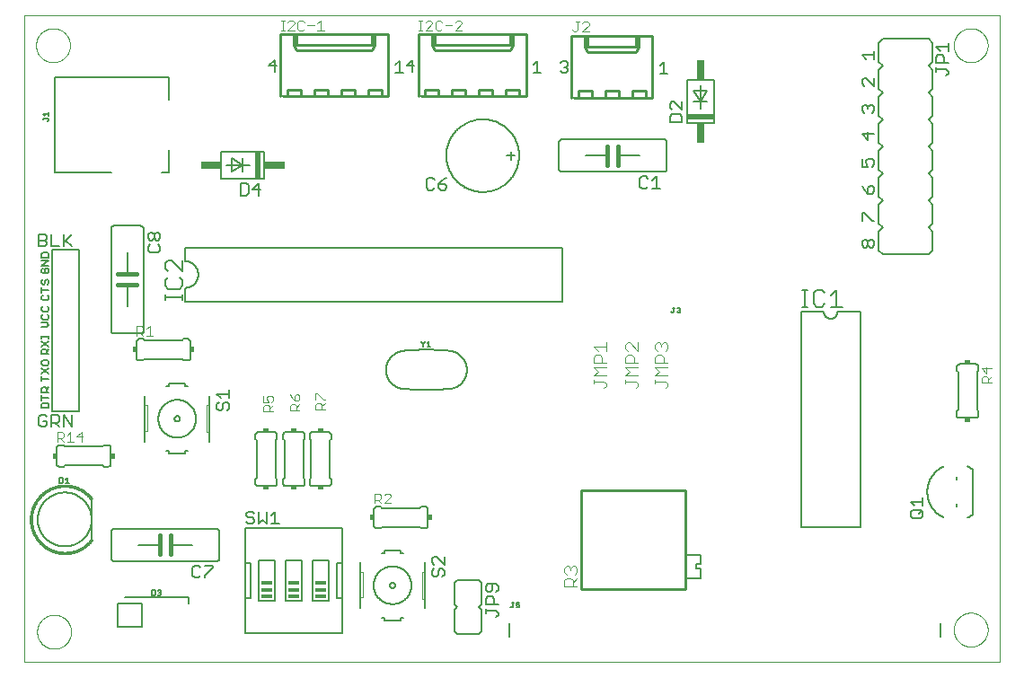
<source format=gto>
G75*
%MOIN*%
%OFA0B0*%
%FSLAX25Y25*%
%IPPOS*%
%LPD*%
%AMOC8*
5,1,8,0,0,1.08239X$1,22.5*
%
%ADD10C,0.00000*%
%ADD11C,0.00600*%
%ADD12C,0.01600*%
%ADD13C,0.00500*%
%ADD14C,0.00700*%
%ADD15C,0.00800*%
%ADD16C,0.00200*%
%ADD17C,0.00400*%
%ADD18R,0.01500X0.02000*%
%ADD19R,0.04000X0.01500*%
%ADD20R,0.02000X0.01500*%
%ADD21C,0.00100*%
%ADD22R,0.10000X0.02000*%
%ADD23R,0.03000X0.07500*%
%ADD24C,0.01000*%
%ADD25R,0.02000X0.10000*%
%ADD26R,0.07500X0.03000*%
D10*
X0005394Y0001000D02*
X0005394Y0240882D01*
X0367402Y0240882D01*
X0367402Y0001000D01*
X0005394Y0001000D01*
X0010118Y0012142D02*
X0010120Y0012300D01*
X0010126Y0012458D01*
X0010136Y0012616D01*
X0010150Y0012774D01*
X0010168Y0012931D01*
X0010189Y0013088D01*
X0010215Y0013244D01*
X0010245Y0013400D01*
X0010278Y0013555D01*
X0010316Y0013708D01*
X0010357Y0013861D01*
X0010402Y0014013D01*
X0010451Y0014164D01*
X0010504Y0014313D01*
X0010560Y0014461D01*
X0010620Y0014607D01*
X0010684Y0014752D01*
X0010752Y0014895D01*
X0010823Y0015037D01*
X0010897Y0015177D01*
X0010975Y0015314D01*
X0011057Y0015450D01*
X0011141Y0015584D01*
X0011230Y0015715D01*
X0011321Y0015844D01*
X0011416Y0015971D01*
X0011513Y0016096D01*
X0011614Y0016218D01*
X0011718Y0016337D01*
X0011825Y0016454D01*
X0011935Y0016568D01*
X0012048Y0016679D01*
X0012163Y0016788D01*
X0012281Y0016893D01*
X0012402Y0016995D01*
X0012525Y0017095D01*
X0012651Y0017191D01*
X0012779Y0017284D01*
X0012909Y0017374D01*
X0013042Y0017460D01*
X0013177Y0017544D01*
X0013313Y0017623D01*
X0013452Y0017700D01*
X0013593Y0017772D01*
X0013735Y0017842D01*
X0013879Y0017907D01*
X0014025Y0017969D01*
X0014172Y0018027D01*
X0014321Y0018082D01*
X0014471Y0018133D01*
X0014622Y0018180D01*
X0014774Y0018223D01*
X0014927Y0018262D01*
X0015082Y0018298D01*
X0015237Y0018329D01*
X0015393Y0018357D01*
X0015549Y0018381D01*
X0015706Y0018401D01*
X0015864Y0018417D01*
X0016021Y0018429D01*
X0016180Y0018437D01*
X0016338Y0018441D01*
X0016496Y0018441D01*
X0016654Y0018437D01*
X0016813Y0018429D01*
X0016970Y0018417D01*
X0017128Y0018401D01*
X0017285Y0018381D01*
X0017441Y0018357D01*
X0017597Y0018329D01*
X0017752Y0018298D01*
X0017907Y0018262D01*
X0018060Y0018223D01*
X0018212Y0018180D01*
X0018363Y0018133D01*
X0018513Y0018082D01*
X0018662Y0018027D01*
X0018809Y0017969D01*
X0018955Y0017907D01*
X0019099Y0017842D01*
X0019241Y0017772D01*
X0019382Y0017700D01*
X0019521Y0017623D01*
X0019657Y0017544D01*
X0019792Y0017460D01*
X0019925Y0017374D01*
X0020055Y0017284D01*
X0020183Y0017191D01*
X0020309Y0017095D01*
X0020432Y0016995D01*
X0020553Y0016893D01*
X0020671Y0016788D01*
X0020786Y0016679D01*
X0020899Y0016568D01*
X0021009Y0016454D01*
X0021116Y0016337D01*
X0021220Y0016218D01*
X0021321Y0016096D01*
X0021418Y0015971D01*
X0021513Y0015844D01*
X0021604Y0015715D01*
X0021693Y0015584D01*
X0021777Y0015450D01*
X0021859Y0015314D01*
X0021937Y0015177D01*
X0022011Y0015037D01*
X0022082Y0014895D01*
X0022150Y0014752D01*
X0022214Y0014607D01*
X0022274Y0014461D01*
X0022330Y0014313D01*
X0022383Y0014164D01*
X0022432Y0014013D01*
X0022477Y0013861D01*
X0022518Y0013708D01*
X0022556Y0013555D01*
X0022589Y0013400D01*
X0022619Y0013244D01*
X0022645Y0013088D01*
X0022666Y0012931D01*
X0022684Y0012774D01*
X0022698Y0012616D01*
X0022708Y0012458D01*
X0022714Y0012300D01*
X0022716Y0012142D01*
X0022714Y0011984D01*
X0022708Y0011826D01*
X0022698Y0011668D01*
X0022684Y0011510D01*
X0022666Y0011353D01*
X0022645Y0011196D01*
X0022619Y0011040D01*
X0022589Y0010884D01*
X0022556Y0010729D01*
X0022518Y0010576D01*
X0022477Y0010423D01*
X0022432Y0010271D01*
X0022383Y0010120D01*
X0022330Y0009971D01*
X0022274Y0009823D01*
X0022214Y0009677D01*
X0022150Y0009532D01*
X0022082Y0009389D01*
X0022011Y0009247D01*
X0021937Y0009107D01*
X0021859Y0008970D01*
X0021777Y0008834D01*
X0021693Y0008700D01*
X0021604Y0008569D01*
X0021513Y0008440D01*
X0021418Y0008313D01*
X0021321Y0008188D01*
X0021220Y0008066D01*
X0021116Y0007947D01*
X0021009Y0007830D01*
X0020899Y0007716D01*
X0020786Y0007605D01*
X0020671Y0007496D01*
X0020553Y0007391D01*
X0020432Y0007289D01*
X0020309Y0007189D01*
X0020183Y0007093D01*
X0020055Y0007000D01*
X0019925Y0006910D01*
X0019792Y0006824D01*
X0019657Y0006740D01*
X0019521Y0006661D01*
X0019382Y0006584D01*
X0019241Y0006512D01*
X0019099Y0006442D01*
X0018955Y0006377D01*
X0018809Y0006315D01*
X0018662Y0006257D01*
X0018513Y0006202D01*
X0018363Y0006151D01*
X0018212Y0006104D01*
X0018060Y0006061D01*
X0017907Y0006022D01*
X0017752Y0005986D01*
X0017597Y0005955D01*
X0017441Y0005927D01*
X0017285Y0005903D01*
X0017128Y0005883D01*
X0016970Y0005867D01*
X0016813Y0005855D01*
X0016654Y0005847D01*
X0016496Y0005843D01*
X0016338Y0005843D01*
X0016180Y0005847D01*
X0016021Y0005855D01*
X0015864Y0005867D01*
X0015706Y0005883D01*
X0015549Y0005903D01*
X0015393Y0005927D01*
X0015237Y0005955D01*
X0015082Y0005986D01*
X0014927Y0006022D01*
X0014774Y0006061D01*
X0014622Y0006104D01*
X0014471Y0006151D01*
X0014321Y0006202D01*
X0014172Y0006257D01*
X0014025Y0006315D01*
X0013879Y0006377D01*
X0013735Y0006442D01*
X0013593Y0006512D01*
X0013452Y0006584D01*
X0013313Y0006661D01*
X0013177Y0006740D01*
X0013042Y0006824D01*
X0012909Y0006910D01*
X0012779Y0007000D01*
X0012651Y0007093D01*
X0012525Y0007189D01*
X0012402Y0007289D01*
X0012281Y0007391D01*
X0012163Y0007496D01*
X0012048Y0007605D01*
X0011935Y0007716D01*
X0011825Y0007830D01*
X0011718Y0007947D01*
X0011614Y0008066D01*
X0011513Y0008188D01*
X0011416Y0008313D01*
X0011321Y0008440D01*
X0011230Y0008569D01*
X0011141Y0008700D01*
X0011057Y0008834D01*
X0010975Y0008970D01*
X0010897Y0009107D01*
X0010823Y0009247D01*
X0010752Y0009389D01*
X0010684Y0009532D01*
X0010620Y0009677D01*
X0010560Y0009823D01*
X0010504Y0009971D01*
X0010451Y0010120D01*
X0010402Y0010271D01*
X0010357Y0010423D01*
X0010316Y0010576D01*
X0010278Y0010729D01*
X0010245Y0010884D01*
X0010215Y0011040D01*
X0010189Y0011196D01*
X0010168Y0011353D01*
X0010150Y0011510D01*
X0010136Y0011668D01*
X0010126Y0011826D01*
X0010120Y0011984D01*
X0010118Y0012142D01*
X0009725Y0229858D02*
X0009727Y0230016D01*
X0009733Y0230174D01*
X0009743Y0230332D01*
X0009757Y0230490D01*
X0009775Y0230647D01*
X0009796Y0230804D01*
X0009822Y0230960D01*
X0009852Y0231116D01*
X0009885Y0231271D01*
X0009923Y0231424D01*
X0009964Y0231577D01*
X0010009Y0231729D01*
X0010058Y0231880D01*
X0010111Y0232029D01*
X0010167Y0232177D01*
X0010227Y0232323D01*
X0010291Y0232468D01*
X0010359Y0232611D01*
X0010430Y0232753D01*
X0010504Y0232893D01*
X0010582Y0233030D01*
X0010664Y0233166D01*
X0010748Y0233300D01*
X0010837Y0233431D01*
X0010928Y0233560D01*
X0011023Y0233687D01*
X0011120Y0233812D01*
X0011221Y0233934D01*
X0011325Y0234053D01*
X0011432Y0234170D01*
X0011542Y0234284D01*
X0011655Y0234395D01*
X0011770Y0234504D01*
X0011888Y0234609D01*
X0012009Y0234711D01*
X0012132Y0234811D01*
X0012258Y0234907D01*
X0012386Y0235000D01*
X0012516Y0235090D01*
X0012649Y0235176D01*
X0012784Y0235260D01*
X0012920Y0235339D01*
X0013059Y0235416D01*
X0013200Y0235488D01*
X0013342Y0235558D01*
X0013486Y0235623D01*
X0013632Y0235685D01*
X0013779Y0235743D01*
X0013928Y0235798D01*
X0014078Y0235849D01*
X0014229Y0235896D01*
X0014381Y0235939D01*
X0014534Y0235978D01*
X0014689Y0236014D01*
X0014844Y0236045D01*
X0015000Y0236073D01*
X0015156Y0236097D01*
X0015313Y0236117D01*
X0015471Y0236133D01*
X0015628Y0236145D01*
X0015787Y0236153D01*
X0015945Y0236157D01*
X0016103Y0236157D01*
X0016261Y0236153D01*
X0016420Y0236145D01*
X0016577Y0236133D01*
X0016735Y0236117D01*
X0016892Y0236097D01*
X0017048Y0236073D01*
X0017204Y0236045D01*
X0017359Y0236014D01*
X0017514Y0235978D01*
X0017667Y0235939D01*
X0017819Y0235896D01*
X0017970Y0235849D01*
X0018120Y0235798D01*
X0018269Y0235743D01*
X0018416Y0235685D01*
X0018562Y0235623D01*
X0018706Y0235558D01*
X0018848Y0235488D01*
X0018989Y0235416D01*
X0019128Y0235339D01*
X0019264Y0235260D01*
X0019399Y0235176D01*
X0019532Y0235090D01*
X0019662Y0235000D01*
X0019790Y0234907D01*
X0019916Y0234811D01*
X0020039Y0234711D01*
X0020160Y0234609D01*
X0020278Y0234504D01*
X0020393Y0234395D01*
X0020506Y0234284D01*
X0020616Y0234170D01*
X0020723Y0234053D01*
X0020827Y0233934D01*
X0020928Y0233812D01*
X0021025Y0233687D01*
X0021120Y0233560D01*
X0021211Y0233431D01*
X0021300Y0233300D01*
X0021384Y0233166D01*
X0021466Y0233030D01*
X0021544Y0232893D01*
X0021618Y0232753D01*
X0021689Y0232611D01*
X0021757Y0232468D01*
X0021821Y0232323D01*
X0021881Y0232177D01*
X0021937Y0232029D01*
X0021990Y0231880D01*
X0022039Y0231729D01*
X0022084Y0231577D01*
X0022125Y0231424D01*
X0022163Y0231271D01*
X0022196Y0231116D01*
X0022226Y0230960D01*
X0022252Y0230804D01*
X0022273Y0230647D01*
X0022291Y0230490D01*
X0022305Y0230332D01*
X0022315Y0230174D01*
X0022321Y0230016D01*
X0022323Y0229858D01*
X0022321Y0229700D01*
X0022315Y0229542D01*
X0022305Y0229384D01*
X0022291Y0229226D01*
X0022273Y0229069D01*
X0022252Y0228912D01*
X0022226Y0228756D01*
X0022196Y0228600D01*
X0022163Y0228445D01*
X0022125Y0228292D01*
X0022084Y0228139D01*
X0022039Y0227987D01*
X0021990Y0227836D01*
X0021937Y0227687D01*
X0021881Y0227539D01*
X0021821Y0227393D01*
X0021757Y0227248D01*
X0021689Y0227105D01*
X0021618Y0226963D01*
X0021544Y0226823D01*
X0021466Y0226686D01*
X0021384Y0226550D01*
X0021300Y0226416D01*
X0021211Y0226285D01*
X0021120Y0226156D01*
X0021025Y0226029D01*
X0020928Y0225904D01*
X0020827Y0225782D01*
X0020723Y0225663D01*
X0020616Y0225546D01*
X0020506Y0225432D01*
X0020393Y0225321D01*
X0020278Y0225212D01*
X0020160Y0225107D01*
X0020039Y0225005D01*
X0019916Y0224905D01*
X0019790Y0224809D01*
X0019662Y0224716D01*
X0019532Y0224626D01*
X0019399Y0224540D01*
X0019264Y0224456D01*
X0019128Y0224377D01*
X0018989Y0224300D01*
X0018848Y0224228D01*
X0018706Y0224158D01*
X0018562Y0224093D01*
X0018416Y0224031D01*
X0018269Y0223973D01*
X0018120Y0223918D01*
X0017970Y0223867D01*
X0017819Y0223820D01*
X0017667Y0223777D01*
X0017514Y0223738D01*
X0017359Y0223702D01*
X0017204Y0223671D01*
X0017048Y0223643D01*
X0016892Y0223619D01*
X0016735Y0223599D01*
X0016577Y0223583D01*
X0016420Y0223571D01*
X0016261Y0223563D01*
X0016103Y0223559D01*
X0015945Y0223559D01*
X0015787Y0223563D01*
X0015628Y0223571D01*
X0015471Y0223583D01*
X0015313Y0223599D01*
X0015156Y0223619D01*
X0015000Y0223643D01*
X0014844Y0223671D01*
X0014689Y0223702D01*
X0014534Y0223738D01*
X0014381Y0223777D01*
X0014229Y0223820D01*
X0014078Y0223867D01*
X0013928Y0223918D01*
X0013779Y0223973D01*
X0013632Y0224031D01*
X0013486Y0224093D01*
X0013342Y0224158D01*
X0013200Y0224228D01*
X0013059Y0224300D01*
X0012920Y0224377D01*
X0012784Y0224456D01*
X0012649Y0224540D01*
X0012516Y0224626D01*
X0012386Y0224716D01*
X0012258Y0224809D01*
X0012132Y0224905D01*
X0012009Y0225005D01*
X0011888Y0225107D01*
X0011770Y0225212D01*
X0011655Y0225321D01*
X0011542Y0225432D01*
X0011432Y0225546D01*
X0011325Y0225663D01*
X0011221Y0225782D01*
X0011120Y0225904D01*
X0011023Y0226029D01*
X0010928Y0226156D01*
X0010837Y0226285D01*
X0010748Y0226416D01*
X0010664Y0226550D01*
X0010582Y0226686D01*
X0010504Y0226823D01*
X0010430Y0226963D01*
X0010359Y0227105D01*
X0010291Y0227248D01*
X0010227Y0227393D01*
X0010167Y0227539D01*
X0010111Y0227687D01*
X0010058Y0227836D01*
X0010009Y0227987D01*
X0009964Y0228139D01*
X0009923Y0228292D01*
X0009885Y0228445D01*
X0009852Y0228600D01*
X0009822Y0228756D01*
X0009796Y0228912D01*
X0009775Y0229069D01*
X0009757Y0229226D01*
X0009743Y0229384D01*
X0009733Y0229542D01*
X0009727Y0229700D01*
X0009725Y0229858D01*
X0350276Y0229858D02*
X0350278Y0230016D01*
X0350284Y0230174D01*
X0350294Y0230332D01*
X0350308Y0230490D01*
X0350326Y0230647D01*
X0350347Y0230804D01*
X0350373Y0230960D01*
X0350403Y0231116D01*
X0350436Y0231271D01*
X0350474Y0231424D01*
X0350515Y0231577D01*
X0350560Y0231729D01*
X0350609Y0231880D01*
X0350662Y0232029D01*
X0350718Y0232177D01*
X0350778Y0232323D01*
X0350842Y0232468D01*
X0350910Y0232611D01*
X0350981Y0232753D01*
X0351055Y0232893D01*
X0351133Y0233030D01*
X0351215Y0233166D01*
X0351299Y0233300D01*
X0351388Y0233431D01*
X0351479Y0233560D01*
X0351574Y0233687D01*
X0351671Y0233812D01*
X0351772Y0233934D01*
X0351876Y0234053D01*
X0351983Y0234170D01*
X0352093Y0234284D01*
X0352206Y0234395D01*
X0352321Y0234504D01*
X0352439Y0234609D01*
X0352560Y0234711D01*
X0352683Y0234811D01*
X0352809Y0234907D01*
X0352937Y0235000D01*
X0353067Y0235090D01*
X0353200Y0235176D01*
X0353335Y0235260D01*
X0353471Y0235339D01*
X0353610Y0235416D01*
X0353751Y0235488D01*
X0353893Y0235558D01*
X0354037Y0235623D01*
X0354183Y0235685D01*
X0354330Y0235743D01*
X0354479Y0235798D01*
X0354629Y0235849D01*
X0354780Y0235896D01*
X0354932Y0235939D01*
X0355085Y0235978D01*
X0355240Y0236014D01*
X0355395Y0236045D01*
X0355551Y0236073D01*
X0355707Y0236097D01*
X0355864Y0236117D01*
X0356022Y0236133D01*
X0356179Y0236145D01*
X0356338Y0236153D01*
X0356496Y0236157D01*
X0356654Y0236157D01*
X0356812Y0236153D01*
X0356971Y0236145D01*
X0357128Y0236133D01*
X0357286Y0236117D01*
X0357443Y0236097D01*
X0357599Y0236073D01*
X0357755Y0236045D01*
X0357910Y0236014D01*
X0358065Y0235978D01*
X0358218Y0235939D01*
X0358370Y0235896D01*
X0358521Y0235849D01*
X0358671Y0235798D01*
X0358820Y0235743D01*
X0358967Y0235685D01*
X0359113Y0235623D01*
X0359257Y0235558D01*
X0359399Y0235488D01*
X0359540Y0235416D01*
X0359679Y0235339D01*
X0359815Y0235260D01*
X0359950Y0235176D01*
X0360083Y0235090D01*
X0360213Y0235000D01*
X0360341Y0234907D01*
X0360467Y0234811D01*
X0360590Y0234711D01*
X0360711Y0234609D01*
X0360829Y0234504D01*
X0360944Y0234395D01*
X0361057Y0234284D01*
X0361167Y0234170D01*
X0361274Y0234053D01*
X0361378Y0233934D01*
X0361479Y0233812D01*
X0361576Y0233687D01*
X0361671Y0233560D01*
X0361762Y0233431D01*
X0361851Y0233300D01*
X0361935Y0233166D01*
X0362017Y0233030D01*
X0362095Y0232893D01*
X0362169Y0232753D01*
X0362240Y0232611D01*
X0362308Y0232468D01*
X0362372Y0232323D01*
X0362432Y0232177D01*
X0362488Y0232029D01*
X0362541Y0231880D01*
X0362590Y0231729D01*
X0362635Y0231577D01*
X0362676Y0231424D01*
X0362714Y0231271D01*
X0362747Y0231116D01*
X0362777Y0230960D01*
X0362803Y0230804D01*
X0362824Y0230647D01*
X0362842Y0230490D01*
X0362856Y0230332D01*
X0362866Y0230174D01*
X0362872Y0230016D01*
X0362874Y0229858D01*
X0362872Y0229700D01*
X0362866Y0229542D01*
X0362856Y0229384D01*
X0362842Y0229226D01*
X0362824Y0229069D01*
X0362803Y0228912D01*
X0362777Y0228756D01*
X0362747Y0228600D01*
X0362714Y0228445D01*
X0362676Y0228292D01*
X0362635Y0228139D01*
X0362590Y0227987D01*
X0362541Y0227836D01*
X0362488Y0227687D01*
X0362432Y0227539D01*
X0362372Y0227393D01*
X0362308Y0227248D01*
X0362240Y0227105D01*
X0362169Y0226963D01*
X0362095Y0226823D01*
X0362017Y0226686D01*
X0361935Y0226550D01*
X0361851Y0226416D01*
X0361762Y0226285D01*
X0361671Y0226156D01*
X0361576Y0226029D01*
X0361479Y0225904D01*
X0361378Y0225782D01*
X0361274Y0225663D01*
X0361167Y0225546D01*
X0361057Y0225432D01*
X0360944Y0225321D01*
X0360829Y0225212D01*
X0360711Y0225107D01*
X0360590Y0225005D01*
X0360467Y0224905D01*
X0360341Y0224809D01*
X0360213Y0224716D01*
X0360083Y0224626D01*
X0359950Y0224540D01*
X0359815Y0224456D01*
X0359679Y0224377D01*
X0359540Y0224300D01*
X0359399Y0224228D01*
X0359257Y0224158D01*
X0359113Y0224093D01*
X0358967Y0224031D01*
X0358820Y0223973D01*
X0358671Y0223918D01*
X0358521Y0223867D01*
X0358370Y0223820D01*
X0358218Y0223777D01*
X0358065Y0223738D01*
X0357910Y0223702D01*
X0357755Y0223671D01*
X0357599Y0223643D01*
X0357443Y0223619D01*
X0357286Y0223599D01*
X0357128Y0223583D01*
X0356971Y0223571D01*
X0356812Y0223563D01*
X0356654Y0223559D01*
X0356496Y0223559D01*
X0356338Y0223563D01*
X0356179Y0223571D01*
X0356022Y0223583D01*
X0355864Y0223599D01*
X0355707Y0223619D01*
X0355551Y0223643D01*
X0355395Y0223671D01*
X0355240Y0223702D01*
X0355085Y0223738D01*
X0354932Y0223777D01*
X0354780Y0223820D01*
X0354629Y0223867D01*
X0354479Y0223918D01*
X0354330Y0223973D01*
X0354183Y0224031D01*
X0354037Y0224093D01*
X0353893Y0224158D01*
X0353751Y0224228D01*
X0353610Y0224300D01*
X0353471Y0224377D01*
X0353335Y0224456D01*
X0353200Y0224540D01*
X0353067Y0224626D01*
X0352937Y0224716D01*
X0352809Y0224809D01*
X0352683Y0224905D01*
X0352560Y0225005D01*
X0352439Y0225107D01*
X0352321Y0225212D01*
X0352206Y0225321D01*
X0352093Y0225432D01*
X0351983Y0225546D01*
X0351876Y0225663D01*
X0351772Y0225782D01*
X0351671Y0225904D01*
X0351574Y0226029D01*
X0351479Y0226156D01*
X0351388Y0226285D01*
X0351299Y0226416D01*
X0351215Y0226550D01*
X0351133Y0226686D01*
X0351055Y0226823D01*
X0350981Y0226963D01*
X0350910Y0227105D01*
X0350842Y0227248D01*
X0350778Y0227393D01*
X0350718Y0227539D01*
X0350662Y0227687D01*
X0350609Y0227836D01*
X0350560Y0227987D01*
X0350515Y0228139D01*
X0350474Y0228292D01*
X0350436Y0228445D01*
X0350403Y0228600D01*
X0350373Y0228756D01*
X0350347Y0228912D01*
X0350326Y0229069D01*
X0350308Y0229226D01*
X0350294Y0229384D01*
X0350284Y0229542D01*
X0350278Y0229700D01*
X0350276Y0229858D01*
X0350276Y0012929D02*
X0350278Y0013087D01*
X0350284Y0013245D01*
X0350294Y0013403D01*
X0350308Y0013561D01*
X0350326Y0013718D01*
X0350347Y0013875D01*
X0350373Y0014031D01*
X0350403Y0014187D01*
X0350436Y0014342D01*
X0350474Y0014495D01*
X0350515Y0014648D01*
X0350560Y0014800D01*
X0350609Y0014951D01*
X0350662Y0015100D01*
X0350718Y0015248D01*
X0350778Y0015394D01*
X0350842Y0015539D01*
X0350910Y0015682D01*
X0350981Y0015824D01*
X0351055Y0015964D01*
X0351133Y0016101D01*
X0351215Y0016237D01*
X0351299Y0016371D01*
X0351388Y0016502D01*
X0351479Y0016631D01*
X0351574Y0016758D01*
X0351671Y0016883D01*
X0351772Y0017005D01*
X0351876Y0017124D01*
X0351983Y0017241D01*
X0352093Y0017355D01*
X0352206Y0017466D01*
X0352321Y0017575D01*
X0352439Y0017680D01*
X0352560Y0017782D01*
X0352683Y0017882D01*
X0352809Y0017978D01*
X0352937Y0018071D01*
X0353067Y0018161D01*
X0353200Y0018247D01*
X0353335Y0018331D01*
X0353471Y0018410D01*
X0353610Y0018487D01*
X0353751Y0018559D01*
X0353893Y0018629D01*
X0354037Y0018694D01*
X0354183Y0018756D01*
X0354330Y0018814D01*
X0354479Y0018869D01*
X0354629Y0018920D01*
X0354780Y0018967D01*
X0354932Y0019010D01*
X0355085Y0019049D01*
X0355240Y0019085D01*
X0355395Y0019116D01*
X0355551Y0019144D01*
X0355707Y0019168D01*
X0355864Y0019188D01*
X0356022Y0019204D01*
X0356179Y0019216D01*
X0356338Y0019224D01*
X0356496Y0019228D01*
X0356654Y0019228D01*
X0356812Y0019224D01*
X0356971Y0019216D01*
X0357128Y0019204D01*
X0357286Y0019188D01*
X0357443Y0019168D01*
X0357599Y0019144D01*
X0357755Y0019116D01*
X0357910Y0019085D01*
X0358065Y0019049D01*
X0358218Y0019010D01*
X0358370Y0018967D01*
X0358521Y0018920D01*
X0358671Y0018869D01*
X0358820Y0018814D01*
X0358967Y0018756D01*
X0359113Y0018694D01*
X0359257Y0018629D01*
X0359399Y0018559D01*
X0359540Y0018487D01*
X0359679Y0018410D01*
X0359815Y0018331D01*
X0359950Y0018247D01*
X0360083Y0018161D01*
X0360213Y0018071D01*
X0360341Y0017978D01*
X0360467Y0017882D01*
X0360590Y0017782D01*
X0360711Y0017680D01*
X0360829Y0017575D01*
X0360944Y0017466D01*
X0361057Y0017355D01*
X0361167Y0017241D01*
X0361274Y0017124D01*
X0361378Y0017005D01*
X0361479Y0016883D01*
X0361576Y0016758D01*
X0361671Y0016631D01*
X0361762Y0016502D01*
X0361851Y0016371D01*
X0361935Y0016237D01*
X0362017Y0016101D01*
X0362095Y0015964D01*
X0362169Y0015824D01*
X0362240Y0015682D01*
X0362308Y0015539D01*
X0362372Y0015394D01*
X0362432Y0015248D01*
X0362488Y0015100D01*
X0362541Y0014951D01*
X0362590Y0014800D01*
X0362635Y0014648D01*
X0362676Y0014495D01*
X0362714Y0014342D01*
X0362747Y0014187D01*
X0362777Y0014031D01*
X0362803Y0013875D01*
X0362824Y0013718D01*
X0362842Y0013561D01*
X0362856Y0013403D01*
X0362866Y0013245D01*
X0362872Y0013087D01*
X0362874Y0012929D01*
X0362872Y0012771D01*
X0362866Y0012613D01*
X0362856Y0012455D01*
X0362842Y0012297D01*
X0362824Y0012140D01*
X0362803Y0011983D01*
X0362777Y0011827D01*
X0362747Y0011671D01*
X0362714Y0011516D01*
X0362676Y0011363D01*
X0362635Y0011210D01*
X0362590Y0011058D01*
X0362541Y0010907D01*
X0362488Y0010758D01*
X0362432Y0010610D01*
X0362372Y0010464D01*
X0362308Y0010319D01*
X0362240Y0010176D01*
X0362169Y0010034D01*
X0362095Y0009894D01*
X0362017Y0009757D01*
X0361935Y0009621D01*
X0361851Y0009487D01*
X0361762Y0009356D01*
X0361671Y0009227D01*
X0361576Y0009100D01*
X0361479Y0008975D01*
X0361378Y0008853D01*
X0361274Y0008734D01*
X0361167Y0008617D01*
X0361057Y0008503D01*
X0360944Y0008392D01*
X0360829Y0008283D01*
X0360711Y0008178D01*
X0360590Y0008076D01*
X0360467Y0007976D01*
X0360341Y0007880D01*
X0360213Y0007787D01*
X0360083Y0007697D01*
X0359950Y0007611D01*
X0359815Y0007527D01*
X0359679Y0007448D01*
X0359540Y0007371D01*
X0359399Y0007299D01*
X0359257Y0007229D01*
X0359113Y0007164D01*
X0358967Y0007102D01*
X0358820Y0007044D01*
X0358671Y0006989D01*
X0358521Y0006938D01*
X0358370Y0006891D01*
X0358218Y0006848D01*
X0358065Y0006809D01*
X0357910Y0006773D01*
X0357755Y0006742D01*
X0357599Y0006714D01*
X0357443Y0006690D01*
X0357286Y0006670D01*
X0357128Y0006654D01*
X0356971Y0006642D01*
X0356812Y0006634D01*
X0356654Y0006630D01*
X0356496Y0006630D01*
X0356338Y0006634D01*
X0356179Y0006642D01*
X0356022Y0006654D01*
X0355864Y0006670D01*
X0355707Y0006690D01*
X0355551Y0006714D01*
X0355395Y0006742D01*
X0355240Y0006773D01*
X0355085Y0006809D01*
X0354932Y0006848D01*
X0354780Y0006891D01*
X0354629Y0006938D01*
X0354479Y0006989D01*
X0354330Y0007044D01*
X0354183Y0007102D01*
X0354037Y0007164D01*
X0353893Y0007229D01*
X0353751Y0007299D01*
X0353610Y0007371D01*
X0353471Y0007448D01*
X0353335Y0007527D01*
X0353200Y0007611D01*
X0353067Y0007697D01*
X0352937Y0007787D01*
X0352809Y0007880D01*
X0352683Y0007976D01*
X0352560Y0008076D01*
X0352439Y0008178D01*
X0352321Y0008283D01*
X0352206Y0008392D01*
X0352093Y0008503D01*
X0351983Y0008617D01*
X0351876Y0008734D01*
X0351772Y0008853D01*
X0351671Y0008975D01*
X0351574Y0009100D01*
X0351479Y0009227D01*
X0351388Y0009356D01*
X0351299Y0009487D01*
X0351215Y0009621D01*
X0351133Y0009757D01*
X0351055Y0009894D01*
X0350981Y0010034D01*
X0350910Y0010176D01*
X0350842Y0010319D01*
X0350778Y0010464D01*
X0350718Y0010610D01*
X0350662Y0010758D01*
X0350609Y0010907D01*
X0350560Y0011058D01*
X0350515Y0011210D01*
X0350474Y0011363D01*
X0350436Y0011516D01*
X0350403Y0011671D01*
X0350373Y0011827D01*
X0350347Y0011983D01*
X0350326Y0012140D01*
X0350308Y0012297D01*
X0350294Y0012455D01*
X0350284Y0012613D01*
X0350278Y0012771D01*
X0350276Y0012929D01*
D11*
X0315606Y0050882D02*
X0293606Y0050882D01*
X0293606Y0130882D01*
X0302106Y0130882D01*
X0302108Y0130784D01*
X0302114Y0130686D01*
X0302123Y0130588D01*
X0302137Y0130491D01*
X0302154Y0130394D01*
X0302175Y0130298D01*
X0302200Y0130203D01*
X0302228Y0130109D01*
X0302261Y0130017D01*
X0302296Y0129925D01*
X0302336Y0129835D01*
X0302378Y0129747D01*
X0302425Y0129660D01*
X0302474Y0129576D01*
X0302527Y0129493D01*
X0302583Y0129413D01*
X0302643Y0129334D01*
X0302705Y0129258D01*
X0302770Y0129185D01*
X0302838Y0129114D01*
X0302909Y0129046D01*
X0302982Y0128981D01*
X0303058Y0128919D01*
X0303137Y0128859D01*
X0303217Y0128803D01*
X0303300Y0128750D01*
X0303384Y0128701D01*
X0303471Y0128654D01*
X0303559Y0128612D01*
X0303649Y0128572D01*
X0303741Y0128537D01*
X0303833Y0128504D01*
X0303927Y0128476D01*
X0304022Y0128451D01*
X0304118Y0128430D01*
X0304215Y0128413D01*
X0304312Y0128399D01*
X0304410Y0128390D01*
X0304508Y0128384D01*
X0304606Y0128382D01*
X0304704Y0128384D01*
X0304802Y0128390D01*
X0304900Y0128399D01*
X0304997Y0128413D01*
X0305094Y0128430D01*
X0305190Y0128451D01*
X0305285Y0128476D01*
X0305379Y0128504D01*
X0305471Y0128537D01*
X0305563Y0128572D01*
X0305653Y0128612D01*
X0305741Y0128654D01*
X0305828Y0128701D01*
X0305912Y0128750D01*
X0305995Y0128803D01*
X0306075Y0128859D01*
X0306154Y0128919D01*
X0306230Y0128981D01*
X0306303Y0129046D01*
X0306374Y0129114D01*
X0306442Y0129185D01*
X0306507Y0129258D01*
X0306569Y0129334D01*
X0306629Y0129413D01*
X0306685Y0129493D01*
X0306738Y0129576D01*
X0306787Y0129660D01*
X0306834Y0129747D01*
X0306876Y0129835D01*
X0306916Y0129925D01*
X0306951Y0130017D01*
X0306984Y0130109D01*
X0307012Y0130203D01*
X0307037Y0130298D01*
X0307058Y0130394D01*
X0307075Y0130491D01*
X0307089Y0130588D01*
X0307098Y0130686D01*
X0307104Y0130784D01*
X0307106Y0130882D01*
X0315606Y0130882D01*
X0315606Y0050882D01*
X0256280Y0040685D02*
X0256280Y0037339D01*
X0254705Y0037339D01*
X0254705Y0035567D01*
X0256280Y0035567D01*
X0256280Y0032024D01*
X0250965Y0032024D01*
X0250965Y0040685D02*
X0256280Y0040685D01*
X0174961Y0030197D02*
X0174961Y0022197D01*
X0173961Y0021197D01*
X0174961Y0020197D01*
X0174961Y0012197D01*
X0173961Y0011197D01*
X0165961Y0011197D01*
X0164961Y0012197D01*
X0164961Y0020197D01*
X0165961Y0021197D01*
X0164961Y0022197D01*
X0164961Y0030197D01*
X0165961Y0031197D01*
X0173961Y0031197D01*
X0174961Y0030197D01*
X0154008Y0034465D02*
X0154008Y0024465D01*
X0154008Y0020965D01*
X0146008Y0017465D02*
X0145008Y0017465D01*
X0145008Y0016465D01*
X0139008Y0016465D01*
X0139008Y0017465D01*
X0138008Y0017465D01*
X0130008Y0020965D02*
X0130008Y0024965D01*
X0130008Y0034465D01*
X0130008Y0037965D01*
X0123394Y0037539D02*
X0123394Y0024539D01*
X0121394Y0024539D01*
X0121394Y0037539D01*
X0123394Y0037539D01*
X0123394Y0050539D01*
X0087394Y0050539D01*
X0087394Y0037539D01*
X0087394Y0024539D01*
X0087394Y0011539D01*
X0123394Y0011539D01*
X0123394Y0024539D01*
X0118394Y0023539D02*
X0112394Y0023539D01*
X0112394Y0038539D01*
X0118394Y0038539D01*
X0118394Y0023539D01*
X0108394Y0023539D02*
X0102394Y0023539D01*
X0102394Y0038539D01*
X0108394Y0038539D01*
X0108394Y0023539D01*
X0098394Y0023539D02*
X0092394Y0023539D01*
X0092394Y0038539D01*
X0098394Y0038539D01*
X0098394Y0023539D01*
X0089394Y0024539D02*
X0089394Y0037539D01*
X0087394Y0037539D01*
X0077756Y0039425D02*
X0077756Y0049425D01*
X0077754Y0049485D01*
X0077749Y0049546D01*
X0077740Y0049605D01*
X0077727Y0049664D01*
X0077711Y0049723D01*
X0077691Y0049780D01*
X0077668Y0049835D01*
X0077641Y0049890D01*
X0077612Y0049942D01*
X0077579Y0049993D01*
X0077543Y0050042D01*
X0077505Y0050088D01*
X0077463Y0050132D01*
X0077419Y0050174D01*
X0077373Y0050212D01*
X0077324Y0050248D01*
X0077273Y0050281D01*
X0077221Y0050310D01*
X0077166Y0050337D01*
X0077111Y0050360D01*
X0077054Y0050380D01*
X0076995Y0050396D01*
X0076936Y0050409D01*
X0076877Y0050418D01*
X0076816Y0050423D01*
X0076756Y0050425D01*
X0038756Y0050425D01*
X0038696Y0050423D01*
X0038635Y0050418D01*
X0038576Y0050409D01*
X0038517Y0050396D01*
X0038458Y0050380D01*
X0038401Y0050360D01*
X0038346Y0050337D01*
X0038291Y0050310D01*
X0038239Y0050281D01*
X0038188Y0050248D01*
X0038139Y0050212D01*
X0038093Y0050174D01*
X0038049Y0050132D01*
X0038007Y0050088D01*
X0037969Y0050042D01*
X0037933Y0049993D01*
X0037900Y0049942D01*
X0037871Y0049890D01*
X0037844Y0049835D01*
X0037821Y0049780D01*
X0037801Y0049723D01*
X0037785Y0049664D01*
X0037772Y0049605D01*
X0037763Y0049546D01*
X0037758Y0049485D01*
X0037756Y0049425D01*
X0037756Y0039425D01*
X0037758Y0039365D01*
X0037763Y0039304D01*
X0037772Y0039245D01*
X0037785Y0039186D01*
X0037801Y0039127D01*
X0037821Y0039070D01*
X0037844Y0039015D01*
X0037871Y0038960D01*
X0037900Y0038908D01*
X0037933Y0038857D01*
X0037969Y0038808D01*
X0038007Y0038762D01*
X0038049Y0038718D01*
X0038093Y0038676D01*
X0038139Y0038638D01*
X0038188Y0038602D01*
X0038239Y0038569D01*
X0038291Y0038540D01*
X0038346Y0038513D01*
X0038401Y0038490D01*
X0038458Y0038470D01*
X0038517Y0038454D01*
X0038576Y0038441D01*
X0038635Y0038432D01*
X0038696Y0038427D01*
X0038756Y0038425D01*
X0076756Y0038425D01*
X0076816Y0038427D01*
X0076877Y0038432D01*
X0076936Y0038441D01*
X0076995Y0038454D01*
X0077054Y0038470D01*
X0077111Y0038490D01*
X0077166Y0038513D01*
X0077221Y0038540D01*
X0077273Y0038569D01*
X0077324Y0038602D01*
X0077373Y0038638D01*
X0077419Y0038676D01*
X0077463Y0038718D01*
X0077505Y0038762D01*
X0077543Y0038808D01*
X0077579Y0038857D01*
X0077612Y0038908D01*
X0077641Y0038960D01*
X0077668Y0039015D01*
X0077691Y0039070D01*
X0077711Y0039127D01*
X0077727Y0039186D01*
X0077740Y0039245D01*
X0077749Y0039304D01*
X0077754Y0039365D01*
X0077756Y0039425D01*
X0067756Y0044425D02*
X0059756Y0044425D01*
X0055756Y0044425D02*
X0047756Y0044425D01*
X0010354Y0053874D02*
X0010357Y0054119D01*
X0010366Y0054365D01*
X0010381Y0054610D01*
X0010402Y0054854D01*
X0010429Y0055098D01*
X0010462Y0055341D01*
X0010501Y0055584D01*
X0010546Y0055825D01*
X0010597Y0056065D01*
X0010654Y0056304D01*
X0010716Y0056541D01*
X0010785Y0056777D01*
X0010859Y0057011D01*
X0010939Y0057243D01*
X0011024Y0057473D01*
X0011115Y0057701D01*
X0011212Y0057926D01*
X0011314Y0058150D01*
X0011422Y0058370D01*
X0011535Y0058588D01*
X0011653Y0058803D01*
X0011777Y0059015D01*
X0011905Y0059224D01*
X0012039Y0059430D01*
X0012178Y0059632D01*
X0012322Y0059831D01*
X0012471Y0060026D01*
X0012624Y0060218D01*
X0012782Y0060406D01*
X0012944Y0060590D01*
X0013112Y0060769D01*
X0013283Y0060945D01*
X0013459Y0061116D01*
X0013638Y0061284D01*
X0013822Y0061446D01*
X0014010Y0061604D01*
X0014202Y0061757D01*
X0014397Y0061906D01*
X0014596Y0062050D01*
X0014798Y0062189D01*
X0015004Y0062323D01*
X0015213Y0062451D01*
X0015425Y0062575D01*
X0015640Y0062693D01*
X0015858Y0062806D01*
X0016078Y0062914D01*
X0016302Y0063016D01*
X0016527Y0063113D01*
X0016755Y0063204D01*
X0016985Y0063289D01*
X0017217Y0063369D01*
X0017451Y0063443D01*
X0017687Y0063512D01*
X0017924Y0063574D01*
X0018163Y0063631D01*
X0018403Y0063682D01*
X0018644Y0063727D01*
X0018887Y0063766D01*
X0019130Y0063799D01*
X0019374Y0063826D01*
X0019618Y0063847D01*
X0019863Y0063862D01*
X0020109Y0063871D01*
X0020354Y0063874D01*
X0020599Y0063871D01*
X0020845Y0063862D01*
X0021090Y0063847D01*
X0021334Y0063826D01*
X0021578Y0063799D01*
X0021821Y0063766D01*
X0022064Y0063727D01*
X0022305Y0063682D01*
X0022545Y0063631D01*
X0022784Y0063574D01*
X0023021Y0063512D01*
X0023257Y0063443D01*
X0023491Y0063369D01*
X0023723Y0063289D01*
X0023953Y0063204D01*
X0024181Y0063113D01*
X0024406Y0063016D01*
X0024630Y0062914D01*
X0024850Y0062806D01*
X0025068Y0062693D01*
X0025283Y0062575D01*
X0025495Y0062451D01*
X0025704Y0062323D01*
X0025910Y0062189D01*
X0026112Y0062050D01*
X0026311Y0061906D01*
X0026506Y0061757D01*
X0026698Y0061604D01*
X0026886Y0061446D01*
X0027070Y0061284D01*
X0027249Y0061116D01*
X0027425Y0060945D01*
X0027596Y0060769D01*
X0027764Y0060590D01*
X0027926Y0060406D01*
X0028084Y0060218D01*
X0028237Y0060026D01*
X0028386Y0059831D01*
X0028530Y0059632D01*
X0028669Y0059430D01*
X0028803Y0059224D01*
X0028931Y0059015D01*
X0029055Y0058803D01*
X0029173Y0058588D01*
X0029286Y0058370D01*
X0029394Y0058150D01*
X0029496Y0057926D01*
X0029593Y0057701D01*
X0029684Y0057473D01*
X0029769Y0057243D01*
X0029849Y0057011D01*
X0029923Y0056777D01*
X0029992Y0056541D01*
X0030054Y0056304D01*
X0030111Y0056065D01*
X0030162Y0055825D01*
X0030207Y0055584D01*
X0030246Y0055341D01*
X0030279Y0055098D01*
X0030306Y0054854D01*
X0030327Y0054610D01*
X0030342Y0054365D01*
X0030351Y0054119D01*
X0030354Y0053874D01*
X0030351Y0053629D01*
X0030342Y0053383D01*
X0030327Y0053138D01*
X0030306Y0052894D01*
X0030279Y0052650D01*
X0030246Y0052407D01*
X0030207Y0052164D01*
X0030162Y0051923D01*
X0030111Y0051683D01*
X0030054Y0051444D01*
X0029992Y0051207D01*
X0029923Y0050971D01*
X0029849Y0050737D01*
X0029769Y0050505D01*
X0029684Y0050275D01*
X0029593Y0050047D01*
X0029496Y0049822D01*
X0029394Y0049598D01*
X0029286Y0049378D01*
X0029173Y0049160D01*
X0029055Y0048945D01*
X0028931Y0048733D01*
X0028803Y0048524D01*
X0028669Y0048318D01*
X0028530Y0048116D01*
X0028386Y0047917D01*
X0028237Y0047722D01*
X0028084Y0047530D01*
X0027926Y0047342D01*
X0027764Y0047158D01*
X0027596Y0046979D01*
X0027425Y0046803D01*
X0027249Y0046632D01*
X0027070Y0046464D01*
X0026886Y0046302D01*
X0026698Y0046144D01*
X0026506Y0045991D01*
X0026311Y0045842D01*
X0026112Y0045698D01*
X0025910Y0045559D01*
X0025704Y0045425D01*
X0025495Y0045297D01*
X0025283Y0045173D01*
X0025068Y0045055D01*
X0024850Y0044942D01*
X0024630Y0044834D01*
X0024406Y0044732D01*
X0024181Y0044635D01*
X0023953Y0044544D01*
X0023723Y0044459D01*
X0023491Y0044379D01*
X0023257Y0044305D01*
X0023021Y0044236D01*
X0022784Y0044174D01*
X0022545Y0044117D01*
X0022305Y0044066D01*
X0022064Y0044021D01*
X0021821Y0043982D01*
X0021578Y0043949D01*
X0021334Y0043922D01*
X0021090Y0043901D01*
X0020845Y0043886D01*
X0020599Y0043877D01*
X0020354Y0043874D01*
X0020109Y0043877D01*
X0019863Y0043886D01*
X0019618Y0043901D01*
X0019374Y0043922D01*
X0019130Y0043949D01*
X0018887Y0043982D01*
X0018644Y0044021D01*
X0018403Y0044066D01*
X0018163Y0044117D01*
X0017924Y0044174D01*
X0017687Y0044236D01*
X0017451Y0044305D01*
X0017217Y0044379D01*
X0016985Y0044459D01*
X0016755Y0044544D01*
X0016527Y0044635D01*
X0016302Y0044732D01*
X0016078Y0044834D01*
X0015858Y0044942D01*
X0015640Y0045055D01*
X0015425Y0045173D01*
X0015213Y0045297D01*
X0015004Y0045425D01*
X0014798Y0045559D01*
X0014596Y0045698D01*
X0014397Y0045842D01*
X0014202Y0045991D01*
X0014010Y0046144D01*
X0013822Y0046302D01*
X0013638Y0046464D01*
X0013459Y0046632D01*
X0013283Y0046803D01*
X0013112Y0046979D01*
X0012944Y0047158D01*
X0012782Y0047342D01*
X0012624Y0047530D01*
X0012471Y0047722D01*
X0012322Y0047917D01*
X0012178Y0048116D01*
X0012039Y0048318D01*
X0011905Y0048524D01*
X0011777Y0048733D01*
X0011653Y0048945D01*
X0011535Y0049160D01*
X0011422Y0049378D01*
X0011314Y0049598D01*
X0011212Y0049822D01*
X0011115Y0050047D01*
X0011024Y0050275D01*
X0010939Y0050505D01*
X0010859Y0050737D01*
X0010785Y0050971D01*
X0010716Y0051207D01*
X0010654Y0051444D01*
X0010597Y0051683D01*
X0010546Y0051923D01*
X0010501Y0052164D01*
X0010462Y0052407D01*
X0010429Y0052650D01*
X0010402Y0052894D01*
X0010381Y0053138D01*
X0010366Y0053383D01*
X0010357Y0053629D01*
X0010354Y0053874D01*
X0018441Y0073496D02*
X0019941Y0073496D01*
X0020441Y0073996D01*
X0034441Y0073996D01*
X0034941Y0073496D01*
X0036441Y0073496D01*
X0036501Y0073498D01*
X0036562Y0073503D01*
X0036621Y0073512D01*
X0036680Y0073525D01*
X0036739Y0073541D01*
X0036796Y0073561D01*
X0036851Y0073584D01*
X0036906Y0073611D01*
X0036958Y0073640D01*
X0037009Y0073673D01*
X0037058Y0073709D01*
X0037104Y0073747D01*
X0037148Y0073789D01*
X0037190Y0073833D01*
X0037228Y0073879D01*
X0037264Y0073928D01*
X0037297Y0073979D01*
X0037326Y0074031D01*
X0037353Y0074086D01*
X0037376Y0074141D01*
X0037396Y0074198D01*
X0037412Y0074257D01*
X0037425Y0074316D01*
X0037434Y0074375D01*
X0037439Y0074436D01*
X0037441Y0074496D01*
X0037441Y0080496D01*
X0037439Y0080556D01*
X0037434Y0080617D01*
X0037425Y0080676D01*
X0037412Y0080735D01*
X0037396Y0080794D01*
X0037376Y0080851D01*
X0037353Y0080906D01*
X0037326Y0080961D01*
X0037297Y0081013D01*
X0037264Y0081064D01*
X0037228Y0081113D01*
X0037190Y0081159D01*
X0037148Y0081203D01*
X0037104Y0081245D01*
X0037058Y0081283D01*
X0037009Y0081319D01*
X0036958Y0081352D01*
X0036906Y0081381D01*
X0036851Y0081408D01*
X0036796Y0081431D01*
X0036739Y0081451D01*
X0036680Y0081467D01*
X0036621Y0081480D01*
X0036562Y0081489D01*
X0036501Y0081494D01*
X0036441Y0081496D01*
X0034941Y0081496D01*
X0034441Y0080996D01*
X0020441Y0080996D01*
X0019941Y0081496D01*
X0018441Y0081496D01*
X0018381Y0081494D01*
X0018320Y0081489D01*
X0018261Y0081480D01*
X0018202Y0081467D01*
X0018143Y0081451D01*
X0018086Y0081431D01*
X0018031Y0081408D01*
X0017976Y0081381D01*
X0017924Y0081352D01*
X0017873Y0081319D01*
X0017824Y0081283D01*
X0017778Y0081245D01*
X0017734Y0081203D01*
X0017692Y0081159D01*
X0017654Y0081113D01*
X0017618Y0081064D01*
X0017585Y0081013D01*
X0017556Y0080961D01*
X0017529Y0080906D01*
X0017506Y0080851D01*
X0017486Y0080794D01*
X0017470Y0080735D01*
X0017457Y0080676D01*
X0017448Y0080617D01*
X0017443Y0080556D01*
X0017441Y0080496D01*
X0017441Y0074496D01*
X0017443Y0074436D01*
X0017448Y0074375D01*
X0017457Y0074316D01*
X0017470Y0074257D01*
X0017486Y0074198D01*
X0017506Y0074141D01*
X0017529Y0074086D01*
X0017556Y0074031D01*
X0017585Y0073979D01*
X0017618Y0073928D01*
X0017654Y0073879D01*
X0017692Y0073833D01*
X0017734Y0073789D01*
X0017778Y0073747D01*
X0017824Y0073709D01*
X0017873Y0073673D01*
X0017924Y0073640D01*
X0017976Y0073611D01*
X0018031Y0073584D01*
X0018086Y0073561D01*
X0018143Y0073541D01*
X0018202Y0073525D01*
X0018261Y0073512D01*
X0018320Y0073503D01*
X0018381Y0073498D01*
X0018441Y0073496D01*
X0050087Y0082776D02*
X0050087Y0086776D01*
X0050087Y0096276D01*
X0050087Y0099776D01*
X0058087Y0103276D02*
X0059087Y0103276D01*
X0059087Y0104276D01*
X0065087Y0104276D01*
X0065087Y0103276D01*
X0066087Y0103276D01*
X0074087Y0099776D02*
X0074087Y0096276D01*
X0074087Y0086276D01*
X0074087Y0082776D01*
X0066087Y0079276D02*
X0065087Y0079276D01*
X0065087Y0078276D01*
X0059087Y0078276D01*
X0059087Y0079276D01*
X0058087Y0079276D01*
X0061087Y0091276D02*
X0061089Y0091339D01*
X0061095Y0091401D01*
X0061105Y0091463D01*
X0061118Y0091525D01*
X0061136Y0091585D01*
X0061157Y0091644D01*
X0061182Y0091702D01*
X0061211Y0091758D01*
X0061243Y0091812D01*
X0061278Y0091864D01*
X0061316Y0091913D01*
X0061358Y0091961D01*
X0061402Y0092005D01*
X0061450Y0092047D01*
X0061499Y0092085D01*
X0061551Y0092120D01*
X0061605Y0092152D01*
X0061661Y0092181D01*
X0061719Y0092206D01*
X0061778Y0092227D01*
X0061838Y0092245D01*
X0061900Y0092258D01*
X0061962Y0092268D01*
X0062024Y0092274D01*
X0062087Y0092276D01*
X0062150Y0092274D01*
X0062212Y0092268D01*
X0062274Y0092258D01*
X0062336Y0092245D01*
X0062396Y0092227D01*
X0062455Y0092206D01*
X0062513Y0092181D01*
X0062569Y0092152D01*
X0062623Y0092120D01*
X0062675Y0092085D01*
X0062724Y0092047D01*
X0062772Y0092005D01*
X0062816Y0091961D01*
X0062858Y0091913D01*
X0062896Y0091864D01*
X0062931Y0091812D01*
X0062963Y0091758D01*
X0062992Y0091702D01*
X0063017Y0091644D01*
X0063038Y0091585D01*
X0063056Y0091525D01*
X0063069Y0091463D01*
X0063079Y0091401D01*
X0063085Y0091339D01*
X0063087Y0091276D01*
X0063085Y0091213D01*
X0063079Y0091151D01*
X0063069Y0091089D01*
X0063056Y0091027D01*
X0063038Y0090967D01*
X0063017Y0090908D01*
X0062992Y0090850D01*
X0062963Y0090794D01*
X0062931Y0090740D01*
X0062896Y0090688D01*
X0062858Y0090639D01*
X0062816Y0090591D01*
X0062772Y0090547D01*
X0062724Y0090505D01*
X0062675Y0090467D01*
X0062623Y0090432D01*
X0062569Y0090400D01*
X0062513Y0090371D01*
X0062455Y0090346D01*
X0062396Y0090325D01*
X0062336Y0090307D01*
X0062274Y0090294D01*
X0062212Y0090284D01*
X0062150Y0090278D01*
X0062087Y0090276D01*
X0062024Y0090278D01*
X0061962Y0090284D01*
X0061900Y0090294D01*
X0061838Y0090307D01*
X0061778Y0090325D01*
X0061719Y0090346D01*
X0061661Y0090371D01*
X0061605Y0090400D01*
X0061551Y0090432D01*
X0061499Y0090467D01*
X0061450Y0090505D01*
X0061402Y0090547D01*
X0061358Y0090591D01*
X0061316Y0090639D01*
X0061278Y0090688D01*
X0061243Y0090740D01*
X0061211Y0090794D01*
X0061182Y0090850D01*
X0061157Y0090908D01*
X0061136Y0090967D01*
X0061118Y0091027D01*
X0061105Y0091089D01*
X0061095Y0091151D01*
X0061089Y0091213D01*
X0061087Y0091276D01*
X0055087Y0091276D02*
X0055089Y0091448D01*
X0055095Y0091619D01*
X0055106Y0091791D01*
X0055121Y0091962D01*
X0055140Y0092133D01*
X0055163Y0092303D01*
X0055190Y0092473D01*
X0055222Y0092642D01*
X0055257Y0092810D01*
X0055297Y0092977D01*
X0055341Y0093143D01*
X0055388Y0093308D01*
X0055440Y0093472D01*
X0055496Y0093634D01*
X0055556Y0093795D01*
X0055620Y0093955D01*
X0055688Y0094113D01*
X0055759Y0094269D01*
X0055834Y0094423D01*
X0055914Y0094576D01*
X0055996Y0094726D01*
X0056083Y0094875D01*
X0056173Y0095021D01*
X0056267Y0095165D01*
X0056364Y0095307D01*
X0056465Y0095446D01*
X0056569Y0095583D01*
X0056676Y0095717D01*
X0056787Y0095848D01*
X0056900Y0095977D01*
X0057017Y0096103D01*
X0057137Y0096226D01*
X0057260Y0096346D01*
X0057386Y0096463D01*
X0057515Y0096576D01*
X0057646Y0096687D01*
X0057780Y0096794D01*
X0057917Y0096898D01*
X0058056Y0096999D01*
X0058198Y0097096D01*
X0058342Y0097190D01*
X0058488Y0097280D01*
X0058637Y0097367D01*
X0058787Y0097449D01*
X0058940Y0097529D01*
X0059094Y0097604D01*
X0059250Y0097675D01*
X0059408Y0097743D01*
X0059568Y0097807D01*
X0059729Y0097867D01*
X0059891Y0097923D01*
X0060055Y0097975D01*
X0060220Y0098022D01*
X0060386Y0098066D01*
X0060553Y0098106D01*
X0060721Y0098141D01*
X0060890Y0098173D01*
X0061060Y0098200D01*
X0061230Y0098223D01*
X0061401Y0098242D01*
X0061572Y0098257D01*
X0061744Y0098268D01*
X0061915Y0098274D01*
X0062087Y0098276D01*
X0062259Y0098274D01*
X0062430Y0098268D01*
X0062602Y0098257D01*
X0062773Y0098242D01*
X0062944Y0098223D01*
X0063114Y0098200D01*
X0063284Y0098173D01*
X0063453Y0098141D01*
X0063621Y0098106D01*
X0063788Y0098066D01*
X0063954Y0098022D01*
X0064119Y0097975D01*
X0064283Y0097923D01*
X0064445Y0097867D01*
X0064606Y0097807D01*
X0064766Y0097743D01*
X0064924Y0097675D01*
X0065080Y0097604D01*
X0065234Y0097529D01*
X0065387Y0097449D01*
X0065537Y0097367D01*
X0065686Y0097280D01*
X0065832Y0097190D01*
X0065976Y0097096D01*
X0066118Y0096999D01*
X0066257Y0096898D01*
X0066394Y0096794D01*
X0066528Y0096687D01*
X0066659Y0096576D01*
X0066788Y0096463D01*
X0066914Y0096346D01*
X0067037Y0096226D01*
X0067157Y0096103D01*
X0067274Y0095977D01*
X0067387Y0095848D01*
X0067498Y0095717D01*
X0067605Y0095583D01*
X0067709Y0095446D01*
X0067810Y0095307D01*
X0067907Y0095165D01*
X0068001Y0095021D01*
X0068091Y0094875D01*
X0068178Y0094726D01*
X0068260Y0094576D01*
X0068340Y0094423D01*
X0068415Y0094269D01*
X0068486Y0094113D01*
X0068554Y0093955D01*
X0068618Y0093795D01*
X0068678Y0093634D01*
X0068734Y0093472D01*
X0068786Y0093308D01*
X0068833Y0093143D01*
X0068877Y0092977D01*
X0068917Y0092810D01*
X0068952Y0092642D01*
X0068984Y0092473D01*
X0069011Y0092303D01*
X0069034Y0092133D01*
X0069053Y0091962D01*
X0069068Y0091791D01*
X0069079Y0091619D01*
X0069085Y0091448D01*
X0069087Y0091276D01*
X0069085Y0091104D01*
X0069079Y0090933D01*
X0069068Y0090761D01*
X0069053Y0090590D01*
X0069034Y0090419D01*
X0069011Y0090249D01*
X0068984Y0090079D01*
X0068952Y0089910D01*
X0068917Y0089742D01*
X0068877Y0089575D01*
X0068833Y0089409D01*
X0068786Y0089244D01*
X0068734Y0089080D01*
X0068678Y0088918D01*
X0068618Y0088757D01*
X0068554Y0088597D01*
X0068486Y0088439D01*
X0068415Y0088283D01*
X0068340Y0088129D01*
X0068260Y0087976D01*
X0068178Y0087826D01*
X0068091Y0087677D01*
X0068001Y0087531D01*
X0067907Y0087387D01*
X0067810Y0087245D01*
X0067709Y0087106D01*
X0067605Y0086969D01*
X0067498Y0086835D01*
X0067387Y0086704D01*
X0067274Y0086575D01*
X0067157Y0086449D01*
X0067037Y0086326D01*
X0066914Y0086206D01*
X0066788Y0086089D01*
X0066659Y0085976D01*
X0066528Y0085865D01*
X0066394Y0085758D01*
X0066257Y0085654D01*
X0066118Y0085553D01*
X0065976Y0085456D01*
X0065832Y0085362D01*
X0065686Y0085272D01*
X0065537Y0085185D01*
X0065387Y0085103D01*
X0065234Y0085023D01*
X0065080Y0084948D01*
X0064924Y0084877D01*
X0064766Y0084809D01*
X0064606Y0084745D01*
X0064445Y0084685D01*
X0064283Y0084629D01*
X0064119Y0084577D01*
X0063954Y0084530D01*
X0063788Y0084486D01*
X0063621Y0084446D01*
X0063453Y0084411D01*
X0063284Y0084379D01*
X0063114Y0084352D01*
X0062944Y0084329D01*
X0062773Y0084310D01*
X0062602Y0084295D01*
X0062430Y0084284D01*
X0062259Y0084278D01*
X0062087Y0084276D01*
X0061915Y0084278D01*
X0061744Y0084284D01*
X0061572Y0084295D01*
X0061401Y0084310D01*
X0061230Y0084329D01*
X0061060Y0084352D01*
X0060890Y0084379D01*
X0060721Y0084411D01*
X0060553Y0084446D01*
X0060386Y0084486D01*
X0060220Y0084530D01*
X0060055Y0084577D01*
X0059891Y0084629D01*
X0059729Y0084685D01*
X0059568Y0084745D01*
X0059408Y0084809D01*
X0059250Y0084877D01*
X0059094Y0084948D01*
X0058940Y0085023D01*
X0058787Y0085103D01*
X0058637Y0085185D01*
X0058488Y0085272D01*
X0058342Y0085362D01*
X0058198Y0085456D01*
X0058056Y0085553D01*
X0057917Y0085654D01*
X0057780Y0085758D01*
X0057646Y0085865D01*
X0057515Y0085976D01*
X0057386Y0086089D01*
X0057260Y0086206D01*
X0057137Y0086326D01*
X0057017Y0086449D01*
X0056900Y0086575D01*
X0056787Y0086704D01*
X0056676Y0086835D01*
X0056569Y0086969D01*
X0056465Y0087106D01*
X0056364Y0087245D01*
X0056267Y0087387D01*
X0056173Y0087531D01*
X0056083Y0087677D01*
X0055996Y0087826D01*
X0055914Y0087976D01*
X0055834Y0088129D01*
X0055759Y0088283D01*
X0055688Y0088439D01*
X0055620Y0088597D01*
X0055556Y0088757D01*
X0055496Y0088918D01*
X0055440Y0089080D01*
X0055388Y0089244D01*
X0055341Y0089409D01*
X0055297Y0089575D01*
X0055257Y0089742D01*
X0055222Y0089910D01*
X0055190Y0090079D01*
X0055163Y0090249D01*
X0055140Y0090419D01*
X0055121Y0090590D01*
X0055106Y0090761D01*
X0055095Y0090933D01*
X0055089Y0091104D01*
X0055087Y0091276D01*
X0049469Y0112866D02*
X0047969Y0112866D01*
X0047909Y0112868D01*
X0047848Y0112873D01*
X0047789Y0112882D01*
X0047730Y0112895D01*
X0047671Y0112911D01*
X0047614Y0112931D01*
X0047559Y0112954D01*
X0047504Y0112981D01*
X0047452Y0113010D01*
X0047401Y0113043D01*
X0047352Y0113079D01*
X0047306Y0113117D01*
X0047262Y0113159D01*
X0047220Y0113203D01*
X0047182Y0113249D01*
X0047146Y0113298D01*
X0047113Y0113349D01*
X0047084Y0113401D01*
X0047057Y0113456D01*
X0047034Y0113511D01*
X0047014Y0113568D01*
X0046998Y0113627D01*
X0046985Y0113686D01*
X0046976Y0113745D01*
X0046971Y0113806D01*
X0046969Y0113866D01*
X0046969Y0119866D01*
X0046971Y0119926D01*
X0046976Y0119987D01*
X0046985Y0120046D01*
X0046998Y0120105D01*
X0047014Y0120164D01*
X0047034Y0120221D01*
X0047057Y0120276D01*
X0047084Y0120331D01*
X0047113Y0120383D01*
X0047146Y0120434D01*
X0047182Y0120483D01*
X0047220Y0120529D01*
X0047262Y0120573D01*
X0047306Y0120615D01*
X0047352Y0120653D01*
X0047401Y0120689D01*
X0047452Y0120722D01*
X0047504Y0120751D01*
X0047559Y0120778D01*
X0047614Y0120801D01*
X0047671Y0120821D01*
X0047730Y0120837D01*
X0047789Y0120850D01*
X0047848Y0120859D01*
X0047909Y0120864D01*
X0047969Y0120866D01*
X0049469Y0120866D01*
X0049969Y0120366D01*
X0063969Y0120366D01*
X0064469Y0120866D01*
X0065969Y0120866D01*
X0066029Y0120864D01*
X0066090Y0120859D01*
X0066149Y0120850D01*
X0066208Y0120837D01*
X0066267Y0120821D01*
X0066324Y0120801D01*
X0066379Y0120778D01*
X0066434Y0120751D01*
X0066486Y0120722D01*
X0066537Y0120689D01*
X0066586Y0120653D01*
X0066632Y0120615D01*
X0066676Y0120573D01*
X0066718Y0120529D01*
X0066756Y0120483D01*
X0066792Y0120434D01*
X0066825Y0120383D01*
X0066854Y0120331D01*
X0066881Y0120276D01*
X0066904Y0120221D01*
X0066924Y0120164D01*
X0066940Y0120105D01*
X0066953Y0120046D01*
X0066962Y0119987D01*
X0066967Y0119926D01*
X0066969Y0119866D01*
X0066969Y0113866D01*
X0066967Y0113806D01*
X0066962Y0113745D01*
X0066953Y0113686D01*
X0066940Y0113627D01*
X0066924Y0113568D01*
X0066904Y0113511D01*
X0066881Y0113456D01*
X0066854Y0113401D01*
X0066825Y0113349D01*
X0066792Y0113298D01*
X0066756Y0113249D01*
X0066718Y0113203D01*
X0066676Y0113159D01*
X0066632Y0113117D01*
X0066586Y0113079D01*
X0066537Y0113043D01*
X0066486Y0113010D01*
X0066434Y0112981D01*
X0066379Y0112954D01*
X0066324Y0112931D01*
X0066267Y0112911D01*
X0066208Y0112895D01*
X0066149Y0112882D01*
X0066090Y0112873D01*
X0066029Y0112868D01*
X0065969Y0112866D01*
X0064469Y0112866D01*
X0063969Y0113366D01*
X0049969Y0113366D01*
X0049469Y0112866D01*
X0048583Y0122850D02*
X0038583Y0122850D01*
X0038523Y0122852D01*
X0038462Y0122857D01*
X0038403Y0122866D01*
X0038344Y0122879D01*
X0038285Y0122895D01*
X0038228Y0122915D01*
X0038173Y0122938D01*
X0038118Y0122965D01*
X0038066Y0122994D01*
X0038015Y0123027D01*
X0037966Y0123063D01*
X0037920Y0123101D01*
X0037876Y0123143D01*
X0037834Y0123187D01*
X0037796Y0123233D01*
X0037760Y0123282D01*
X0037727Y0123333D01*
X0037698Y0123385D01*
X0037671Y0123440D01*
X0037648Y0123495D01*
X0037628Y0123552D01*
X0037612Y0123611D01*
X0037599Y0123670D01*
X0037590Y0123729D01*
X0037585Y0123790D01*
X0037583Y0123850D01*
X0037583Y0161850D01*
X0037585Y0161910D01*
X0037590Y0161971D01*
X0037599Y0162030D01*
X0037612Y0162089D01*
X0037628Y0162148D01*
X0037648Y0162205D01*
X0037671Y0162260D01*
X0037698Y0162315D01*
X0037727Y0162367D01*
X0037760Y0162418D01*
X0037796Y0162467D01*
X0037834Y0162513D01*
X0037876Y0162557D01*
X0037920Y0162599D01*
X0037966Y0162637D01*
X0038015Y0162673D01*
X0038066Y0162706D01*
X0038118Y0162735D01*
X0038173Y0162762D01*
X0038228Y0162785D01*
X0038285Y0162805D01*
X0038344Y0162821D01*
X0038403Y0162834D01*
X0038462Y0162843D01*
X0038523Y0162848D01*
X0038583Y0162850D01*
X0048583Y0162850D01*
X0048643Y0162848D01*
X0048704Y0162843D01*
X0048763Y0162834D01*
X0048822Y0162821D01*
X0048881Y0162805D01*
X0048938Y0162785D01*
X0048993Y0162762D01*
X0049048Y0162735D01*
X0049100Y0162706D01*
X0049151Y0162673D01*
X0049200Y0162637D01*
X0049246Y0162599D01*
X0049290Y0162557D01*
X0049332Y0162513D01*
X0049370Y0162467D01*
X0049406Y0162418D01*
X0049439Y0162367D01*
X0049468Y0162315D01*
X0049495Y0162260D01*
X0049518Y0162205D01*
X0049538Y0162148D01*
X0049554Y0162089D01*
X0049567Y0162030D01*
X0049576Y0161971D01*
X0049581Y0161910D01*
X0049583Y0161850D01*
X0049583Y0123850D01*
X0049581Y0123790D01*
X0049576Y0123729D01*
X0049567Y0123670D01*
X0049554Y0123611D01*
X0049538Y0123552D01*
X0049518Y0123495D01*
X0049495Y0123440D01*
X0049468Y0123385D01*
X0049439Y0123333D01*
X0049406Y0123282D01*
X0049370Y0123233D01*
X0049332Y0123187D01*
X0049290Y0123143D01*
X0049246Y0123101D01*
X0049200Y0123063D01*
X0049151Y0123027D01*
X0049100Y0122994D01*
X0049048Y0122965D01*
X0048993Y0122938D01*
X0048938Y0122915D01*
X0048881Y0122895D01*
X0048822Y0122879D01*
X0048763Y0122866D01*
X0048704Y0122857D01*
X0048643Y0122852D01*
X0048583Y0122850D01*
X0043583Y0132850D02*
X0043583Y0140850D01*
X0043583Y0144850D02*
X0043583Y0152850D01*
X0064921Y0154819D02*
X0064921Y0149819D01*
X0064921Y0154819D02*
X0204921Y0154819D01*
X0204921Y0134819D01*
X0065421Y0134819D01*
X0064921Y0134819D02*
X0064921Y0139819D01*
X0065061Y0139821D01*
X0065201Y0139827D01*
X0065341Y0139837D01*
X0065481Y0139850D01*
X0065620Y0139868D01*
X0065759Y0139890D01*
X0065896Y0139915D01*
X0066034Y0139944D01*
X0066170Y0139977D01*
X0066305Y0140014D01*
X0066439Y0140055D01*
X0066572Y0140100D01*
X0066704Y0140148D01*
X0066834Y0140200D01*
X0066963Y0140255D01*
X0067090Y0140314D01*
X0067216Y0140377D01*
X0067340Y0140443D01*
X0067461Y0140512D01*
X0067581Y0140585D01*
X0067699Y0140662D01*
X0067814Y0140741D01*
X0067928Y0140824D01*
X0068038Y0140910D01*
X0068147Y0140999D01*
X0068253Y0141091D01*
X0068356Y0141186D01*
X0068457Y0141283D01*
X0068554Y0141384D01*
X0068649Y0141487D01*
X0068741Y0141593D01*
X0068830Y0141702D01*
X0068916Y0141812D01*
X0068999Y0141926D01*
X0069078Y0142041D01*
X0069155Y0142159D01*
X0069228Y0142279D01*
X0069297Y0142400D01*
X0069363Y0142524D01*
X0069426Y0142650D01*
X0069485Y0142777D01*
X0069540Y0142906D01*
X0069592Y0143036D01*
X0069640Y0143168D01*
X0069685Y0143301D01*
X0069726Y0143435D01*
X0069763Y0143570D01*
X0069796Y0143706D01*
X0069825Y0143844D01*
X0069850Y0143981D01*
X0069872Y0144120D01*
X0069890Y0144259D01*
X0069903Y0144399D01*
X0069913Y0144539D01*
X0069919Y0144679D01*
X0069921Y0144819D01*
X0069919Y0144959D01*
X0069913Y0145099D01*
X0069903Y0145239D01*
X0069890Y0145379D01*
X0069872Y0145518D01*
X0069850Y0145657D01*
X0069825Y0145794D01*
X0069796Y0145932D01*
X0069763Y0146068D01*
X0069726Y0146203D01*
X0069685Y0146337D01*
X0069640Y0146470D01*
X0069592Y0146602D01*
X0069540Y0146732D01*
X0069485Y0146861D01*
X0069426Y0146988D01*
X0069363Y0147114D01*
X0069297Y0147238D01*
X0069228Y0147359D01*
X0069155Y0147479D01*
X0069078Y0147597D01*
X0068999Y0147712D01*
X0068916Y0147826D01*
X0068830Y0147936D01*
X0068741Y0148045D01*
X0068649Y0148151D01*
X0068554Y0148254D01*
X0068457Y0148355D01*
X0068356Y0148452D01*
X0068253Y0148547D01*
X0068147Y0148639D01*
X0068038Y0148728D01*
X0067928Y0148814D01*
X0067814Y0148897D01*
X0067699Y0148976D01*
X0067581Y0149053D01*
X0067461Y0149126D01*
X0067340Y0149195D01*
X0067216Y0149261D01*
X0067090Y0149324D01*
X0066963Y0149383D01*
X0066834Y0149438D01*
X0066704Y0149490D01*
X0066572Y0149538D01*
X0066439Y0149583D01*
X0066305Y0149624D01*
X0066170Y0149661D01*
X0066034Y0149694D01*
X0065896Y0149723D01*
X0065759Y0149748D01*
X0065620Y0149770D01*
X0065481Y0149788D01*
X0065341Y0149801D01*
X0065201Y0149811D01*
X0065061Y0149817D01*
X0064921Y0149819D01*
X0078496Y0180370D02*
X0094496Y0180370D01*
X0094496Y0190370D01*
X0078496Y0190370D01*
X0078496Y0180370D01*
X0082496Y0182870D02*
X0086496Y0185370D01*
X0086496Y0187870D01*
X0086496Y0185370D02*
X0086496Y0182870D01*
X0086496Y0185370D02*
X0080496Y0185370D01*
X0082496Y0182870D02*
X0082496Y0187870D01*
X0086496Y0185370D01*
X0088996Y0185370D01*
X0161972Y0188913D02*
X0161976Y0189244D01*
X0161988Y0189575D01*
X0162009Y0189906D01*
X0162037Y0190236D01*
X0162074Y0190566D01*
X0162118Y0190894D01*
X0162171Y0191221D01*
X0162231Y0191547D01*
X0162300Y0191871D01*
X0162377Y0192193D01*
X0162461Y0192514D01*
X0162553Y0192832D01*
X0162653Y0193148D01*
X0162761Y0193461D01*
X0162877Y0193772D01*
X0163000Y0194079D01*
X0163130Y0194384D01*
X0163268Y0194685D01*
X0163413Y0194983D01*
X0163566Y0195277D01*
X0163726Y0195567D01*
X0163893Y0195853D01*
X0164066Y0196135D01*
X0164247Y0196413D01*
X0164435Y0196686D01*
X0164629Y0196955D01*
X0164829Y0197219D01*
X0165036Y0197477D01*
X0165250Y0197731D01*
X0165469Y0197979D01*
X0165695Y0198222D01*
X0165926Y0198459D01*
X0166163Y0198690D01*
X0166406Y0198916D01*
X0166654Y0199135D01*
X0166908Y0199349D01*
X0167166Y0199556D01*
X0167430Y0199756D01*
X0167699Y0199950D01*
X0167972Y0200138D01*
X0168250Y0200319D01*
X0168532Y0200492D01*
X0168818Y0200659D01*
X0169108Y0200819D01*
X0169402Y0200972D01*
X0169700Y0201117D01*
X0170001Y0201255D01*
X0170306Y0201385D01*
X0170613Y0201508D01*
X0170924Y0201624D01*
X0171237Y0201732D01*
X0171553Y0201832D01*
X0171871Y0201924D01*
X0172192Y0202008D01*
X0172514Y0202085D01*
X0172838Y0202154D01*
X0173164Y0202214D01*
X0173491Y0202267D01*
X0173819Y0202311D01*
X0174149Y0202348D01*
X0174479Y0202376D01*
X0174810Y0202397D01*
X0175141Y0202409D01*
X0175472Y0202413D01*
X0175803Y0202409D01*
X0176134Y0202397D01*
X0176465Y0202376D01*
X0176795Y0202348D01*
X0177125Y0202311D01*
X0177453Y0202267D01*
X0177780Y0202214D01*
X0178106Y0202154D01*
X0178430Y0202085D01*
X0178752Y0202008D01*
X0179073Y0201924D01*
X0179391Y0201832D01*
X0179707Y0201732D01*
X0180020Y0201624D01*
X0180331Y0201508D01*
X0180638Y0201385D01*
X0180943Y0201255D01*
X0181244Y0201117D01*
X0181542Y0200972D01*
X0181836Y0200819D01*
X0182126Y0200659D01*
X0182412Y0200492D01*
X0182694Y0200319D01*
X0182972Y0200138D01*
X0183245Y0199950D01*
X0183514Y0199756D01*
X0183778Y0199556D01*
X0184036Y0199349D01*
X0184290Y0199135D01*
X0184538Y0198916D01*
X0184781Y0198690D01*
X0185018Y0198459D01*
X0185249Y0198222D01*
X0185475Y0197979D01*
X0185694Y0197731D01*
X0185908Y0197477D01*
X0186115Y0197219D01*
X0186315Y0196955D01*
X0186509Y0196686D01*
X0186697Y0196413D01*
X0186878Y0196135D01*
X0187051Y0195853D01*
X0187218Y0195567D01*
X0187378Y0195277D01*
X0187531Y0194983D01*
X0187676Y0194685D01*
X0187814Y0194384D01*
X0187944Y0194079D01*
X0188067Y0193772D01*
X0188183Y0193461D01*
X0188291Y0193148D01*
X0188391Y0192832D01*
X0188483Y0192514D01*
X0188567Y0192193D01*
X0188644Y0191871D01*
X0188713Y0191547D01*
X0188773Y0191221D01*
X0188826Y0190894D01*
X0188870Y0190566D01*
X0188907Y0190236D01*
X0188935Y0189906D01*
X0188956Y0189575D01*
X0188968Y0189244D01*
X0188972Y0188913D01*
X0188968Y0188582D01*
X0188956Y0188251D01*
X0188935Y0187920D01*
X0188907Y0187590D01*
X0188870Y0187260D01*
X0188826Y0186932D01*
X0188773Y0186605D01*
X0188713Y0186279D01*
X0188644Y0185955D01*
X0188567Y0185633D01*
X0188483Y0185312D01*
X0188391Y0184994D01*
X0188291Y0184678D01*
X0188183Y0184365D01*
X0188067Y0184054D01*
X0187944Y0183747D01*
X0187814Y0183442D01*
X0187676Y0183141D01*
X0187531Y0182843D01*
X0187378Y0182549D01*
X0187218Y0182259D01*
X0187051Y0181973D01*
X0186878Y0181691D01*
X0186697Y0181413D01*
X0186509Y0181140D01*
X0186315Y0180871D01*
X0186115Y0180607D01*
X0185908Y0180349D01*
X0185694Y0180095D01*
X0185475Y0179847D01*
X0185249Y0179604D01*
X0185018Y0179367D01*
X0184781Y0179136D01*
X0184538Y0178910D01*
X0184290Y0178691D01*
X0184036Y0178477D01*
X0183778Y0178270D01*
X0183514Y0178070D01*
X0183245Y0177876D01*
X0182972Y0177688D01*
X0182694Y0177507D01*
X0182412Y0177334D01*
X0182126Y0177167D01*
X0181836Y0177007D01*
X0181542Y0176854D01*
X0181244Y0176709D01*
X0180943Y0176571D01*
X0180638Y0176441D01*
X0180331Y0176318D01*
X0180020Y0176202D01*
X0179707Y0176094D01*
X0179391Y0175994D01*
X0179073Y0175902D01*
X0178752Y0175818D01*
X0178430Y0175741D01*
X0178106Y0175672D01*
X0177780Y0175612D01*
X0177453Y0175559D01*
X0177125Y0175515D01*
X0176795Y0175478D01*
X0176465Y0175450D01*
X0176134Y0175429D01*
X0175803Y0175417D01*
X0175472Y0175413D01*
X0175141Y0175417D01*
X0174810Y0175429D01*
X0174479Y0175450D01*
X0174149Y0175478D01*
X0173819Y0175515D01*
X0173491Y0175559D01*
X0173164Y0175612D01*
X0172838Y0175672D01*
X0172514Y0175741D01*
X0172192Y0175818D01*
X0171871Y0175902D01*
X0171553Y0175994D01*
X0171237Y0176094D01*
X0170924Y0176202D01*
X0170613Y0176318D01*
X0170306Y0176441D01*
X0170001Y0176571D01*
X0169700Y0176709D01*
X0169402Y0176854D01*
X0169108Y0177007D01*
X0168818Y0177167D01*
X0168532Y0177334D01*
X0168250Y0177507D01*
X0167972Y0177688D01*
X0167699Y0177876D01*
X0167430Y0178070D01*
X0167166Y0178270D01*
X0166908Y0178477D01*
X0166654Y0178691D01*
X0166406Y0178910D01*
X0166163Y0179136D01*
X0165926Y0179367D01*
X0165695Y0179604D01*
X0165469Y0179847D01*
X0165250Y0180095D01*
X0165036Y0180349D01*
X0164829Y0180607D01*
X0164629Y0180871D01*
X0164435Y0181140D01*
X0164247Y0181413D01*
X0164066Y0181691D01*
X0163893Y0181973D01*
X0163726Y0182259D01*
X0163566Y0182549D01*
X0163413Y0182843D01*
X0163268Y0183141D01*
X0163130Y0183442D01*
X0163000Y0183747D01*
X0162877Y0184054D01*
X0162761Y0184365D01*
X0162653Y0184678D01*
X0162553Y0184994D01*
X0162461Y0185312D01*
X0162377Y0185633D01*
X0162300Y0185955D01*
X0162231Y0186279D01*
X0162171Y0186605D01*
X0162118Y0186932D01*
X0162074Y0187260D01*
X0162037Y0187590D01*
X0162009Y0187920D01*
X0161988Y0188251D01*
X0161976Y0188582D01*
X0161972Y0188913D01*
X0184472Y0188913D02*
X0187472Y0188913D01*
X0185972Y0190413D02*
X0185972Y0187413D01*
X0203780Y0183992D02*
X0203780Y0193992D01*
X0203782Y0194052D01*
X0203787Y0194113D01*
X0203796Y0194172D01*
X0203809Y0194231D01*
X0203825Y0194290D01*
X0203845Y0194347D01*
X0203868Y0194402D01*
X0203895Y0194457D01*
X0203924Y0194509D01*
X0203957Y0194560D01*
X0203993Y0194609D01*
X0204031Y0194655D01*
X0204073Y0194699D01*
X0204117Y0194741D01*
X0204163Y0194779D01*
X0204212Y0194815D01*
X0204263Y0194848D01*
X0204315Y0194877D01*
X0204370Y0194904D01*
X0204425Y0194927D01*
X0204482Y0194947D01*
X0204541Y0194963D01*
X0204600Y0194976D01*
X0204659Y0194985D01*
X0204720Y0194990D01*
X0204780Y0194992D01*
X0242780Y0194992D01*
X0242840Y0194990D01*
X0242901Y0194985D01*
X0242960Y0194976D01*
X0243019Y0194963D01*
X0243078Y0194947D01*
X0243135Y0194927D01*
X0243190Y0194904D01*
X0243245Y0194877D01*
X0243297Y0194848D01*
X0243348Y0194815D01*
X0243397Y0194779D01*
X0243443Y0194741D01*
X0243487Y0194699D01*
X0243529Y0194655D01*
X0243567Y0194609D01*
X0243603Y0194560D01*
X0243636Y0194509D01*
X0243665Y0194457D01*
X0243692Y0194402D01*
X0243715Y0194347D01*
X0243735Y0194290D01*
X0243751Y0194231D01*
X0243764Y0194172D01*
X0243773Y0194113D01*
X0243778Y0194052D01*
X0243780Y0193992D01*
X0243780Y0183992D01*
X0243778Y0183932D01*
X0243773Y0183871D01*
X0243764Y0183812D01*
X0243751Y0183753D01*
X0243735Y0183694D01*
X0243715Y0183637D01*
X0243692Y0183582D01*
X0243665Y0183527D01*
X0243636Y0183475D01*
X0243603Y0183424D01*
X0243567Y0183375D01*
X0243529Y0183329D01*
X0243487Y0183285D01*
X0243443Y0183243D01*
X0243397Y0183205D01*
X0243348Y0183169D01*
X0243297Y0183136D01*
X0243245Y0183107D01*
X0243190Y0183080D01*
X0243135Y0183057D01*
X0243078Y0183037D01*
X0243019Y0183021D01*
X0242960Y0183008D01*
X0242901Y0182999D01*
X0242840Y0182994D01*
X0242780Y0182992D01*
X0204780Y0182992D01*
X0204720Y0182994D01*
X0204659Y0182999D01*
X0204600Y0183008D01*
X0204541Y0183021D01*
X0204482Y0183037D01*
X0204425Y0183057D01*
X0204370Y0183080D01*
X0204315Y0183107D01*
X0204263Y0183136D01*
X0204212Y0183169D01*
X0204163Y0183205D01*
X0204117Y0183243D01*
X0204073Y0183285D01*
X0204031Y0183329D01*
X0203993Y0183375D01*
X0203957Y0183424D01*
X0203924Y0183475D01*
X0203895Y0183527D01*
X0203868Y0183582D01*
X0203845Y0183637D01*
X0203825Y0183694D01*
X0203809Y0183753D01*
X0203796Y0183812D01*
X0203787Y0183871D01*
X0203782Y0183932D01*
X0203780Y0183992D01*
X0213780Y0188992D02*
X0221780Y0188992D01*
X0225780Y0188992D02*
X0233780Y0188992D01*
X0251181Y0200992D02*
X0261181Y0200992D01*
X0261181Y0216992D01*
X0251181Y0216992D01*
X0251181Y0200992D01*
X0256181Y0206492D02*
X0256181Y0208992D01*
X0258681Y0208992D01*
X0256181Y0208992D02*
X0253681Y0208992D01*
X0256181Y0208992D02*
X0253681Y0212992D01*
X0258681Y0212992D01*
X0256181Y0208992D01*
X0256181Y0214992D01*
X0322480Y0213681D02*
X0322480Y0220681D01*
X0323980Y0222181D01*
X0322480Y0223681D01*
X0322480Y0230681D01*
X0323980Y0232181D01*
X0340980Y0232181D01*
X0342480Y0230681D01*
X0342480Y0223681D01*
X0340980Y0222181D01*
X0342480Y0220681D01*
X0342480Y0213681D01*
X0340980Y0212181D01*
X0342480Y0210681D01*
X0342480Y0203681D01*
X0340980Y0202181D01*
X0342480Y0200681D01*
X0342480Y0193681D01*
X0340980Y0192181D01*
X0342480Y0190681D01*
X0342480Y0183681D01*
X0340980Y0182181D01*
X0342480Y0180681D01*
X0342480Y0173681D01*
X0340980Y0172181D01*
X0342480Y0170681D01*
X0342480Y0163681D01*
X0340980Y0162181D01*
X0342480Y0160681D01*
X0342480Y0153681D01*
X0340980Y0152181D01*
X0323980Y0152181D01*
X0322480Y0153681D01*
X0322480Y0160681D01*
X0323980Y0162181D01*
X0322480Y0163681D01*
X0322480Y0170681D01*
X0323980Y0172181D01*
X0322480Y0173681D01*
X0322480Y0180681D01*
X0323980Y0182181D01*
X0322480Y0183681D01*
X0322480Y0190681D01*
X0323980Y0192181D01*
X0322480Y0193681D01*
X0322480Y0200681D01*
X0323980Y0202181D01*
X0322480Y0203681D01*
X0322480Y0210681D01*
X0323980Y0212181D01*
X0322480Y0213681D01*
X0352394Y0111512D02*
X0358394Y0111512D01*
X0358454Y0111510D01*
X0358515Y0111505D01*
X0358574Y0111496D01*
X0358633Y0111483D01*
X0358692Y0111467D01*
X0358749Y0111447D01*
X0358804Y0111424D01*
X0358859Y0111397D01*
X0358911Y0111368D01*
X0358962Y0111335D01*
X0359011Y0111299D01*
X0359057Y0111261D01*
X0359101Y0111219D01*
X0359143Y0111175D01*
X0359181Y0111129D01*
X0359217Y0111080D01*
X0359250Y0111029D01*
X0359279Y0110977D01*
X0359306Y0110922D01*
X0359329Y0110867D01*
X0359349Y0110810D01*
X0359365Y0110751D01*
X0359378Y0110692D01*
X0359387Y0110633D01*
X0359392Y0110572D01*
X0359394Y0110512D01*
X0359394Y0109012D01*
X0358894Y0108512D01*
X0358894Y0094512D01*
X0359394Y0094012D01*
X0359394Y0092512D01*
X0359392Y0092452D01*
X0359387Y0092391D01*
X0359378Y0092332D01*
X0359365Y0092273D01*
X0359349Y0092214D01*
X0359329Y0092157D01*
X0359306Y0092102D01*
X0359279Y0092047D01*
X0359250Y0091995D01*
X0359217Y0091944D01*
X0359181Y0091895D01*
X0359143Y0091849D01*
X0359101Y0091805D01*
X0359057Y0091763D01*
X0359011Y0091725D01*
X0358962Y0091689D01*
X0358911Y0091656D01*
X0358859Y0091627D01*
X0358804Y0091600D01*
X0358749Y0091577D01*
X0358692Y0091557D01*
X0358633Y0091541D01*
X0358574Y0091528D01*
X0358515Y0091519D01*
X0358454Y0091514D01*
X0358394Y0091512D01*
X0352394Y0091512D01*
X0352334Y0091514D01*
X0352273Y0091519D01*
X0352214Y0091528D01*
X0352155Y0091541D01*
X0352096Y0091557D01*
X0352039Y0091577D01*
X0351984Y0091600D01*
X0351929Y0091627D01*
X0351877Y0091656D01*
X0351826Y0091689D01*
X0351777Y0091725D01*
X0351731Y0091763D01*
X0351687Y0091805D01*
X0351645Y0091849D01*
X0351607Y0091895D01*
X0351571Y0091944D01*
X0351538Y0091995D01*
X0351509Y0092047D01*
X0351482Y0092102D01*
X0351459Y0092157D01*
X0351439Y0092214D01*
X0351423Y0092273D01*
X0351410Y0092332D01*
X0351401Y0092391D01*
X0351396Y0092452D01*
X0351394Y0092512D01*
X0351394Y0094012D01*
X0351894Y0094512D01*
X0351894Y0108512D01*
X0351394Y0109012D01*
X0351394Y0110512D01*
X0351396Y0110572D01*
X0351401Y0110633D01*
X0351410Y0110692D01*
X0351423Y0110751D01*
X0351439Y0110810D01*
X0351459Y0110867D01*
X0351482Y0110922D01*
X0351509Y0110977D01*
X0351538Y0111029D01*
X0351571Y0111080D01*
X0351607Y0111129D01*
X0351645Y0111175D01*
X0351687Y0111219D01*
X0351731Y0111261D01*
X0351777Y0111299D01*
X0351826Y0111335D01*
X0351877Y0111368D01*
X0351929Y0111397D01*
X0351984Y0111424D01*
X0352039Y0111447D01*
X0352096Y0111467D01*
X0352155Y0111483D01*
X0352214Y0111496D01*
X0352273Y0111505D01*
X0352334Y0111510D01*
X0352394Y0111512D01*
X0155157Y0057661D02*
X0155157Y0051661D01*
X0155155Y0051601D01*
X0155150Y0051540D01*
X0155141Y0051481D01*
X0155128Y0051422D01*
X0155112Y0051363D01*
X0155092Y0051306D01*
X0155069Y0051251D01*
X0155042Y0051196D01*
X0155013Y0051144D01*
X0154980Y0051093D01*
X0154944Y0051044D01*
X0154906Y0050998D01*
X0154864Y0050954D01*
X0154820Y0050912D01*
X0154774Y0050874D01*
X0154725Y0050838D01*
X0154674Y0050805D01*
X0154622Y0050776D01*
X0154567Y0050749D01*
X0154512Y0050726D01*
X0154455Y0050706D01*
X0154396Y0050690D01*
X0154337Y0050677D01*
X0154278Y0050668D01*
X0154217Y0050663D01*
X0154157Y0050661D01*
X0152657Y0050661D01*
X0152157Y0051161D01*
X0138157Y0051161D01*
X0137657Y0050661D01*
X0136157Y0050661D01*
X0136097Y0050663D01*
X0136036Y0050668D01*
X0135977Y0050677D01*
X0135918Y0050690D01*
X0135859Y0050706D01*
X0135802Y0050726D01*
X0135747Y0050749D01*
X0135692Y0050776D01*
X0135640Y0050805D01*
X0135589Y0050838D01*
X0135540Y0050874D01*
X0135494Y0050912D01*
X0135450Y0050954D01*
X0135408Y0050998D01*
X0135370Y0051044D01*
X0135334Y0051093D01*
X0135301Y0051144D01*
X0135272Y0051196D01*
X0135245Y0051251D01*
X0135222Y0051306D01*
X0135202Y0051363D01*
X0135186Y0051422D01*
X0135173Y0051481D01*
X0135164Y0051540D01*
X0135159Y0051601D01*
X0135157Y0051661D01*
X0135157Y0057661D01*
X0135159Y0057721D01*
X0135164Y0057782D01*
X0135173Y0057841D01*
X0135186Y0057900D01*
X0135202Y0057959D01*
X0135222Y0058016D01*
X0135245Y0058071D01*
X0135272Y0058126D01*
X0135301Y0058178D01*
X0135334Y0058229D01*
X0135370Y0058278D01*
X0135408Y0058324D01*
X0135450Y0058368D01*
X0135494Y0058410D01*
X0135540Y0058448D01*
X0135589Y0058484D01*
X0135640Y0058517D01*
X0135692Y0058546D01*
X0135747Y0058573D01*
X0135802Y0058596D01*
X0135859Y0058616D01*
X0135918Y0058632D01*
X0135977Y0058645D01*
X0136036Y0058654D01*
X0136097Y0058659D01*
X0136157Y0058661D01*
X0137657Y0058661D01*
X0138157Y0058161D01*
X0152157Y0058161D01*
X0152657Y0058661D01*
X0154157Y0058661D01*
X0154217Y0058659D01*
X0154278Y0058654D01*
X0154337Y0058645D01*
X0154396Y0058632D01*
X0154455Y0058616D01*
X0154512Y0058596D01*
X0154567Y0058573D01*
X0154622Y0058546D01*
X0154674Y0058517D01*
X0154725Y0058484D01*
X0154774Y0058448D01*
X0154820Y0058410D01*
X0154864Y0058368D01*
X0154906Y0058324D01*
X0154944Y0058278D01*
X0154980Y0058229D01*
X0155013Y0058178D01*
X0155042Y0058126D01*
X0155069Y0058071D01*
X0155092Y0058016D01*
X0155112Y0057959D01*
X0155128Y0057900D01*
X0155141Y0057841D01*
X0155150Y0057782D01*
X0155155Y0057721D01*
X0155157Y0057661D01*
X0145008Y0042465D02*
X0139008Y0042465D01*
X0139008Y0041465D01*
X0138008Y0041465D01*
X0145008Y0041465D02*
X0146008Y0041465D01*
X0145008Y0041465D02*
X0145008Y0042465D01*
X0154008Y0037965D02*
X0154008Y0034465D01*
X0141008Y0029465D02*
X0141010Y0029528D01*
X0141016Y0029590D01*
X0141026Y0029652D01*
X0141039Y0029714D01*
X0141057Y0029774D01*
X0141078Y0029833D01*
X0141103Y0029891D01*
X0141132Y0029947D01*
X0141164Y0030001D01*
X0141199Y0030053D01*
X0141237Y0030102D01*
X0141279Y0030150D01*
X0141323Y0030194D01*
X0141371Y0030236D01*
X0141420Y0030274D01*
X0141472Y0030309D01*
X0141526Y0030341D01*
X0141582Y0030370D01*
X0141640Y0030395D01*
X0141699Y0030416D01*
X0141759Y0030434D01*
X0141821Y0030447D01*
X0141883Y0030457D01*
X0141945Y0030463D01*
X0142008Y0030465D01*
X0142071Y0030463D01*
X0142133Y0030457D01*
X0142195Y0030447D01*
X0142257Y0030434D01*
X0142317Y0030416D01*
X0142376Y0030395D01*
X0142434Y0030370D01*
X0142490Y0030341D01*
X0142544Y0030309D01*
X0142596Y0030274D01*
X0142645Y0030236D01*
X0142693Y0030194D01*
X0142737Y0030150D01*
X0142779Y0030102D01*
X0142817Y0030053D01*
X0142852Y0030001D01*
X0142884Y0029947D01*
X0142913Y0029891D01*
X0142938Y0029833D01*
X0142959Y0029774D01*
X0142977Y0029714D01*
X0142990Y0029652D01*
X0143000Y0029590D01*
X0143006Y0029528D01*
X0143008Y0029465D01*
X0143006Y0029402D01*
X0143000Y0029340D01*
X0142990Y0029278D01*
X0142977Y0029216D01*
X0142959Y0029156D01*
X0142938Y0029097D01*
X0142913Y0029039D01*
X0142884Y0028983D01*
X0142852Y0028929D01*
X0142817Y0028877D01*
X0142779Y0028828D01*
X0142737Y0028780D01*
X0142693Y0028736D01*
X0142645Y0028694D01*
X0142596Y0028656D01*
X0142544Y0028621D01*
X0142490Y0028589D01*
X0142434Y0028560D01*
X0142376Y0028535D01*
X0142317Y0028514D01*
X0142257Y0028496D01*
X0142195Y0028483D01*
X0142133Y0028473D01*
X0142071Y0028467D01*
X0142008Y0028465D01*
X0141945Y0028467D01*
X0141883Y0028473D01*
X0141821Y0028483D01*
X0141759Y0028496D01*
X0141699Y0028514D01*
X0141640Y0028535D01*
X0141582Y0028560D01*
X0141526Y0028589D01*
X0141472Y0028621D01*
X0141420Y0028656D01*
X0141371Y0028694D01*
X0141323Y0028736D01*
X0141279Y0028780D01*
X0141237Y0028828D01*
X0141199Y0028877D01*
X0141164Y0028929D01*
X0141132Y0028983D01*
X0141103Y0029039D01*
X0141078Y0029097D01*
X0141057Y0029156D01*
X0141039Y0029216D01*
X0141026Y0029278D01*
X0141016Y0029340D01*
X0141010Y0029402D01*
X0141008Y0029465D01*
X0135008Y0029465D02*
X0135010Y0029637D01*
X0135016Y0029808D01*
X0135027Y0029980D01*
X0135042Y0030151D01*
X0135061Y0030322D01*
X0135084Y0030492D01*
X0135111Y0030662D01*
X0135143Y0030831D01*
X0135178Y0030999D01*
X0135218Y0031166D01*
X0135262Y0031332D01*
X0135309Y0031497D01*
X0135361Y0031661D01*
X0135417Y0031823D01*
X0135477Y0031984D01*
X0135541Y0032144D01*
X0135609Y0032302D01*
X0135680Y0032458D01*
X0135755Y0032612D01*
X0135835Y0032765D01*
X0135917Y0032915D01*
X0136004Y0033064D01*
X0136094Y0033210D01*
X0136188Y0033354D01*
X0136285Y0033496D01*
X0136386Y0033635D01*
X0136490Y0033772D01*
X0136597Y0033906D01*
X0136708Y0034037D01*
X0136821Y0034166D01*
X0136938Y0034292D01*
X0137058Y0034415D01*
X0137181Y0034535D01*
X0137307Y0034652D01*
X0137436Y0034765D01*
X0137567Y0034876D01*
X0137701Y0034983D01*
X0137838Y0035087D01*
X0137977Y0035188D01*
X0138119Y0035285D01*
X0138263Y0035379D01*
X0138409Y0035469D01*
X0138558Y0035556D01*
X0138708Y0035638D01*
X0138861Y0035718D01*
X0139015Y0035793D01*
X0139171Y0035864D01*
X0139329Y0035932D01*
X0139489Y0035996D01*
X0139650Y0036056D01*
X0139812Y0036112D01*
X0139976Y0036164D01*
X0140141Y0036211D01*
X0140307Y0036255D01*
X0140474Y0036295D01*
X0140642Y0036330D01*
X0140811Y0036362D01*
X0140981Y0036389D01*
X0141151Y0036412D01*
X0141322Y0036431D01*
X0141493Y0036446D01*
X0141665Y0036457D01*
X0141836Y0036463D01*
X0142008Y0036465D01*
X0142180Y0036463D01*
X0142351Y0036457D01*
X0142523Y0036446D01*
X0142694Y0036431D01*
X0142865Y0036412D01*
X0143035Y0036389D01*
X0143205Y0036362D01*
X0143374Y0036330D01*
X0143542Y0036295D01*
X0143709Y0036255D01*
X0143875Y0036211D01*
X0144040Y0036164D01*
X0144204Y0036112D01*
X0144366Y0036056D01*
X0144527Y0035996D01*
X0144687Y0035932D01*
X0144845Y0035864D01*
X0145001Y0035793D01*
X0145155Y0035718D01*
X0145308Y0035638D01*
X0145458Y0035556D01*
X0145607Y0035469D01*
X0145753Y0035379D01*
X0145897Y0035285D01*
X0146039Y0035188D01*
X0146178Y0035087D01*
X0146315Y0034983D01*
X0146449Y0034876D01*
X0146580Y0034765D01*
X0146709Y0034652D01*
X0146835Y0034535D01*
X0146958Y0034415D01*
X0147078Y0034292D01*
X0147195Y0034166D01*
X0147308Y0034037D01*
X0147419Y0033906D01*
X0147526Y0033772D01*
X0147630Y0033635D01*
X0147731Y0033496D01*
X0147828Y0033354D01*
X0147922Y0033210D01*
X0148012Y0033064D01*
X0148099Y0032915D01*
X0148181Y0032765D01*
X0148261Y0032612D01*
X0148336Y0032458D01*
X0148407Y0032302D01*
X0148475Y0032144D01*
X0148539Y0031984D01*
X0148599Y0031823D01*
X0148655Y0031661D01*
X0148707Y0031497D01*
X0148754Y0031332D01*
X0148798Y0031166D01*
X0148838Y0030999D01*
X0148873Y0030831D01*
X0148905Y0030662D01*
X0148932Y0030492D01*
X0148955Y0030322D01*
X0148974Y0030151D01*
X0148989Y0029980D01*
X0149000Y0029808D01*
X0149006Y0029637D01*
X0149008Y0029465D01*
X0149006Y0029293D01*
X0149000Y0029122D01*
X0148989Y0028950D01*
X0148974Y0028779D01*
X0148955Y0028608D01*
X0148932Y0028438D01*
X0148905Y0028268D01*
X0148873Y0028099D01*
X0148838Y0027931D01*
X0148798Y0027764D01*
X0148754Y0027598D01*
X0148707Y0027433D01*
X0148655Y0027269D01*
X0148599Y0027107D01*
X0148539Y0026946D01*
X0148475Y0026786D01*
X0148407Y0026628D01*
X0148336Y0026472D01*
X0148261Y0026318D01*
X0148181Y0026165D01*
X0148099Y0026015D01*
X0148012Y0025866D01*
X0147922Y0025720D01*
X0147828Y0025576D01*
X0147731Y0025434D01*
X0147630Y0025295D01*
X0147526Y0025158D01*
X0147419Y0025024D01*
X0147308Y0024893D01*
X0147195Y0024764D01*
X0147078Y0024638D01*
X0146958Y0024515D01*
X0146835Y0024395D01*
X0146709Y0024278D01*
X0146580Y0024165D01*
X0146449Y0024054D01*
X0146315Y0023947D01*
X0146178Y0023843D01*
X0146039Y0023742D01*
X0145897Y0023645D01*
X0145753Y0023551D01*
X0145607Y0023461D01*
X0145458Y0023374D01*
X0145308Y0023292D01*
X0145155Y0023212D01*
X0145001Y0023137D01*
X0144845Y0023066D01*
X0144687Y0022998D01*
X0144527Y0022934D01*
X0144366Y0022874D01*
X0144204Y0022818D01*
X0144040Y0022766D01*
X0143875Y0022719D01*
X0143709Y0022675D01*
X0143542Y0022635D01*
X0143374Y0022600D01*
X0143205Y0022568D01*
X0143035Y0022541D01*
X0142865Y0022518D01*
X0142694Y0022499D01*
X0142523Y0022484D01*
X0142351Y0022473D01*
X0142180Y0022467D01*
X0142008Y0022465D01*
X0141836Y0022467D01*
X0141665Y0022473D01*
X0141493Y0022484D01*
X0141322Y0022499D01*
X0141151Y0022518D01*
X0140981Y0022541D01*
X0140811Y0022568D01*
X0140642Y0022600D01*
X0140474Y0022635D01*
X0140307Y0022675D01*
X0140141Y0022719D01*
X0139976Y0022766D01*
X0139812Y0022818D01*
X0139650Y0022874D01*
X0139489Y0022934D01*
X0139329Y0022998D01*
X0139171Y0023066D01*
X0139015Y0023137D01*
X0138861Y0023212D01*
X0138708Y0023292D01*
X0138558Y0023374D01*
X0138409Y0023461D01*
X0138263Y0023551D01*
X0138119Y0023645D01*
X0137977Y0023742D01*
X0137838Y0023843D01*
X0137701Y0023947D01*
X0137567Y0024054D01*
X0137436Y0024165D01*
X0137307Y0024278D01*
X0137181Y0024395D01*
X0137058Y0024515D01*
X0136938Y0024638D01*
X0136821Y0024764D01*
X0136708Y0024893D01*
X0136597Y0025024D01*
X0136490Y0025158D01*
X0136386Y0025295D01*
X0136285Y0025434D01*
X0136188Y0025576D01*
X0136094Y0025720D01*
X0136004Y0025866D01*
X0135917Y0026015D01*
X0135835Y0026165D01*
X0135755Y0026318D01*
X0135680Y0026472D01*
X0135609Y0026628D01*
X0135541Y0026786D01*
X0135477Y0026946D01*
X0135417Y0027107D01*
X0135361Y0027269D01*
X0135309Y0027433D01*
X0135262Y0027598D01*
X0135218Y0027764D01*
X0135178Y0027931D01*
X0135143Y0028099D01*
X0135111Y0028268D01*
X0135084Y0028438D01*
X0135061Y0028608D01*
X0135042Y0028779D01*
X0135027Y0028950D01*
X0135016Y0029122D01*
X0135010Y0029293D01*
X0135008Y0029465D01*
X0089394Y0024539D02*
X0087394Y0024539D01*
X0092157Y0066315D02*
X0098157Y0066315D01*
X0098217Y0066317D01*
X0098278Y0066322D01*
X0098337Y0066331D01*
X0098396Y0066344D01*
X0098455Y0066360D01*
X0098512Y0066380D01*
X0098567Y0066403D01*
X0098622Y0066430D01*
X0098674Y0066459D01*
X0098725Y0066492D01*
X0098774Y0066528D01*
X0098820Y0066566D01*
X0098864Y0066608D01*
X0098906Y0066652D01*
X0098944Y0066698D01*
X0098980Y0066747D01*
X0099013Y0066798D01*
X0099042Y0066850D01*
X0099069Y0066905D01*
X0099092Y0066960D01*
X0099112Y0067017D01*
X0099128Y0067076D01*
X0099141Y0067135D01*
X0099150Y0067194D01*
X0099155Y0067255D01*
X0099157Y0067315D01*
X0099157Y0068815D01*
X0098657Y0069315D01*
X0098657Y0083315D01*
X0099157Y0083815D01*
X0099157Y0085315D01*
X0099155Y0085375D01*
X0099150Y0085436D01*
X0099141Y0085495D01*
X0099128Y0085554D01*
X0099112Y0085613D01*
X0099092Y0085670D01*
X0099069Y0085725D01*
X0099042Y0085780D01*
X0099013Y0085832D01*
X0098980Y0085883D01*
X0098944Y0085932D01*
X0098906Y0085978D01*
X0098864Y0086022D01*
X0098820Y0086064D01*
X0098774Y0086102D01*
X0098725Y0086138D01*
X0098674Y0086171D01*
X0098622Y0086200D01*
X0098567Y0086227D01*
X0098512Y0086250D01*
X0098455Y0086270D01*
X0098396Y0086286D01*
X0098337Y0086299D01*
X0098278Y0086308D01*
X0098217Y0086313D01*
X0098157Y0086315D01*
X0092157Y0086315D01*
X0092097Y0086313D01*
X0092036Y0086308D01*
X0091977Y0086299D01*
X0091918Y0086286D01*
X0091859Y0086270D01*
X0091802Y0086250D01*
X0091747Y0086227D01*
X0091692Y0086200D01*
X0091640Y0086171D01*
X0091589Y0086138D01*
X0091540Y0086102D01*
X0091494Y0086064D01*
X0091450Y0086022D01*
X0091408Y0085978D01*
X0091370Y0085932D01*
X0091334Y0085883D01*
X0091301Y0085832D01*
X0091272Y0085780D01*
X0091245Y0085725D01*
X0091222Y0085670D01*
X0091202Y0085613D01*
X0091186Y0085554D01*
X0091173Y0085495D01*
X0091164Y0085436D01*
X0091159Y0085375D01*
X0091157Y0085315D01*
X0091157Y0083815D01*
X0091657Y0083315D01*
X0091657Y0069315D01*
X0091157Y0068815D01*
X0091157Y0067315D01*
X0091159Y0067255D01*
X0091164Y0067194D01*
X0091173Y0067135D01*
X0091186Y0067076D01*
X0091202Y0067017D01*
X0091222Y0066960D01*
X0091245Y0066905D01*
X0091272Y0066850D01*
X0091301Y0066798D01*
X0091334Y0066747D01*
X0091370Y0066698D01*
X0091408Y0066652D01*
X0091450Y0066608D01*
X0091494Y0066566D01*
X0091540Y0066528D01*
X0091589Y0066492D01*
X0091640Y0066459D01*
X0091692Y0066430D01*
X0091747Y0066403D01*
X0091802Y0066380D01*
X0091859Y0066360D01*
X0091918Y0066344D01*
X0091977Y0066331D01*
X0092036Y0066322D01*
X0092097Y0066317D01*
X0092157Y0066315D01*
X0101394Y0067315D02*
X0101394Y0068815D01*
X0101894Y0069315D01*
X0101894Y0083315D01*
X0101394Y0083815D01*
X0101394Y0085315D01*
X0101396Y0085375D01*
X0101401Y0085436D01*
X0101410Y0085495D01*
X0101423Y0085554D01*
X0101439Y0085613D01*
X0101459Y0085670D01*
X0101482Y0085725D01*
X0101509Y0085780D01*
X0101538Y0085832D01*
X0101571Y0085883D01*
X0101607Y0085932D01*
X0101645Y0085978D01*
X0101687Y0086022D01*
X0101731Y0086064D01*
X0101777Y0086102D01*
X0101826Y0086138D01*
X0101877Y0086171D01*
X0101929Y0086200D01*
X0101984Y0086227D01*
X0102039Y0086250D01*
X0102096Y0086270D01*
X0102155Y0086286D01*
X0102214Y0086299D01*
X0102273Y0086308D01*
X0102334Y0086313D01*
X0102394Y0086315D01*
X0108394Y0086315D01*
X0108454Y0086313D01*
X0108515Y0086308D01*
X0108574Y0086299D01*
X0108633Y0086286D01*
X0108692Y0086270D01*
X0108749Y0086250D01*
X0108804Y0086227D01*
X0108859Y0086200D01*
X0108911Y0086171D01*
X0108962Y0086138D01*
X0109011Y0086102D01*
X0109057Y0086064D01*
X0109101Y0086022D01*
X0109143Y0085978D01*
X0109181Y0085932D01*
X0109217Y0085883D01*
X0109250Y0085832D01*
X0109279Y0085780D01*
X0109306Y0085725D01*
X0109329Y0085670D01*
X0109349Y0085613D01*
X0109365Y0085554D01*
X0109378Y0085495D01*
X0109387Y0085436D01*
X0109392Y0085375D01*
X0109394Y0085315D01*
X0109394Y0083815D01*
X0108894Y0083315D01*
X0108894Y0069315D01*
X0109394Y0068815D01*
X0109394Y0067315D01*
X0109392Y0067255D01*
X0109387Y0067194D01*
X0109378Y0067135D01*
X0109365Y0067076D01*
X0109349Y0067017D01*
X0109329Y0066960D01*
X0109306Y0066905D01*
X0109279Y0066850D01*
X0109250Y0066798D01*
X0109217Y0066747D01*
X0109181Y0066698D01*
X0109143Y0066652D01*
X0109101Y0066608D01*
X0109057Y0066566D01*
X0109011Y0066528D01*
X0108962Y0066492D01*
X0108911Y0066459D01*
X0108859Y0066430D01*
X0108804Y0066403D01*
X0108749Y0066380D01*
X0108692Y0066360D01*
X0108633Y0066344D01*
X0108574Y0066331D01*
X0108515Y0066322D01*
X0108454Y0066317D01*
X0108394Y0066315D01*
X0102394Y0066315D01*
X0102334Y0066317D01*
X0102273Y0066322D01*
X0102214Y0066331D01*
X0102155Y0066344D01*
X0102096Y0066360D01*
X0102039Y0066380D01*
X0101984Y0066403D01*
X0101929Y0066430D01*
X0101877Y0066459D01*
X0101826Y0066492D01*
X0101777Y0066528D01*
X0101731Y0066566D01*
X0101687Y0066608D01*
X0101645Y0066652D01*
X0101607Y0066698D01*
X0101571Y0066747D01*
X0101538Y0066798D01*
X0101509Y0066850D01*
X0101482Y0066905D01*
X0101459Y0066960D01*
X0101439Y0067017D01*
X0101423Y0067076D01*
X0101410Y0067135D01*
X0101401Y0067194D01*
X0101396Y0067255D01*
X0101394Y0067315D01*
X0111236Y0067315D02*
X0111236Y0068815D01*
X0111736Y0069315D01*
X0111736Y0083315D01*
X0111236Y0083815D01*
X0111236Y0085315D01*
X0111238Y0085375D01*
X0111243Y0085436D01*
X0111252Y0085495D01*
X0111265Y0085554D01*
X0111281Y0085613D01*
X0111301Y0085670D01*
X0111324Y0085725D01*
X0111351Y0085780D01*
X0111380Y0085832D01*
X0111413Y0085883D01*
X0111449Y0085932D01*
X0111487Y0085978D01*
X0111529Y0086022D01*
X0111573Y0086064D01*
X0111619Y0086102D01*
X0111668Y0086138D01*
X0111719Y0086171D01*
X0111771Y0086200D01*
X0111826Y0086227D01*
X0111881Y0086250D01*
X0111938Y0086270D01*
X0111997Y0086286D01*
X0112056Y0086299D01*
X0112115Y0086308D01*
X0112176Y0086313D01*
X0112236Y0086315D01*
X0118236Y0086315D01*
X0118296Y0086313D01*
X0118357Y0086308D01*
X0118416Y0086299D01*
X0118475Y0086286D01*
X0118534Y0086270D01*
X0118591Y0086250D01*
X0118646Y0086227D01*
X0118701Y0086200D01*
X0118753Y0086171D01*
X0118804Y0086138D01*
X0118853Y0086102D01*
X0118899Y0086064D01*
X0118943Y0086022D01*
X0118985Y0085978D01*
X0119023Y0085932D01*
X0119059Y0085883D01*
X0119092Y0085832D01*
X0119121Y0085780D01*
X0119148Y0085725D01*
X0119171Y0085670D01*
X0119191Y0085613D01*
X0119207Y0085554D01*
X0119220Y0085495D01*
X0119229Y0085436D01*
X0119234Y0085375D01*
X0119236Y0085315D01*
X0119236Y0083815D01*
X0118736Y0083315D01*
X0118736Y0069315D01*
X0119236Y0068815D01*
X0119236Y0067315D01*
X0119234Y0067255D01*
X0119229Y0067194D01*
X0119220Y0067135D01*
X0119207Y0067076D01*
X0119191Y0067017D01*
X0119171Y0066960D01*
X0119148Y0066905D01*
X0119121Y0066850D01*
X0119092Y0066798D01*
X0119059Y0066747D01*
X0119023Y0066698D01*
X0118985Y0066652D01*
X0118943Y0066608D01*
X0118899Y0066566D01*
X0118853Y0066528D01*
X0118804Y0066492D01*
X0118753Y0066459D01*
X0118701Y0066430D01*
X0118646Y0066403D01*
X0118591Y0066380D01*
X0118534Y0066360D01*
X0118475Y0066344D01*
X0118416Y0066331D01*
X0118357Y0066322D01*
X0118296Y0066317D01*
X0118236Y0066315D01*
X0112236Y0066315D01*
X0112176Y0066317D01*
X0112115Y0066322D01*
X0112056Y0066331D01*
X0111997Y0066344D01*
X0111938Y0066360D01*
X0111881Y0066380D01*
X0111826Y0066403D01*
X0111771Y0066430D01*
X0111719Y0066459D01*
X0111668Y0066492D01*
X0111619Y0066528D01*
X0111573Y0066566D01*
X0111529Y0066608D01*
X0111487Y0066652D01*
X0111449Y0066698D01*
X0111413Y0066747D01*
X0111380Y0066798D01*
X0111351Y0066850D01*
X0111324Y0066905D01*
X0111301Y0066960D01*
X0111281Y0067017D01*
X0111265Y0067076D01*
X0111252Y0067135D01*
X0111243Y0067194D01*
X0111238Y0067255D01*
X0111236Y0067315D01*
D12*
X0059756Y0047925D02*
X0059756Y0044425D01*
X0059756Y0040925D01*
X0055756Y0040925D02*
X0055756Y0044425D01*
X0055756Y0047925D01*
X0047083Y0140850D02*
X0043583Y0140850D01*
X0040083Y0140850D01*
X0040083Y0144850D02*
X0043583Y0144850D01*
X0047083Y0144850D01*
X0221780Y0185492D02*
X0221780Y0188992D01*
X0221780Y0192492D01*
X0225780Y0192492D02*
X0225780Y0188992D01*
X0225780Y0185492D01*
D13*
X0233822Y0180495D02*
X0233822Y0177493D01*
X0234572Y0176742D01*
X0236074Y0176742D01*
X0236824Y0177493D01*
X0238426Y0176742D02*
X0241428Y0176742D01*
X0239927Y0176742D02*
X0239927Y0181246D01*
X0238426Y0179745D01*
X0236824Y0180495D02*
X0236074Y0181246D01*
X0234572Y0181246D01*
X0233822Y0180495D01*
X0244927Y0201242D02*
X0244927Y0203494D01*
X0245678Y0204245D01*
X0248680Y0204245D01*
X0249431Y0203494D01*
X0249431Y0201242D01*
X0244927Y0201242D01*
X0245678Y0205846D02*
X0244927Y0206597D01*
X0244927Y0208098D01*
X0245678Y0208849D01*
X0246429Y0208849D01*
X0249431Y0205846D01*
X0249431Y0208849D01*
X0221004Y0210484D02*
X0218504Y0210484D01*
X0208504Y0210484D01*
X0213504Y0231984D02*
X0213504Y0233484D01*
X0214504Y0233484D01*
X0161035Y0210878D02*
X0151535Y0210878D01*
X0156535Y0232378D02*
X0156535Y0233878D01*
X0157535Y0233878D01*
X0109854Y0210878D02*
X0100354Y0210878D01*
X0105354Y0232378D02*
X0105354Y0233878D01*
X0106354Y0233878D01*
X0155265Y0180667D02*
X0154515Y0179917D01*
X0154515Y0176914D01*
X0155265Y0176163D01*
X0156766Y0176163D01*
X0157517Y0176914D01*
X0159119Y0176914D02*
X0159119Y0178415D01*
X0161370Y0178415D01*
X0162121Y0177665D01*
X0162121Y0176914D01*
X0161370Y0176163D01*
X0159869Y0176163D01*
X0159119Y0176914D01*
X0159119Y0178415D02*
X0160620Y0179917D01*
X0162121Y0180667D01*
X0157517Y0179917D02*
X0156766Y0180667D01*
X0155265Y0180667D01*
X0093145Y0176372D02*
X0090142Y0176372D01*
X0092394Y0178624D01*
X0092394Y0174120D01*
X0088541Y0174871D02*
X0088541Y0177873D01*
X0087790Y0178624D01*
X0085538Y0178624D01*
X0085538Y0174120D01*
X0087790Y0174120D01*
X0088541Y0174871D01*
X0055833Y0159748D02*
X0055833Y0158247D01*
X0055082Y0157496D01*
X0054331Y0157496D01*
X0053581Y0158247D01*
X0053581Y0159748D01*
X0054331Y0160499D01*
X0055082Y0160499D01*
X0055833Y0159748D01*
X0053581Y0159748D02*
X0052830Y0160499D01*
X0052079Y0160499D01*
X0051329Y0159748D01*
X0051329Y0158247D01*
X0052079Y0157496D01*
X0052830Y0157496D01*
X0053581Y0158247D01*
X0055082Y0155895D02*
X0055833Y0155144D01*
X0055833Y0153643D01*
X0055082Y0152893D01*
X0052079Y0152893D01*
X0051329Y0153643D01*
X0051329Y0155144D01*
X0052079Y0155895D01*
X0025748Y0153953D02*
X0025748Y0093953D01*
X0015748Y0093953D01*
X0015748Y0153953D01*
X0025748Y0153953D01*
X0014498Y0152447D02*
X0014048Y0152897D01*
X0012246Y0152897D01*
X0011796Y0152447D01*
X0011796Y0151096D01*
X0014498Y0151096D01*
X0014498Y0152447D01*
X0014498Y0149951D02*
X0011796Y0149951D01*
X0011796Y0148149D02*
X0014498Y0149951D01*
X0014498Y0148149D02*
X0011796Y0148149D01*
X0012246Y0147004D02*
X0011796Y0146554D01*
X0011796Y0145653D01*
X0012246Y0145203D01*
X0014048Y0145203D01*
X0014498Y0145653D01*
X0014498Y0146554D01*
X0014048Y0147004D01*
X0013147Y0147004D01*
X0013147Y0146104D01*
X0013597Y0142897D02*
X0014048Y0142897D01*
X0014498Y0142447D01*
X0014498Y0141546D01*
X0014048Y0141096D01*
X0013147Y0141546D02*
X0013147Y0142447D01*
X0013597Y0142897D01*
X0012246Y0142897D02*
X0011796Y0142447D01*
X0011796Y0141546D01*
X0012246Y0141096D01*
X0012696Y0141096D01*
X0013147Y0141546D01*
X0011796Y0139951D02*
X0011796Y0138149D01*
X0011796Y0139050D02*
X0014498Y0139050D01*
X0014048Y0137004D02*
X0014498Y0136554D01*
X0014498Y0135653D01*
X0014048Y0135203D01*
X0012246Y0135203D01*
X0011796Y0135653D01*
X0011796Y0136554D01*
X0012246Y0137004D01*
X0012246Y0132897D02*
X0011796Y0132447D01*
X0011796Y0131546D01*
X0012246Y0131096D01*
X0014048Y0131096D01*
X0014498Y0131546D01*
X0014498Y0132447D01*
X0014048Y0132897D01*
X0014048Y0129951D02*
X0014498Y0129500D01*
X0014498Y0128600D01*
X0014048Y0128149D01*
X0012246Y0128149D01*
X0011796Y0128600D01*
X0011796Y0129500D01*
X0012246Y0129951D01*
X0011796Y0127004D02*
X0013597Y0127004D01*
X0014498Y0126104D01*
X0013597Y0125203D01*
X0011796Y0125203D01*
X0011796Y0121997D02*
X0011796Y0121096D01*
X0011796Y0121546D02*
X0014498Y0121546D01*
X0014498Y0121096D02*
X0014498Y0121997D01*
X0014498Y0119951D02*
X0011796Y0118149D01*
X0012246Y0117004D02*
X0013147Y0117004D01*
X0013597Y0116554D01*
X0013597Y0115203D01*
X0013597Y0116104D02*
X0014498Y0117004D01*
X0014498Y0118149D02*
X0011796Y0119951D01*
X0012246Y0117004D02*
X0011796Y0116554D01*
X0011796Y0115203D01*
X0014498Y0115203D01*
X0014048Y0112897D02*
X0012246Y0112897D01*
X0011796Y0112447D01*
X0011796Y0111546D01*
X0012246Y0111096D01*
X0014048Y0111096D01*
X0014498Y0111546D01*
X0014498Y0112447D01*
X0014048Y0112897D01*
X0014498Y0109951D02*
X0011796Y0108149D01*
X0011796Y0107004D02*
X0011796Y0105203D01*
X0011796Y0106104D02*
X0014498Y0106104D01*
X0014498Y0108149D02*
X0011796Y0109951D01*
X0012246Y0102897D02*
X0013147Y0102897D01*
X0013597Y0102447D01*
X0013597Y0101096D01*
X0013597Y0101997D02*
X0014498Y0102897D01*
X0014498Y0101096D02*
X0011796Y0101096D01*
X0011796Y0102447D01*
X0012246Y0102897D01*
X0011796Y0099951D02*
X0011796Y0098149D01*
X0011796Y0099050D02*
X0014498Y0099050D01*
X0014048Y0097004D02*
X0012246Y0097004D01*
X0011796Y0096554D01*
X0011796Y0095203D01*
X0014498Y0095203D01*
X0014498Y0096554D01*
X0014048Y0097004D01*
X0018394Y0069376D02*
X0019345Y0069376D01*
X0019662Y0069059D01*
X0019662Y0067791D01*
X0019345Y0067474D01*
X0018394Y0067474D01*
X0018394Y0069376D01*
X0020604Y0068742D02*
X0021238Y0069376D01*
X0021238Y0067474D01*
X0020604Y0067474D02*
X0021872Y0067474D01*
X0067798Y0035928D02*
X0067798Y0032926D01*
X0068549Y0032175D01*
X0070050Y0032175D01*
X0070801Y0032926D01*
X0072402Y0032926D02*
X0072402Y0032175D01*
X0072402Y0032926D02*
X0075405Y0035928D01*
X0075405Y0036679D01*
X0072402Y0036679D01*
X0070801Y0035928D02*
X0070050Y0036679D01*
X0068549Y0036679D01*
X0067798Y0035928D01*
X0056124Y0027276D02*
X0056124Y0026959D01*
X0055807Y0026642D01*
X0056124Y0026325D01*
X0056124Y0026008D01*
X0055807Y0025691D01*
X0055173Y0025691D01*
X0054856Y0026008D01*
X0055490Y0026642D02*
X0055807Y0026642D01*
X0056124Y0027276D02*
X0055807Y0027593D01*
X0055173Y0027593D01*
X0054856Y0027276D01*
X0053914Y0027276D02*
X0053597Y0027593D01*
X0052646Y0027593D01*
X0052646Y0025691D01*
X0053597Y0025691D01*
X0053914Y0026008D01*
X0053914Y0027276D01*
X0087644Y0053040D02*
X0088394Y0052289D01*
X0089896Y0052289D01*
X0090646Y0053040D01*
X0090646Y0053791D01*
X0089896Y0054541D01*
X0088394Y0054541D01*
X0087644Y0055292D01*
X0087644Y0056043D01*
X0088394Y0056793D01*
X0089896Y0056793D01*
X0090646Y0056043D01*
X0092248Y0056793D02*
X0092248Y0052289D01*
X0093749Y0053791D01*
X0095250Y0052289D01*
X0095250Y0056793D01*
X0096852Y0055292D02*
X0098353Y0056793D01*
X0098353Y0052289D01*
X0096852Y0052289D02*
X0099854Y0052289D01*
X0156754Y0039363D02*
X0156754Y0037861D01*
X0157505Y0037111D01*
X0157505Y0035509D02*
X0156754Y0034759D01*
X0156754Y0033257D01*
X0157505Y0032507D01*
X0158255Y0032507D01*
X0159006Y0033257D01*
X0159006Y0034759D01*
X0159757Y0035509D01*
X0160507Y0035509D01*
X0161258Y0034759D01*
X0161258Y0033257D01*
X0160507Y0032507D01*
X0161258Y0037111D02*
X0158255Y0040113D01*
X0157505Y0040113D01*
X0156754Y0039363D01*
X0161258Y0040113D02*
X0161258Y0037111D01*
X0176707Y0029095D02*
X0176707Y0027594D01*
X0177457Y0026843D01*
X0178208Y0026843D01*
X0178959Y0027594D01*
X0178959Y0029845D01*
X0180460Y0029845D02*
X0177457Y0029845D01*
X0176707Y0029095D01*
X0180460Y0029845D02*
X0181211Y0029095D01*
X0181211Y0027594D01*
X0180460Y0026843D01*
X0178959Y0025242D02*
X0179709Y0024491D01*
X0179709Y0022239D01*
X0181211Y0022239D02*
X0176707Y0022239D01*
X0176707Y0024491D01*
X0177457Y0025242D01*
X0178959Y0025242D01*
X0176707Y0020638D02*
X0176707Y0019136D01*
X0176707Y0019887D02*
X0180460Y0019887D01*
X0181211Y0019136D01*
X0181211Y0018386D01*
X0180460Y0017635D01*
X0185683Y0021496D02*
X0186000Y0021179D01*
X0186317Y0021179D01*
X0186634Y0021496D01*
X0186634Y0023081D01*
X0186317Y0023081D02*
X0186951Y0023081D01*
X0187893Y0023081D02*
X0187893Y0022130D01*
X0188527Y0022447D01*
X0188844Y0022447D01*
X0189161Y0022130D01*
X0189161Y0021496D01*
X0188844Y0021179D01*
X0188210Y0021179D01*
X0187893Y0021496D01*
X0187893Y0023081D02*
X0189161Y0023081D01*
X0081337Y0095068D02*
X0080586Y0094318D01*
X0081337Y0095068D02*
X0081337Y0096570D01*
X0080586Y0097320D01*
X0079835Y0097320D01*
X0079085Y0096570D01*
X0079085Y0095068D01*
X0078334Y0094318D01*
X0077583Y0094318D01*
X0076833Y0095068D01*
X0076833Y0096570D01*
X0077583Y0097320D01*
X0078334Y0098922D02*
X0076833Y0100423D01*
X0081337Y0100423D01*
X0081337Y0098922D02*
X0081337Y0101924D01*
X0152646Y0119721D02*
X0153280Y0119087D01*
X0153280Y0118136D01*
X0153280Y0119087D02*
X0153914Y0119721D01*
X0153914Y0120037D01*
X0154856Y0119404D02*
X0155490Y0120037D01*
X0155490Y0118136D01*
X0154856Y0118136D02*
X0156124Y0118136D01*
X0152646Y0119721D02*
X0152646Y0120037D01*
X0245358Y0130911D02*
X0245675Y0130594D01*
X0245992Y0130594D01*
X0246309Y0130911D01*
X0246309Y0132496D01*
X0245992Y0132496D02*
X0246626Y0132496D01*
X0247568Y0132179D02*
X0247885Y0132496D01*
X0248518Y0132496D01*
X0248835Y0132179D01*
X0248835Y0131862D01*
X0248518Y0131545D01*
X0248835Y0131228D01*
X0248835Y0130911D01*
X0248518Y0130594D01*
X0247885Y0130594D01*
X0247568Y0130911D01*
X0248202Y0131545D02*
X0248518Y0131545D01*
X0316226Y0155578D02*
X0316977Y0154827D01*
X0317728Y0154827D01*
X0318478Y0155578D01*
X0318478Y0157079D01*
X0319229Y0157830D01*
X0319980Y0157830D01*
X0320730Y0157079D01*
X0320730Y0155578D01*
X0319980Y0154827D01*
X0319229Y0154827D01*
X0318478Y0155578D01*
X0318478Y0157079D02*
X0317728Y0157830D01*
X0316977Y0157830D01*
X0316226Y0157079D01*
X0316226Y0155578D01*
X0316226Y0164827D02*
X0316226Y0167830D01*
X0316977Y0167830D01*
X0319980Y0164827D01*
X0320730Y0164827D01*
X0319980Y0174827D02*
X0320730Y0175578D01*
X0320730Y0177079D01*
X0319980Y0177830D01*
X0319229Y0177830D01*
X0318478Y0177079D01*
X0318478Y0174827D01*
X0319980Y0174827D01*
X0318478Y0174827D02*
X0316977Y0176328D01*
X0316226Y0177830D01*
X0316226Y0184827D02*
X0318478Y0184827D01*
X0317728Y0186328D01*
X0317728Y0187079D01*
X0318478Y0187830D01*
X0319980Y0187830D01*
X0320730Y0187079D01*
X0320730Y0185578D01*
X0319980Y0184827D01*
X0316226Y0184827D02*
X0316226Y0187830D01*
X0318478Y0194827D02*
X0318478Y0197830D01*
X0320730Y0197079D02*
X0316226Y0197079D01*
X0318478Y0194827D01*
X0316977Y0204827D02*
X0316226Y0205578D01*
X0316226Y0207079D01*
X0316977Y0207830D01*
X0317728Y0207830D01*
X0318478Y0207079D01*
X0319229Y0207830D01*
X0319980Y0207830D01*
X0320730Y0207079D01*
X0320730Y0205578D01*
X0319980Y0204827D01*
X0318478Y0206328D02*
X0318478Y0207079D01*
X0316977Y0214827D02*
X0316226Y0215578D01*
X0316226Y0217079D01*
X0316977Y0217830D01*
X0317728Y0217830D01*
X0320730Y0214827D01*
X0320730Y0217830D01*
X0320730Y0224827D02*
X0320730Y0227830D01*
X0320730Y0226328D02*
X0316226Y0226328D01*
X0317728Y0224827D01*
X0343726Y0225475D02*
X0343726Y0223223D01*
X0348230Y0223223D01*
X0346729Y0223223D02*
X0346729Y0225475D01*
X0345978Y0226226D01*
X0344477Y0226226D01*
X0343726Y0225475D01*
X0345228Y0227827D02*
X0343726Y0229328D01*
X0348230Y0229328D01*
X0348230Y0227827D02*
X0348230Y0230830D01*
X0343726Y0221622D02*
X0343726Y0220121D01*
X0343726Y0220871D02*
X0347480Y0220871D01*
X0348230Y0220121D01*
X0348230Y0219370D01*
X0347480Y0218619D01*
X0357445Y0072358D02*
X0357445Y0055862D01*
X0351445Y0058583D02*
X0351445Y0059638D01*
X0355416Y0054608D02*
X0355631Y0054712D01*
X0355844Y0054821D01*
X0356054Y0054935D01*
X0356261Y0055054D01*
X0356466Y0055177D01*
X0356668Y0055305D01*
X0356867Y0055438D01*
X0357062Y0055575D01*
X0357255Y0055716D01*
X0357444Y0055862D01*
X0346473Y0054610D02*
X0346243Y0054722D01*
X0346016Y0054839D01*
X0345792Y0054961D01*
X0345571Y0055089D01*
X0345354Y0055223D01*
X0345139Y0055361D01*
X0344928Y0055505D01*
X0344721Y0055654D01*
X0344517Y0055808D01*
X0344317Y0055966D01*
X0344121Y0056130D01*
X0343929Y0056298D01*
X0343741Y0056471D01*
X0343557Y0056649D01*
X0343378Y0056830D01*
X0343203Y0057017D01*
X0343033Y0057207D01*
X0342868Y0057401D01*
X0342707Y0057600D01*
X0342551Y0057802D01*
X0342400Y0058008D01*
X0342254Y0058218D01*
X0342114Y0058431D01*
X0341978Y0058647D01*
X0341848Y0058867D01*
X0341723Y0059090D01*
X0341604Y0059315D01*
X0341490Y0059544D01*
X0341382Y0059775D01*
X0341279Y0060009D01*
X0341182Y0060245D01*
X0341091Y0060484D01*
X0341006Y0060724D01*
X0340926Y0060967D01*
X0340853Y0061212D01*
X0340785Y0061458D01*
X0340724Y0061706D01*
X0340669Y0061955D01*
X0340619Y0062205D01*
X0340576Y0062457D01*
X0340539Y0062710D01*
X0340508Y0062963D01*
X0340483Y0063217D01*
X0340464Y0063472D01*
X0340452Y0063727D01*
X0340446Y0063982D01*
X0340446Y0064238D01*
X0340452Y0064493D01*
X0340464Y0064748D01*
X0340483Y0065003D01*
X0340508Y0065257D01*
X0340539Y0065510D01*
X0340576Y0065763D01*
X0340619Y0066015D01*
X0340669Y0066265D01*
X0340724Y0066514D01*
X0340785Y0066762D01*
X0340853Y0067008D01*
X0340926Y0067253D01*
X0341006Y0067496D01*
X0341091Y0067736D01*
X0341182Y0067975D01*
X0341279Y0068211D01*
X0341382Y0068445D01*
X0341490Y0068676D01*
X0341604Y0068905D01*
X0341723Y0069130D01*
X0341848Y0069353D01*
X0341978Y0069573D01*
X0342114Y0069789D01*
X0342254Y0070002D01*
X0342400Y0070212D01*
X0342551Y0070418D01*
X0342707Y0070620D01*
X0342868Y0070819D01*
X0343033Y0071013D01*
X0343203Y0071203D01*
X0343378Y0071390D01*
X0343557Y0071571D01*
X0343741Y0071749D01*
X0343929Y0071922D01*
X0344121Y0072090D01*
X0344317Y0072254D01*
X0344517Y0072412D01*
X0344721Y0072566D01*
X0344928Y0072715D01*
X0345139Y0072859D01*
X0345354Y0072997D01*
X0345571Y0073131D01*
X0345792Y0073259D01*
X0346016Y0073381D01*
X0346243Y0073498D01*
X0346473Y0073610D01*
X0351445Y0069638D02*
X0351445Y0068583D01*
X0355322Y0073656D02*
X0355547Y0073549D01*
X0355770Y0073437D01*
X0355990Y0073320D01*
X0356207Y0073198D01*
X0356422Y0073070D01*
X0356633Y0072937D01*
X0356841Y0072800D01*
X0357045Y0072657D01*
X0357247Y0072510D01*
X0357444Y0072358D01*
X0338695Y0061967D02*
X0338695Y0058964D01*
X0338695Y0060465D02*
X0334191Y0060465D01*
X0335692Y0058964D01*
X0334942Y0057363D02*
X0337944Y0057363D01*
X0338695Y0056612D01*
X0338695Y0055111D01*
X0337944Y0054360D01*
X0334942Y0054360D01*
X0334191Y0055111D01*
X0334191Y0056612D01*
X0334942Y0057363D01*
X0337194Y0055862D02*
X0338695Y0057363D01*
X0014350Y0201878D02*
X0014033Y0201561D01*
X0014350Y0201878D02*
X0014350Y0202195D01*
X0014033Y0202512D01*
X0012448Y0202512D01*
X0012448Y0202195D02*
X0012448Y0202829D01*
X0013082Y0203771D02*
X0012448Y0204405D01*
X0014350Y0204405D01*
X0014350Y0203771D02*
X0014350Y0205039D01*
D14*
X0058817Y0150115D02*
X0057766Y0149064D01*
X0057766Y0146962D01*
X0058817Y0145911D01*
X0058817Y0143669D02*
X0057766Y0142619D01*
X0057766Y0140517D01*
X0058817Y0139466D01*
X0063020Y0139466D01*
X0064071Y0140517D01*
X0064071Y0142619D01*
X0063020Y0143669D01*
X0064071Y0145911D02*
X0059868Y0150115D01*
X0058817Y0150115D01*
X0064071Y0150115D02*
X0064071Y0145911D01*
X0064071Y0137271D02*
X0064071Y0135169D01*
X0064071Y0136220D02*
X0057766Y0136220D01*
X0057766Y0135169D02*
X0057766Y0137271D01*
X0098250Y0220022D02*
X0098250Y0224326D01*
X0096098Y0222174D01*
X0098968Y0222174D01*
X0143098Y0222691D02*
X0144533Y0224126D01*
X0144533Y0219822D01*
X0143098Y0219822D02*
X0145968Y0219822D01*
X0147280Y0222174D02*
X0150149Y0222174D01*
X0149431Y0220022D02*
X0149431Y0224326D01*
X0147280Y0222174D01*
X0194280Y0222691D02*
X0195714Y0224126D01*
X0195714Y0219822D01*
X0194280Y0219822D02*
X0197149Y0219822D01*
X0204248Y0220346D02*
X0204965Y0219628D01*
X0206400Y0219628D01*
X0207117Y0220346D01*
X0207117Y0221063D01*
X0206400Y0221780D01*
X0205683Y0221780D01*
X0206400Y0221780D02*
X0207117Y0222497D01*
X0207117Y0223215D01*
X0206400Y0223932D01*
X0204965Y0223932D01*
X0204248Y0223215D01*
X0241248Y0222297D02*
X0242683Y0223732D01*
X0242683Y0219428D01*
X0244117Y0219428D02*
X0241248Y0219428D01*
X0293956Y0139137D02*
X0296058Y0139137D01*
X0295007Y0139137D02*
X0295007Y0132832D01*
X0293956Y0132832D02*
X0296058Y0132832D01*
X0298253Y0133883D02*
X0299304Y0132832D01*
X0301406Y0132832D01*
X0302457Y0133883D01*
X0304699Y0132832D02*
X0308902Y0132832D01*
X0306801Y0132832D02*
X0306801Y0139137D01*
X0304699Y0137035D01*
X0302457Y0138086D02*
X0301406Y0139137D01*
X0299304Y0139137D01*
X0298253Y0138086D01*
X0298253Y0133883D01*
D15*
X0163606Y0116386D02*
X0163777Y0116357D01*
X0163947Y0116324D01*
X0164116Y0116288D01*
X0164284Y0116247D01*
X0164451Y0116201D01*
X0164617Y0116152D01*
X0164782Y0116099D01*
X0164945Y0116042D01*
X0165107Y0115981D01*
X0165268Y0115916D01*
X0165426Y0115847D01*
X0165583Y0115774D01*
X0165738Y0115697D01*
X0165892Y0115617D01*
X0166043Y0115532D01*
X0166192Y0115445D01*
X0166339Y0115353D01*
X0166484Y0115258D01*
X0166626Y0115160D01*
X0166766Y0115058D01*
X0166903Y0114952D01*
X0167038Y0114844D01*
X0167170Y0114732D01*
X0167299Y0114617D01*
X0167425Y0114498D01*
X0167549Y0114377D01*
X0167669Y0114253D01*
X0167787Y0114126D01*
X0167901Y0113996D01*
X0168012Y0113863D01*
X0168120Y0113727D01*
X0168224Y0113589D01*
X0168325Y0113449D01*
X0168423Y0113306D01*
X0168517Y0113160D01*
X0168607Y0113013D01*
X0168694Y0112863D01*
X0168777Y0112711D01*
X0168856Y0112558D01*
X0168932Y0112402D01*
X0169004Y0112244D01*
X0169072Y0112085D01*
X0169136Y0111924D01*
X0169196Y0111762D01*
X0169252Y0111598D01*
X0169304Y0111433D01*
X0169352Y0111267D01*
X0169396Y0111100D01*
X0169435Y0110931D01*
X0169471Y0110762D01*
X0169503Y0110592D01*
X0169530Y0110421D01*
X0169553Y0110249D01*
X0169572Y0110077D01*
X0169587Y0109905D01*
X0169598Y0109732D01*
X0169604Y0109559D01*
X0169606Y0109386D01*
X0169604Y0109213D01*
X0169598Y0109040D01*
X0169587Y0108867D01*
X0169572Y0108695D01*
X0169553Y0108523D01*
X0169530Y0108351D01*
X0169503Y0108180D01*
X0169471Y0108010D01*
X0169435Y0107841D01*
X0169396Y0107672D01*
X0169352Y0107505D01*
X0169304Y0107339D01*
X0169252Y0107174D01*
X0169196Y0107010D01*
X0169136Y0106848D01*
X0169072Y0106687D01*
X0169004Y0106528D01*
X0168932Y0106370D01*
X0168856Y0106214D01*
X0168777Y0106061D01*
X0168694Y0105909D01*
X0168607Y0105759D01*
X0168517Y0105612D01*
X0168423Y0105466D01*
X0168325Y0105323D01*
X0168224Y0105183D01*
X0168120Y0105045D01*
X0168012Y0104909D01*
X0167901Y0104776D01*
X0167787Y0104646D01*
X0167669Y0104519D01*
X0167549Y0104395D01*
X0167425Y0104274D01*
X0167299Y0104155D01*
X0167170Y0104040D01*
X0167038Y0103928D01*
X0166903Y0103820D01*
X0166766Y0103714D01*
X0166626Y0103612D01*
X0166484Y0103514D01*
X0166339Y0103419D01*
X0166192Y0103327D01*
X0166043Y0103240D01*
X0165892Y0103155D01*
X0165738Y0103075D01*
X0165583Y0102998D01*
X0165426Y0102925D01*
X0165268Y0102856D01*
X0165107Y0102791D01*
X0164945Y0102730D01*
X0164782Y0102673D01*
X0164617Y0102620D01*
X0164451Y0102571D01*
X0164284Y0102525D01*
X0164116Y0102484D01*
X0163947Y0102448D01*
X0163777Y0102415D01*
X0163606Y0102386D01*
X0145607Y0102386D02*
X0145436Y0102415D01*
X0145266Y0102448D01*
X0145097Y0102484D01*
X0144929Y0102525D01*
X0144762Y0102571D01*
X0144596Y0102620D01*
X0144431Y0102673D01*
X0144268Y0102730D01*
X0144106Y0102791D01*
X0143945Y0102856D01*
X0143787Y0102925D01*
X0143630Y0102998D01*
X0143475Y0103075D01*
X0143321Y0103155D01*
X0143170Y0103240D01*
X0143021Y0103327D01*
X0142874Y0103419D01*
X0142729Y0103514D01*
X0142587Y0103612D01*
X0142447Y0103714D01*
X0142310Y0103820D01*
X0142175Y0103928D01*
X0142043Y0104040D01*
X0141914Y0104155D01*
X0141788Y0104274D01*
X0141664Y0104395D01*
X0141544Y0104519D01*
X0141426Y0104646D01*
X0141312Y0104776D01*
X0141201Y0104909D01*
X0141093Y0105045D01*
X0140989Y0105183D01*
X0140888Y0105323D01*
X0140790Y0105466D01*
X0140696Y0105612D01*
X0140606Y0105759D01*
X0140519Y0105909D01*
X0140436Y0106061D01*
X0140357Y0106214D01*
X0140281Y0106370D01*
X0140209Y0106528D01*
X0140141Y0106687D01*
X0140077Y0106848D01*
X0140017Y0107010D01*
X0139961Y0107174D01*
X0139909Y0107339D01*
X0139861Y0107505D01*
X0139817Y0107672D01*
X0139778Y0107841D01*
X0139742Y0108010D01*
X0139710Y0108180D01*
X0139683Y0108351D01*
X0139660Y0108523D01*
X0139641Y0108695D01*
X0139626Y0108867D01*
X0139615Y0109040D01*
X0139609Y0109213D01*
X0139607Y0109386D01*
X0139609Y0109559D01*
X0139615Y0109732D01*
X0139626Y0109905D01*
X0139641Y0110077D01*
X0139660Y0110249D01*
X0139683Y0110421D01*
X0139710Y0110592D01*
X0139742Y0110762D01*
X0139778Y0110931D01*
X0139817Y0111100D01*
X0139861Y0111267D01*
X0139909Y0111433D01*
X0139961Y0111598D01*
X0140017Y0111762D01*
X0140077Y0111924D01*
X0140141Y0112085D01*
X0140209Y0112244D01*
X0140281Y0112402D01*
X0140357Y0112558D01*
X0140436Y0112711D01*
X0140519Y0112863D01*
X0140606Y0113013D01*
X0140696Y0113160D01*
X0140790Y0113306D01*
X0140888Y0113449D01*
X0140989Y0113589D01*
X0141093Y0113727D01*
X0141201Y0113863D01*
X0141312Y0113996D01*
X0141426Y0114126D01*
X0141544Y0114253D01*
X0141664Y0114377D01*
X0141788Y0114498D01*
X0141914Y0114617D01*
X0142043Y0114732D01*
X0142175Y0114844D01*
X0142310Y0114952D01*
X0142447Y0115058D01*
X0142587Y0115160D01*
X0142729Y0115258D01*
X0142874Y0115353D01*
X0143021Y0115445D01*
X0143170Y0115532D01*
X0143321Y0115617D01*
X0143475Y0115697D01*
X0143630Y0115774D01*
X0143787Y0115847D01*
X0143945Y0115916D01*
X0144106Y0115981D01*
X0144268Y0116042D01*
X0144431Y0116099D01*
X0144596Y0116152D01*
X0144762Y0116201D01*
X0144929Y0116247D01*
X0145097Y0116288D01*
X0145266Y0116324D01*
X0145436Y0116357D01*
X0145607Y0116386D01*
X0145606Y0102386D02*
X0147401Y0102206D01*
X0149199Y0102066D01*
X0151000Y0101966D01*
X0152802Y0101906D01*
X0154606Y0101886D01*
X0156410Y0101906D01*
X0158212Y0101966D01*
X0160013Y0102066D01*
X0161811Y0102206D01*
X0163606Y0102386D01*
X0163606Y0116386D02*
X0161811Y0116567D01*
X0160013Y0116707D01*
X0158212Y0116808D01*
X0156410Y0116868D01*
X0154606Y0116888D01*
X0152802Y0116868D01*
X0151000Y0116808D01*
X0149199Y0116707D01*
X0147401Y0116567D01*
X0145606Y0116386D01*
X0058937Y0182614D02*
X0056181Y0182614D01*
X0058937Y0182614D02*
X0058937Y0190882D01*
X0037677Y0182614D02*
X0016811Y0182614D01*
X0016811Y0218047D01*
X0058937Y0218047D01*
X0058937Y0209780D01*
X0022846Y0159556D02*
X0020044Y0156754D01*
X0020745Y0157455D02*
X0022846Y0155353D01*
X0020044Y0155353D02*
X0020044Y0159556D01*
X0015440Y0159556D02*
X0015440Y0155353D01*
X0018243Y0155353D01*
X0013639Y0156053D02*
X0012938Y0155353D01*
X0010836Y0155353D01*
X0010836Y0159556D01*
X0012938Y0159556D01*
X0013639Y0158856D01*
X0013639Y0158155D01*
X0012938Y0157455D01*
X0010836Y0157455D01*
X0012938Y0157455D02*
X0013639Y0156754D01*
X0013639Y0156053D01*
X0012938Y0092556D02*
X0011537Y0092556D01*
X0010836Y0091856D01*
X0010836Y0089053D01*
X0011537Y0088353D01*
X0012938Y0088353D01*
X0013639Y0089053D01*
X0013639Y0090455D01*
X0012237Y0090455D01*
X0013639Y0091856D02*
X0012938Y0092556D01*
X0015440Y0092556D02*
X0017542Y0092556D01*
X0018243Y0091856D01*
X0018243Y0090455D01*
X0017542Y0089754D01*
X0015440Y0089754D01*
X0015440Y0088353D02*
X0015440Y0092556D01*
X0020044Y0092556D02*
X0022846Y0088353D01*
X0022846Y0092556D01*
X0020044Y0092556D02*
X0020044Y0088353D01*
X0018243Y0088353D02*
X0016841Y0089754D01*
X0030354Y0061374D02*
X0030354Y0046374D01*
X0042795Y0024846D02*
X0066417Y0024846D01*
X0066417Y0022772D01*
X0049134Y0022772D02*
X0049134Y0014110D01*
X0040079Y0014110D01*
X0040079Y0022772D01*
X0049134Y0022772D01*
X0185433Y0015429D02*
X0185433Y0010429D01*
X0345433Y0010429D02*
X0345433Y0015429D01*
D16*
X0154008Y0024465D02*
X0153008Y0024465D01*
X0153008Y0034465D01*
X0154008Y0034465D01*
X0131008Y0034465D02*
X0131008Y0024965D01*
X0130008Y0024965D01*
X0130008Y0034465D02*
X0131008Y0034465D01*
X0074087Y0086276D02*
X0073087Y0086276D01*
X0073087Y0096276D01*
X0074087Y0096276D01*
X0051087Y0096276D02*
X0051087Y0086776D01*
X0050087Y0086776D01*
X0050087Y0096276D02*
X0051087Y0096276D01*
D17*
X0026575Y0086299D02*
X0026575Y0082796D01*
X0027158Y0084548D02*
X0024823Y0084548D01*
X0026575Y0086299D01*
X0022400Y0086299D02*
X0022400Y0082796D01*
X0023567Y0082796D02*
X0021232Y0082796D01*
X0019976Y0082796D02*
X0018809Y0083964D01*
X0019392Y0083964D02*
X0017641Y0083964D01*
X0017641Y0082796D02*
X0017641Y0086299D01*
X0019392Y0086299D01*
X0019976Y0085715D01*
X0019976Y0084548D01*
X0019392Y0083964D01*
X0021232Y0085131D02*
X0022400Y0086299D01*
X0047169Y0122166D02*
X0047169Y0125669D01*
X0048920Y0125669D01*
X0049504Y0125085D01*
X0049504Y0123918D01*
X0048920Y0123334D01*
X0047169Y0123334D01*
X0048336Y0123334D02*
X0049504Y0122166D01*
X0050760Y0122166D02*
X0053095Y0122166D01*
X0051927Y0122166D02*
X0051927Y0125669D01*
X0050760Y0124501D01*
X0094155Y0099826D02*
X0094155Y0097491D01*
X0095907Y0097491D01*
X0095323Y0098658D01*
X0095323Y0099242D01*
X0095907Y0099826D01*
X0097074Y0099826D01*
X0097658Y0099242D01*
X0097658Y0098075D01*
X0097074Y0097491D01*
X0097658Y0096235D02*
X0096491Y0095067D01*
X0096491Y0095651D02*
X0096491Y0093900D01*
X0097658Y0093900D02*
X0094155Y0093900D01*
X0094155Y0095651D01*
X0094739Y0096235D01*
X0095907Y0096235D01*
X0096491Y0095651D01*
X0103998Y0096045D02*
X0103998Y0094293D01*
X0107501Y0094293D01*
X0106333Y0094293D02*
X0106333Y0096045D01*
X0105749Y0096629D01*
X0104582Y0096629D01*
X0103998Y0096045D01*
X0106333Y0095461D02*
X0107501Y0096629D01*
X0106917Y0097885D02*
X0107501Y0098468D01*
X0107501Y0099636D01*
X0106917Y0100220D01*
X0106333Y0100220D01*
X0105749Y0099636D01*
X0105749Y0097885D01*
X0106917Y0097885D01*
X0105749Y0097885D02*
X0104582Y0099052D01*
X0103998Y0100220D01*
X0113447Y0100614D02*
X0113447Y0098278D01*
X0114030Y0097022D02*
X0115198Y0097022D01*
X0115782Y0096439D01*
X0115782Y0094687D01*
X0116950Y0094687D02*
X0113447Y0094687D01*
X0113447Y0096439D01*
X0114030Y0097022D01*
X0115782Y0095855D02*
X0116950Y0097022D01*
X0116950Y0098278D02*
X0116366Y0098278D01*
X0114030Y0100614D01*
X0113447Y0100614D01*
X0135357Y0063464D02*
X0137109Y0063464D01*
X0137693Y0062881D01*
X0137693Y0061713D01*
X0137109Y0061129D01*
X0135357Y0061129D01*
X0135357Y0059961D02*
X0135357Y0063464D01*
X0136525Y0061129D02*
X0137693Y0059961D01*
X0138949Y0059961D02*
X0141284Y0062297D01*
X0141284Y0062881D01*
X0140700Y0063464D01*
X0139532Y0063464D01*
X0138949Y0062881D01*
X0138949Y0059961D02*
X0141284Y0059961D01*
X0205787Y0035783D02*
X0206554Y0036550D01*
X0207321Y0036550D01*
X0208089Y0035783D01*
X0208856Y0036550D01*
X0209623Y0036550D01*
X0210391Y0035783D01*
X0210391Y0034248D01*
X0209623Y0033481D01*
X0210391Y0031946D02*
X0208856Y0030412D01*
X0208856Y0031179D02*
X0208856Y0028877D01*
X0210391Y0028877D02*
X0205787Y0028877D01*
X0205787Y0031179D01*
X0206554Y0031946D01*
X0208089Y0031946D01*
X0208856Y0031179D01*
X0206554Y0033481D02*
X0205787Y0034248D01*
X0205787Y0035783D01*
X0208089Y0035783D02*
X0208089Y0035016D01*
X0220505Y0102649D02*
X0221272Y0103416D01*
X0221272Y0104183D01*
X0220505Y0104951D01*
X0216669Y0104951D01*
X0216669Y0105718D02*
X0216669Y0104183D01*
X0216669Y0107253D02*
X0218203Y0108787D01*
X0216669Y0110322D01*
X0221272Y0110322D01*
X0221272Y0111857D02*
X0216669Y0111857D01*
X0216669Y0114159D01*
X0217436Y0114926D01*
X0218970Y0114926D01*
X0219738Y0114159D01*
X0219738Y0111857D01*
X0221272Y0116461D02*
X0221272Y0119530D01*
X0221272Y0117995D02*
X0216669Y0117995D01*
X0218203Y0116461D01*
X0228480Y0117228D02*
X0229247Y0116461D01*
X0228480Y0117228D02*
X0228480Y0118763D01*
X0229247Y0119530D01*
X0230014Y0119530D01*
X0233083Y0116461D01*
X0233083Y0119530D01*
X0239503Y0118763D02*
X0240270Y0119530D01*
X0241038Y0119530D01*
X0241805Y0118763D01*
X0242572Y0119530D01*
X0243340Y0119530D01*
X0244107Y0118763D01*
X0244107Y0117228D01*
X0243340Y0116461D01*
X0241805Y0117995D02*
X0241805Y0118763D01*
X0239503Y0118763D02*
X0239503Y0117228D01*
X0240270Y0116461D01*
X0240270Y0114926D02*
X0241805Y0114926D01*
X0242572Y0114159D01*
X0242572Y0111857D01*
X0244107Y0111857D02*
X0239503Y0111857D01*
X0239503Y0114159D01*
X0240270Y0114926D01*
X0239503Y0110322D02*
X0244107Y0110322D01*
X0244107Y0107253D02*
X0239503Y0107253D01*
X0241038Y0108787D01*
X0239503Y0110322D01*
X0233083Y0110322D02*
X0228480Y0110322D01*
X0230014Y0108787D01*
X0228480Y0107253D01*
X0233083Y0107253D01*
X0232316Y0104951D02*
X0228480Y0104951D01*
X0228480Y0105718D02*
X0228480Y0104183D01*
X0232316Y0104951D02*
X0233083Y0104183D01*
X0233083Y0103416D01*
X0232316Y0102649D01*
X0239503Y0104183D02*
X0239503Y0105718D01*
X0239503Y0104951D02*
X0243340Y0104951D01*
X0244107Y0104183D01*
X0244107Y0103416D01*
X0243340Y0102649D01*
X0233083Y0111857D02*
X0228480Y0111857D01*
X0228480Y0114159D01*
X0229247Y0114926D01*
X0230782Y0114926D01*
X0231549Y0114159D01*
X0231549Y0111857D01*
X0221272Y0107253D02*
X0216669Y0107253D01*
X0360691Y0106281D02*
X0361275Y0106865D01*
X0362442Y0106865D01*
X0363026Y0106281D01*
X0363026Y0104530D01*
X0363026Y0105697D02*
X0364194Y0106865D01*
X0362442Y0108121D02*
X0362442Y0110456D01*
X0360691Y0109872D02*
X0364194Y0109872D01*
X0362442Y0108121D02*
X0360691Y0109872D01*
X0360691Y0106281D02*
X0360691Y0104530D01*
X0364194Y0104530D01*
X0214895Y0235078D02*
X0212493Y0235078D01*
X0214895Y0237480D01*
X0214895Y0238081D01*
X0214295Y0238681D01*
X0213093Y0238681D01*
X0212493Y0238081D01*
X0211212Y0238681D02*
X0210011Y0238681D01*
X0210611Y0238681D02*
X0210611Y0235679D01*
X0210011Y0235078D01*
X0209410Y0235078D01*
X0208810Y0235679D01*
X0167748Y0235472D02*
X0165346Y0235472D01*
X0167748Y0237874D01*
X0167748Y0238475D01*
X0167148Y0239075D01*
X0165947Y0239075D01*
X0165346Y0238475D01*
X0164065Y0237274D02*
X0161663Y0237274D01*
X0160382Y0238475D02*
X0159781Y0239075D01*
X0158580Y0239075D01*
X0157980Y0238475D01*
X0157980Y0236073D01*
X0158580Y0235472D01*
X0159781Y0235472D01*
X0160382Y0236073D01*
X0156699Y0235472D02*
X0154297Y0235472D01*
X0156699Y0237874D01*
X0156699Y0238475D01*
X0156098Y0239075D01*
X0154897Y0239075D01*
X0154297Y0238475D01*
X0153042Y0239075D02*
X0151841Y0239075D01*
X0152442Y0239075D02*
X0152442Y0235472D01*
X0153042Y0235472D02*
X0151841Y0235472D01*
X0116567Y0235472D02*
X0114165Y0235472D01*
X0115366Y0235472D02*
X0115366Y0239075D01*
X0114165Y0237874D01*
X0112884Y0237274D02*
X0110482Y0237274D01*
X0109201Y0238475D02*
X0108600Y0239075D01*
X0107399Y0239075D01*
X0106799Y0238475D01*
X0106799Y0236073D01*
X0107399Y0235472D01*
X0108600Y0235472D01*
X0109201Y0236073D01*
X0105518Y0235472D02*
X0103116Y0235472D01*
X0105518Y0237874D01*
X0105518Y0238475D01*
X0104917Y0239075D01*
X0103716Y0239075D01*
X0103116Y0238475D01*
X0101861Y0239075D02*
X0100660Y0239075D01*
X0101261Y0239075D02*
X0101261Y0235472D01*
X0101861Y0235472D02*
X0100660Y0235472D01*
D18*
X0067719Y0116866D03*
X0046219Y0116866D03*
X0038191Y0077496D03*
X0016691Y0077496D03*
X0134407Y0054661D03*
X0155907Y0054661D03*
D19*
X0115394Y0030289D03*
X0115394Y0027789D03*
X0115394Y0025289D03*
X0105394Y0025289D03*
X0105394Y0027789D03*
X0105394Y0030289D03*
X0095394Y0030289D03*
X0095394Y0027789D03*
X0095394Y0025289D03*
D20*
X0095157Y0065565D03*
X0105394Y0065565D03*
X0115236Y0065565D03*
X0115236Y0087065D03*
X0105394Y0087065D03*
X0095157Y0087065D03*
X0355394Y0090762D03*
X0355394Y0112262D03*
D21*
X0030683Y0061683D02*
X0029963Y0061143D01*
X0029964Y0061144D02*
X0029783Y0061377D01*
X0029597Y0061605D01*
X0029405Y0061829D01*
X0029208Y0062048D01*
X0029006Y0062262D01*
X0028798Y0062471D01*
X0028585Y0062674D01*
X0028368Y0062873D01*
X0028145Y0063066D01*
X0027918Y0063254D01*
X0027687Y0063436D01*
X0027451Y0063613D01*
X0027210Y0063783D01*
X0026966Y0063948D01*
X0026718Y0064106D01*
X0026466Y0064259D01*
X0026210Y0064405D01*
X0025951Y0064545D01*
X0025688Y0064679D01*
X0025423Y0064806D01*
X0025154Y0064927D01*
X0024882Y0065041D01*
X0024608Y0065148D01*
X0024331Y0065249D01*
X0024052Y0065343D01*
X0023770Y0065430D01*
X0023487Y0065510D01*
X0023201Y0065583D01*
X0022914Y0065649D01*
X0022625Y0065708D01*
X0022335Y0065760D01*
X0022044Y0065805D01*
X0021752Y0065843D01*
X0021459Y0065873D01*
X0021165Y0065897D01*
X0020871Y0065913D01*
X0020577Y0065922D01*
X0020282Y0065924D01*
X0019987Y0065918D01*
X0019693Y0065906D01*
X0019399Y0065886D01*
X0019106Y0065859D01*
X0018813Y0065825D01*
X0018521Y0065784D01*
X0018231Y0065735D01*
X0017941Y0065680D01*
X0017654Y0065618D01*
X0017367Y0065548D01*
X0017083Y0065471D01*
X0016800Y0065388D01*
X0016520Y0065298D01*
X0016242Y0065201D01*
X0015966Y0065097D01*
X0015693Y0064986D01*
X0015423Y0064869D01*
X0015155Y0064745D01*
X0014891Y0064615D01*
X0014630Y0064478D01*
X0014373Y0064335D01*
X0014119Y0064185D01*
X0013868Y0064030D01*
X0013622Y0063868D01*
X0013380Y0063701D01*
X0013142Y0063527D01*
X0012908Y0063348D01*
X0012678Y0063163D01*
X0012454Y0062973D01*
X0012233Y0062777D01*
X0012018Y0062576D01*
X0011808Y0062369D01*
X0011603Y0062158D01*
X0011403Y0061941D01*
X0011208Y0061720D01*
X0011019Y0061494D01*
X0010836Y0061264D01*
X0010658Y0061029D01*
X0010486Y0060789D01*
X0010320Y0060546D01*
X0010160Y0060299D01*
X0010006Y0060048D01*
X0009858Y0059793D01*
X0009716Y0059534D01*
X0009581Y0059273D01*
X0009452Y0059008D01*
X0009330Y0058740D01*
X0009214Y0058469D01*
X0009105Y0058195D01*
X0009003Y0057919D01*
X0008908Y0057640D01*
X0008819Y0057359D01*
X0008737Y0057076D01*
X0008662Y0056791D01*
X0008595Y0056504D01*
X0008534Y0056216D01*
X0008480Y0055926D01*
X0008433Y0055635D01*
X0008394Y0055343D01*
X0008362Y0055051D01*
X0008336Y0054757D01*
X0008318Y0054463D01*
X0008308Y0054169D01*
X0008304Y0053874D01*
X0008308Y0053579D01*
X0008318Y0053285D01*
X0008336Y0052991D01*
X0008362Y0052697D01*
X0008394Y0052405D01*
X0008433Y0052113D01*
X0008480Y0051822D01*
X0008534Y0051532D01*
X0008595Y0051244D01*
X0008662Y0050957D01*
X0008737Y0050672D01*
X0008819Y0050389D01*
X0008908Y0050108D01*
X0009003Y0049829D01*
X0009105Y0049553D01*
X0009214Y0049279D01*
X0009330Y0049008D01*
X0009452Y0048740D01*
X0009581Y0048475D01*
X0009716Y0048214D01*
X0009858Y0047955D01*
X0010006Y0047700D01*
X0010160Y0047449D01*
X0010320Y0047202D01*
X0010486Y0046959D01*
X0010658Y0046719D01*
X0010836Y0046484D01*
X0011019Y0046254D01*
X0011208Y0046028D01*
X0011403Y0045807D01*
X0011603Y0045590D01*
X0011808Y0045379D01*
X0012018Y0045172D01*
X0012233Y0044971D01*
X0012454Y0044775D01*
X0012678Y0044585D01*
X0012908Y0044400D01*
X0013142Y0044221D01*
X0013380Y0044047D01*
X0013622Y0043880D01*
X0013868Y0043718D01*
X0014119Y0043563D01*
X0014373Y0043413D01*
X0014630Y0043270D01*
X0014891Y0043133D01*
X0015155Y0043003D01*
X0015423Y0042879D01*
X0015693Y0042762D01*
X0015966Y0042651D01*
X0016242Y0042547D01*
X0016520Y0042450D01*
X0016800Y0042360D01*
X0017083Y0042277D01*
X0017367Y0042200D01*
X0017654Y0042130D01*
X0017941Y0042068D01*
X0018231Y0042013D01*
X0018521Y0041964D01*
X0018813Y0041923D01*
X0019106Y0041889D01*
X0019399Y0041862D01*
X0019693Y0041842D01*
X0019987Y0041830D01*
X0020282Y0041824D01*
X0020577Y0041826D01*
X0020871Y0041835D01*
X0021165Y0041851D01*
X0021459Y0041875D01*
X0021752Y0041905D01*
X0022044Y0041943D01*
X0022335Y0041988D01*
X0022625Y0042040D01*
X0022914Y0042099D01*
X0023201Y0042165D01*
X0023487Y0042238D01*
X0023770Y0042318D01*
X0024052Y0042405D01*
X0024331Y0042499D01*
X0024608Y0042600D01*
X0024882Y0042707D01*
X0025154Y0042821D01*
X0025423Y0042942D01*
X0025688Y0043069D01*
X0025951Y0043203D01*
X0026210Y0043343D01*
X0026466Y0043489D01*
X0026718Y0043642D01*
X0026966Y0043800D01*
X0027210Y0043965D01*
X0027451Y0044135D01*
X0027687Y0044312D01*
X0027918Y0044494D01*
X0028145Y0044682D01*
X0028368Y0044875D01*
X0028585Y0045074D01*
X0028798Y0045277D01*
X0029006Y0045486D01*
X0029208Y0045700D01*
X0029405Y0045919D01*
X0029597Y0046143D01*
X0029783Y0046371D01*
X0029964Y0046604D01*
X0030683Y0046065D01*
X0030684Y0046064D01*
X0030490Y0045814D01*
X0030290Y0045568D01*
X0030084Y0045328D01*
X0029872Y0045093D01*
X0029654Y0044863D01*
X0029431Y0044638D01*
X0029203Y0044419D01*
X0028969Y0044205D01*
X0028730Y0043997D01*
X0028486Y0043795D01*
X0028237Y0043600D01*
X0027983Y0043410D01*
X0027725Y0043227D01*
X0027463Y0043050D01*
X0027196Y0042879D01*
X0026925Y0042715D01*
X0026650Y0042558D01*
X0026372Y0042407D01*
X0026089Y0042263D01*
X0025804Y0042127D01*
X0025515Y0041997D01*
X0025223Y0041874D01*
X0024928Y0041759D01*
X0024631Y0041651D01*
X0024330Y0041550D01*
X0024028Y0041456D01*
X0023723Y0041370D01*
X0023416Y0041291D01*
X0023108Y0041220D01*
X0022798Y0041157D01*
X0022486Y0041101D01*
X0022173Y0041052D01*
X0021859Y0041012D01*
X0021544Y0040979D01*
X0021228Y0040954D01*
X0020912Y0040936D01*
X0020596Y0040926D01*
X0020279Y0040924D01*
X0019962Y0040930D01*
X0019646Y0040943D01*
X0019330Y0040965D01*
X0019015Y0040993D01*
X0018700Y0041030D01*
X0018387Y0041074D01*
X0018074Y0041126D01*
X0017763Y0041186D01*
X0017454Y0041253D01*
X0017146Y0041328D01*
X0016840Y0041410D01*
X0016537Y0041499D01*
X0016235Y0041596D01*
X0015936Y0041701D01*
X0015640Y0041813D01*
X0015346Y0041931D01*
X0015056Y0042057D01*
X0014769Y0042190D01*
X0014484Y0042331D01*
X0014204Y0042478D01*
X0013927Y0042631D01*
X0013654Y0042792D01*
X0013385Y0042959D01*
X0013120Y0043133D01*
X0012860Y0043313D01*
X0012604Y0043499D01*
X0012353Y0043692D01*
X0012106Y0043890D01*
X0011864Y0044095D01*
X0011628Y0044305D01*
X0011396Y0044522D01*
X0011171Y0044744D01*
X0010950Y0044971D01*
X0010735Y0045203D01*
X0010526Y0045441D01*
X0010323Y0045684D01*
X0010125Y0045932D01*
X0009934Y0046184D01*
X0009749Y0046441D01*
X0009571Y0046703D01*
X0009399Y0046969D01*
X0009233Y0047238D01*
X0009074Y0047512D01*
X0008922Y0047790D01*
X0008777Y0048071D01*
X0008638Y0048356D01*
X0008507Y0048644D01*
X0008383Y0048936D01*
X0008265Y0049230D01*
X0008155Y0049527D01*
X0008053Y0049826D01*
X0007958Y0050128D01*
X0007870Y0050432D01*
X0007789Y0050739D01*
X0007716Y0051047D01*
X0007651Y0051357D01*
X0007593Y0051668D01*
X0007543Y0051981D01*
X0007501Y0052295D01*
X0007466Y0052609D01*
X0007439Y0052925D01*
X0007419Y0053241D01*
X0007408Y0053557D01*
X0007404Y0053874D01*
X0007408Y0054191D01*
X0007419Y0054507D01*
X0007439Y0054823D01*
X0007466Y0055139D01*
X0007501Y0055453D01*
X0007543Y0055767D01*
X0007593Y0056080D01*
X0007651Y0056391D01*
X0007716Y0056701D01*
X0007789Y0057009D01*
X0007870Y0057316D01*
X0007958Y0057620D01*
X0008053Y0057922D01*
X0008155Y0058221D01*
X0008265Y0058518D01*
X0008383Y0058812D01*
X0008507Y0059104D01*
X0008638Y0059392D01*
X0008777Y0059677D01*
X0008922Y0059958D01*
X0009074Y0060236D01*
X0009233Y0060510D01*
X0009399Y0060779D01*
X0009571Y0061045D01*
X0009749Y0061307D01*
X0009934Y0061564D01*
X0010125Y0061816D01*
X0010323Y0062064D01*
X0010526Y0062307D01*
X0010735Y0062545D01*
X0010950Y0062777D01*
X0011171Y0063004D01*
X0011396Y0063226D01*
X0011628Y0063443D01*
X0011864Y0063653D01*
X0012106Y0063858D01*
X0012353Y0064056D01*
X0012604Y0064249D01*
X0012860Y0064435D01*
X0013120Y0064615D01*
X0013385Y0064789D01*
X0013654Y0064956D01*
X0013927Y0065117D01*
X0014204Y0065270D01*
X0014484Y0065417D01*
X0014769Y0065558D01*
X0015056Y0065691D01*
X0015346Y0065817D01*
X0015640Y0065935D01*
X0015936Y0066047D01*
X0016235Y0066152D01*
X0016537Y0066249D01*
X0016840Y0066338D01*
X0017146Y0066420D01*
X0017454Y0066495D01*
X0017763Y0066562D01*
X0018074Y0066622D01*
X0018387Y0066674D01*
X0018700Y0066718D01*
X0019015Y0066755D01*
X0019330Y0066783D01*
X0019646Y0066805D01*
X0019962Y0066818D01*
X0020279Y0066824D01*
X0020596Y0066822D01*
X0020912Y0066812D01*
X0021228Y0066794D01*
X0021544Y0066769D01*
X0021859Y0066736D01*
X0022173Y0066696D01*
X0022486Y0066647D01*
X0022798Y0066591D01*
X0023108Y0066528D01*
X0023416Y0066457D01*
X0023723Y0066378D01*
X0024028Y0066292D01*
X0024330Y0066198D01*
X0024631Y0066097D01*
X0024928Y0065989D01*
X0025223Y0065874D01*
X0025515Y0065751D01*
X0025804Y0065621D01*
X0026089Y0065485D01*
X0026372Y0065341D01*
X0026650Y0065190D01*
X0026925Y0065033D01*
X0027196Y0064869D01*
X0027463Y0064698D01*
X0027725Y0064521D01*
X0027983Y0064338D01*
X0028237Y0064148D01*
X0028486Y0063953D01*
X0028730Y0063751D01*
X0028969Y0063543D01*
X0029203Y0063329D01*
X0029431Y0063110D01*
X0029654Y0062885D01*
X0029872Y0062655D01*
X0030084Y0062420D01*
X0030290Y0062180D01*
X0030490Y0061934D01*
X0030684Y0061684D01*
X0030609Y0061628D01*
X0030416Y0061876D01*
X0030217Y0062120D01*
X0030013Y0062358D01*
X0029803Y0062592D01*
X0029587Y0062820D01*
X0029365Y0063043D01*
X0029138Y0063261D01*
X0028906Y0063473D01*
X0028669Y0063679D01*
X0028427Y0063880D01*
X0028179Y0064074D01*
X0027928Y0064262D01*
X0027671Y0064444D01*
X0027411Y0064620D01*
X0027146Y0064789D01*
X0026877Y0064952D01*
X0026604Y0065108D01*
X0026328Y0065258D01*
X0026048Y0065400D01*
X0025764Y0065536D01*
X0025477Y0065665D01*
X0025187Y0065787D01*
X0024895Y0065901D01*
X0024599Y0066009D01*
X0024301Y0066109D01*
X0024001Y0066202D01*
X0023698Y0066287D01*
X0023394Y0066365D01*
X0023088Y0066436D01*
X0022780Y0066499D01*
X0022470Y0066555D01*
X0022160Y0066603D01*
X0021848Y0066643D01*
X0021535Y0066676D01*
X0021222Y0066701D01*
X0020908Y0066718D01*
X0020594Y0066728D01*
X0020279Y0066730D01*
X0019965Y0066724D01*
X0019651Y0066711D01*
X0019337Y0066690D01*
X0019024Y0066661D01*
X0018712Y0066625D01*
X0018401Y0066581D01*
X0018091Y0066529D01*
X0017782Y0066470D01*
X0017475Y0066403D01*
X0017169Y0066329D01*
X0016866Y0066248D01*
X0016564Y0066159D01*
X0016265Y0066062D01*
X0015968Y0065959D01*
X0015674Y0065848D01*
X0015383Y0065730D01*
X0015094Y0065605D01*
X0014809Y0065473D01*
X0014527Y0065334D01*
X0014249Y0065188D01*
X0013974Y0065035D01*
X0013703Y0064876D01*
X0013436Y0064710D01*
X0013173Y0064537D01*
X0012914Y0064359D01*
X0012660Y0064174D01*
X0012411Y0063982D01*
X0012166Y0063785D01*
X0011926Y0063582D01*
X0011691Y0063373D01*
X0011461Y0063158D01*
X0011237Y0062938D01*
X0011018Y0062713D01*
X0010805Y0062482D01*
X0010597Y0062246D01*
X0010395Y0062004D01*
X0010200Y0061759D01*
X0010010Y0061508D01*
X0009826Y0061253D01*
X0009649Y0060993D01*
X0009478Y0060729D01*
X0009314Y0060461D01*
X0009156Y0060189D01*
X0009005Y0059914D01*
X0008861Y0059634D01*
X0008723Y0059352D01*
X0008593Y0059066D01*
X0008469Y0058777D01*
X0008353Y0058484D01*
X0008244Y0058190D01*
X0008142Y0057892D01*
X0008048Y0057593D01*
X0007960Y0057290D01*
X0007880Y0056986D01*
X0007808Y0056681D01*
X0007743Y0056373D01*
X0007686Y0056064D01*
X0007636Y0055753D01*
X0007594Y0055442D01*
X0007559Y0055129D01*
X0007533Y0054816D01*
X0007513Y0054502D01*
X0007502Y0054188D01*
X0007498Y0053874D01*
X0007502Y0053560D01*
X0007513Y0053246D01*
X0007533Y0052932D01*
X0007559Y0052619D01*
X0007594Y0052306D01*
X0007636Y0051995D01*
X0007686Y0051684D01*
X0007743Y0051375D01*
X0007808Y0051067D01*
X0007880Y0050762D01*
X0007960Y0050458D01*
X0008048Y0050155D01*
X0008142Y0049856D01*
X0008244Y0049558D01*
X0008353Y0049264D01*
X0008469Y0048971D01*
X0008593Y0048682D01*
X0008723Y0048396D01*
X0008861Y0048114D01*
X0009005Y0047834D01*
X0009156Y0047559D01*
X0009314Y0047287D01*
X0009478Y0047019D01*
X0009649Y0046755D01*
X0009826Y0046495D01*
X0010010Y0046240D01*
X0010200Y0045989D01*
X0010395Y0045744D01*
X0010597Y0045502D01*
X0010805Y0045266D01*
X0011018Y0045035D01*
X0011237Y0044810D01*
X0011461Y0044590D01*
X0011691Y0044375D01*
X0011926Y0044166D01*
X0012166Y0043963D01*
X0012411Y0043766D01*
X0012660Y0043574D01*
X0012914Y0043389D01*
X0013173Y0043211D01*
X0013436Y0043038D01*
X0013703Y0042872D01*
X0013974Y0042713D01*
X0014249Y0042560D01*
X0014527Y0042414D01*
X0014809Y0042275D01*
X0015094Y0042143D01*
X0015383Y0042018D01*
X0015674Y0041900D01*
X0015968Y0041789D01*
X0016265Y0041686D01*
X0016564Y0041589D01*
X0016866Y0041500D01*
X0017169Y0041419D01*
X0017475Y0041345D01*
X0017782Y0041278D01*
X0018091Y0041219D01*
X0018401Y0041167D01*
X0018712Y0041123D01*
X0019024Y0041087D01*
X0019337Y0041058D01*
X0019651Y0041037D01*
X0019965Y0041024D01*
X0020279Y0041018D01*
X0020594Y0041020D01*
X0020908Y0041030D01*
X0021222Y0041047D01*
X0021535Y0041072D01*
X0021848Y0041105D01*
X0022160Y0041145D01*
X0022470Y0041193D01*
X0022780Y0041249D01*
X0023088Y0041312D01*
X0023394Y0041383D01*
X0023698Y0041461D01*
X0024001Y0041546D01*
X0024301Y0041639D01*
X0024599Y0041739D01*
X0024895Y0041847D01*
X0025187Y0041961D01*
X0025477Y0042083D01*
X0025764Y0042212D01*
X0026048Y0042348D01*
X0026328Y0042490D01*
X0026604Y0042640D01*
X0026877Y0042796D01*
X0027146Y0042959D01*
X0027411Y0043128D01*
X0027671Y0043304D01*
X0027928Y0043486D01*
X0028179Y0043674D01*
X0028427Y0043868D01*
X0028669Y0044069D01*
X0028906Y0044275D01*
X0029138Y0044487D01*
X0029365Y0044705D01*
X0029587Y0044928D01*
X0029803Y0045156D01*
X0030013Y0045390D01*
X0030217Y0045628D01*
X0030416Y0045872D01*
X0030609Y0046120D01*
X0030534Y0046177D01*
X0030342Y0045930D01*
X0030145Y0045688D01*
X0029942Y0045451D01*
X0029733Y0045220D01*
X0029519Y0044993D01*
X0029299Y0044771D01*
X0029074Y0044555D01*
X0028843Y0044345D01*
X0028608Y0044140D01*
X0028367Y0043941D01*
X0028122Y0043748D01*
X0027872Y0043562D01*
X0027618Y0043381D01*
X0027359Y0043206D01*
X0027096Y0043038D01*
X0026829Y0042877D01*
X0026558Y0042722D01*
X0026284Y0042573D01*
X0026006Y0042432D01*
X0025724Y0042297D01*
X0025440Y0042169D01*
X0025152Y0042048D01*
X0024861Y0041934D01*
X0024568Y0041828D01*
X0024272Y0041728D01*
X0023974Y0041636D01*
X0023674Y0041551D01*
X0023371Y0041474D01*
X0023067Y0041404D01*
X0022762Y0041341D01*
X0022455Y0041286D01*
X0022146Y0041238D01*
X0021837Y0041198D01*
X0021526Y0041166D01*
X0021215Y0041141D01*
X0020904Y0041124D01*
X0020592Y0041114D01*
X0020280Y0041112D01*
X0019968Y0041118D01*
X0019656Y0041131D01*
X0019345Y0041152D01*
X0019034Y0041180D01*
X0018724Y0041217D01*
X0018415Y0041260D01*
X0018107Y0041311D01*
X0017800Y0041370D01*
X0017496Y0041436D01*
X0017192Y0041510D01*
X0016891Y0041591D01*
X0016592Y0041679D01*
X0016295Y0041775D01*
X0016000Y0041878D01*
X0015708Y0041988D01*
X0015419Y0042105D01*
X0015132Y0042229D01*
X0014849Y0042360D01*
X0014569Y0042498D01*
X0014293Y0042643D01*
X0014020Y0042795D01*
X0013751Y0042953D01*
X0013486Y0043118D01*
X0013225Y0043289D01*
X0012969Y0043466D01*
X0012716Y0043650D01*
X0012469Y0043840D01*
X0012226Y0044035D01*
X0011987Y0044237D01*
X0011754Y0044445D01*
X0011526Y0044658D01*
X0011304Y0044876D01*
X0011086Y0045100D01*
X0010875Y0045329D01*
X0010669Y0045564D01*
X0010468Y0045803D01*
X0010274Y0046047D01*
X0010086Y0046296D01*
X0009903Y0046549D01*
X0009727Y0046807D01*
X0009558Y0047069D01*
X0009395Y0047335D01*
X0009238Y0047605D01*
X0009088Y0047879D01*
X0008945Y0048156D01*
X0008808Y0048436D01*
X0008679Y0048720D01*
X0008556Y0049007D01*
X0008441Y0049297D01*
X0008333Y0049590D01*
X0008231Y0049885D01*
X0008137Y0050183D01*
X0008051Y0050483D01*
X0007972Y0050784D01*
X0007900Y0051088D01*
X0007835Y0051393D01*
X0007778Y0051700D01*
X0007729Y0052008D01*
X0007687Y0052318D01*
X0007653Y0052628D01*
X0007626Y0052939D01*
X0007607Y0053250D01*
X0007596Y0053562D01*
X0007592Y0053874D01*
X0007596Y0054186D01*
X0007607Y0054498D01*
X0007626Y0054809D01*
X0007653Y0055120D01*
X0007687Y0055430D01*
X0007729Y0055740D01*
X0007778Y0056048D01*
X0007835Y0056355D01*
X0007900Y0056660D01*
X0007972Y0056964D01*
X0008051Y0057265D01*
X0008137Y0057565D01*
X0008231Y0057863D01*
X0008333Y0058158D01*
X0008441Y0058451D01*
X0008556Y0058741D01*
X0008679Y0059028D01*
X0008808Y0059312D01*
X0008945Y0059592D01*
X0009088Y0059869D01*
X0009238Y0060143D01*
X0009395Y0060413D01*
X0009558Y0060679D01*
X0009727Y0060941D01*
X0009903Y0061199D01*
X0010086Y0061452D01*
X0010274Y0061701D01*
X0010468Y0061945D01*
X0010669Y0062184D01*
X0010875Y0062419D01*
X0011086Y0062648D01*
X0011304Y0062872D01*
X0011526Y0063090D01*
X0011754Y0063303D01*
X0011987Y0063511D01*
X0012226Y0063713D01*
X0012469Y0063908D01*
X0012716Y0064098D01*
X0012969Y0064282D01*
X0013225Y0064459D01*
X0013486Y0064630D01*
X0013751Y0064795D01*
X0014020Y0064953D01*
X0014293Y0065105D01*
X0014569Y0065250D01*
X0014849Y0065388D01*
X0015132Y0065519D01*
X0015419Y0065643D01*
X0015708Y0065760D01*
X0016000Y0065870D01*
X0016295Y0065973D01*
X0016592Y0066069D01*
X0016891Y0066157D01*
X0017192Y0066238D01*
X0017496Y0066312D01*
X0017800Y0066378D01*
X0018107Y0066437D01*
X0018415Y0066488D01*
X0018724Y0066531D01*
X0019034Y0066568D01*
X0019345Y0066596D01*
X0019656Y0066617D01*
X0019968Y0066630D01*
X0020280Y0066636D01*
X0020592Y0066634D01*
X0020904Y0066624D01*
X0021215Y0066607D01*
X0021526Y0066582D01*
X0021837Y0066550D01*
X0022146Y0066510D01*
X0022455Y0066462D01*
X0022762Y0066407D01*
X0023067Y0066344D01*
X0023371Y0066274D01*
X0023674Y0066197D01*
X0023974Y0066112D01*
X0024272Y0066020D01*
X0024568Y0065920D01*
X0024861Y0065814D01*
X0025152Y0065700D01*
X0025440Y0065579D01*
X0025724Y0065451D01*
X0026006Y0065316D01*
X0026284Y0065175D01*
X0026558Y0065026D01*
X0026829Y0064871D01*
X0027096Y0064710D01*
X0027359Y0064542D01*
X0027618Y0064367D01*
X0027872Y0064186D01*
X0028122Y0064000D01*
X0028367Y0063807D01*
X0028608Y0063608D01*
X0028843Y0063403D01*
X0029074Y0063193D01*
X0029299Y0062977D01*
X0029519Y0062755D01*
X0029733Y0062528D01*
X0029942Y0062297D01*
X0030145Y0062060D01*
X0030342Y0061818D01*
X0030534Y0061571D01*
X0030458Y0061515D01*
X0030268Y0061760D01*
X0030073Y0062000D01*
X0029871Y0062235D01*
X0029664Y0062465D01*
X0029451Y0062690D01*
X0029233Y0062910D01*
X0029009Y0063124D01*
X0028780Y0063333D01*
X0028547Y0063536D01*
X0028308Y0063734D01*
X0028065Y0063925D01*
X0027816Y0064111D01*
X0027564Y0064290D01*
X0027307Y0064463D01*
X0027046Y0064630D01*
X0026781Y0064791D01*
X0026512Y0064944D01*
X0026240Y0065092D01*
X0025964Y0065232D01*
X0025684Y0065366D01*
X0025402Y0065493D01*
X0025116Y0065613D01*
X0024828Y0065726D01*
X0024537Y0065832D01*
X0024243Y0065930D01*
X0023947Y0066022D01*
X0023649Y0066106D01*
X0023349Y0066183D01*
X0023047Y0066252D01*
X0022744Y0066315D01*
X0022439Y0066369D01*
X0022133Y0066417D01*
X0021825Y0066456D01*
X0021517Y0066488D01*
X0021209Y0066513D01*
X0020899Y0066530D01*
X0020590Y0066540D01*
X0020280Y0066542D01*
X0019970Y0066536D01*
X0019661Y0066523D01*
X0019352Y0066502D01*
X0019043Y0066474D01*
X0018736Y0066438D01*
X0018429Y0066395D01*
X0018123Y0066344D01*
X0017819Y0066286D01*
X0017516Y0066220D01*
X0017215Y0066147D01*
X0016916Y0066067D01*
X0016619Y0065979D01*
X0016324Y0065884D01*
X0016032Y0065782D01*
X0015742Y0065673D01*
X0015455Y0065556D01*
X0015171Y0065433D01*
X0014890Y0065303D01*
X0014612Y0065166D01*
X0014338Y0065022D01*
X0014067Y0064872D01*
X0013800Y0064715D01*
X0013537Y0064551D01*
X0013278Y0064381D01*
X0013023Y0064205D01*
X0012772Y0064023D01*
X0012527Y0063834D01*
X0012285Y0063640D01*
X0012049Y0063440D01*
X0011818Y0063234D01*
X0011591Y0063022D01*
X0011370Y0062805D01*
X0011155Y0062583D01*
X0010944Y0062356D01*
X0010740Y0062123D01*
X0010541Y0061885D01*
X0010348Y0061643D01*
X0010161Y0061396D01*
X0009980Y0061145D01*
X0009806Y0060889D01*
X0009637Y0060629D01*
X0009475Y0060365D01*
X0009320Y0060097D01*
X0009171Y0059825D01*
X0009029Y0059550D01*
X0008893Y0059271D01*
X0008765Y0058990D01*
X0008643Y0058705D01*
X0008529Y0058417D01*
X0008421Y0058126D01*
X0008321Y0057833D01*
X0008227Y0057538D01*
X0008141Y0057240D01*
X0008063Y0056941D01*
X0007992Y0056639D01*
X0007928Y0056336D01*
X0007871Y0056032D01*
X0007822Y0055726D01*
X0007781Y0055419D01*
X0007747Y0055111D01*
X0007720Y0054802D01*
X0007701Y0054493D01*
X0007690Y0054184D01*
X0007686Y0053874D01*
X0007690Y0053564D01*
X0007701Y0053255D01*
X0007720Y0052946D01*
X0007747Y0052637D01*
X0007781Y0052329D01*
X0007822Y0052022D01*
X0007871Y0051716D01*
X0007928Y0051412D01*
X0007992Y0051109D01*
X0008063Y0050807D01*
X0008141Y0050508D01*
X0008227Y0050210D01*
X0008321Y0049915D01*
X0008421Y0049622D01*
X0008529Y0049331D01*
X0008643Y0049043D01*
X0008765Y0048758D01*
X0008893Y0048477D01*
X0009029Y0048198D01*
X0009171Y0047923D01*
X0009320Y0047651D01*
X0009475Y0047383D01*
X0009637Y0047119D01*
X0009806Y0046859D01*
X0009980Y0046603D01*
X0010161Y0046352D01*
X0010348Y0046105D01*
X0010541Y0045863D01*
X0010740Y0045625D01*
X0010944Y0045392D01*
X0011155Y0045165D01*
X0011370Y0044943D01*
X0011591Y0044726D01*
X0011818Y0044514D01*
X0012049Y0044308D01*
X0012285Y0044108D01*
X0012527Y0043914D01*
X0012772Y0043725D01*
X0013023Y0043543D01*
X0013278Y0043367D01*
X0013537Y0043197D01*
X0013800Y0043033D01*
X0014067Y0042876D01*
X0014338Y0042726D01*
X0014612Y0042582D01*
X0014890Y0042445D01*
X0015171Y0042315D01*
X0015455Y0042192D01*
X0015742Y0042075D01*
X0016032Y0041966D01*
X0016324Y0041864D01*
X0016619Y0041769D01*
X0016916Y0041681D01*
X0017215Y0041601D01*
X0017516Y0041528D01*
X0017819Y0041462D01*
X0018123Y0041404D01*
X0018429Y0041353D01*
X0018736Y0041310D01*
X0019043Y0041274D01*
X0019352Y0041246D01*
X0019661Y0041225D01*
X0019970Y0041212D01*
X0020280Y0041206D01*
X0020590Y0041208D01*
X0020899Y0041218D01*
X0021209Y0041235D01*
X0021517Y0041260D01*
X0021825Y0041292D01*
X0022133Y0041331D01*
X0022439Y0041379D01*
X0022744Y0041433D01*
X0023047Y0041496D01*
X0023349Y0041565D01*
X0023649Y0041642D01*
X0023947Y0041726D01*
X0024243Y0041818D01*
X0024537Y0041916D01*
X0024828Y0042022D01*
X0025116Y0042135D01*
X0025402Y0042255D01*
X0025684Y0042382D01*
X0025964Y0042516D01*
X0026240Y0042656D01*
X0026512Y0042804D01*
X0026781Y0042957D01*
X0027046Y0043118D01*
X0027307Y0043285D01*
X0027564Y0043458D01*
X0027816Y0043637D01*
X0028065Y0043823D01*
X0028308Y0044014D01*
X0028547Y0044212D01*
X0028780Y0044415D01*
X0029009Y0044624D01*
X0029233Y0044838D01*
X0029451Y0045058D01*
X0029664Y0045283D01*
X0029871Y0045513D01*
X0030073Y0045748D01*
X0030268Y0045988D01*
X0030458Y0046233D01*
X0030383Y0046290D01*
X0030195Y0046047D01*
X0030000Y0045808D01*
X0029800Y0045575D01*
X0029595Y0045347D01*
X0029383Y0045123D01*
X0029167Y0044905D01*
X0028945Y0044692D01*
X0028718Y0044485D01*
X0028486Y0044283D01*
X0028249Y0044087D01*
X0028007Y0043897D01*
X0027761Y0043713D01*
X0027510Y0043535D01*
X0027255Y0043363D01*
X0026996Y0043198D01*
X0026733Y0043038D01*
X0026466Y0042886D01*
X0026196Y0042739D01*
X0025922Y0042600D01*
X0025645Y0042467D01*
X0025364Y0042341D01*
X0025081Y0042222D01*
X0024794Y0042110D01*
X0024505Y0042005D01*
X0024214Y0041907D01*
X0023920Y0041816D01*
X0023624Y0041733D01*
X0023327Y0041656D01*
X0023027Y0041587D01*
X0022726Y0041526D01*
X0022423Y0041471D01*
X0022119Y0041425D01*
X0021814Y0041385D01*
X0021509Y0041353D01*
X0021202Y0041329D01*
X0020895Y0041312D01*
X0020588Y0041302D01*
X0020280Y0041300D01*
X0019973Y0041306D01*
X0019666Y0041319D01*
X0019359Y0041339D01*
X0019053Y0041368D01*
X0018747Y0041403D01*
X0018443Y0041446D01*
X0018140Y0041497D01*
X0017838Y0041554D01*
X0017537Y0041620D01*
X0017238Y0041692D01*
X0016942Y0041772D01*
X0016647Y0041859D01*
X0016354Y0041953D01*
X0016064Y0042055D01*
X0015776Y0042163D01*
X0015491Y0042278D01*
X0015209Y0042401D01*
X0014930Y0042530D01*
X0014654Y0042666D01*
X0014382Y0042809D01*
X0014113Y0042958D01*
X0013848Y0043114D01*
X0013587Y0043276D01*
X0013330Y0043445D01*
X0013077Y0043620D01*
X0012829Y0043801D01*
X0012585Y0043988D01*
X0012345Y0044181D01*
X0012111Y0044379D01*
X0011881Y0044584D01*
X0011656Y0044794D01*
X0011437Y0045009D01*
X0011223Y0045230D01*
X0011014Y0045455D01*
X0010811Y0045686D01*
X0010614Y0045922D01*
X0010422Y0046163D01*
X0010237Y0046408D01*
X0010057Y0046657D01*
X0009884Y0046911D01*
X0009717Y0047169D01*
X0009556Y0047431D01*
X0009402Y0047697D01*
X0009254Y0047967D01*
X0009113Y0048240D01*
X0008978Y0048517D01*
X0008851Y0048796D01*
X0008730Y0049079D01*
X0008616Y0049365D01*
X0008510Y0049653D01*
X0008410Y0049944D01*
X0008317Y0050237D01*
X0008232Y0050533D01*
X0008154Y0050830D01*
X0008083Y0051129D01*
X0008020Y0051430D01*
X0007964Y0051732D01*
X0007915Y0052036D01*
X0007874Y0052341D01*
X0007840Y0052646D01*
X0007814Y0052952D01*
X0007795Y0053259D01*
X0007784Y0053567D01*
X0007780Y0053874D01*
X0007784Y0054181D01*
X0007795Y0054489D01*
X0007814Y0054796D01*
X0007840Y0055102D01*
X0007874Y0055407D01*
X0007915Y0055712D01*
X0007964Y0056016D01*
X0008020Y0056318D01*
X0008083Y0056619D01*
X0008154Y0056918D01*
X0008232Y0057215D01*
X0008317Y0057511D01*
X0008410Y0057804D01*
X0008510Y0058095D01*
X0008616Y0058383D01*
X0008730Y0058669D01*
X0008851Y0058952D01*
X0008978Y0059231D01*
X0009113Y0059508D01*
X0009254Y0059781D01*
X0009402Y0060051D01*
X0009556Y0060317D01*
X0009717Y0060579D01*
X0009884Y0060837D01*
X0010057Y0061091D01*
X0010237Y0061340D01*
X0010422Y0061585D01*
X0010614Y0061826D01*
X0010811Y0062062D01*
X0011014Y0062293D01*
X0011223Y0062518D01*
X0011437Y0062739D01*
X0011656Y0062954D01*
X0011881Y0063164D01*
X0012111Y0063369D01*
X0012345Y0063567D01*
X0012585Y0063760D01*
X0012829Y0063947D01*
X0013077Y0064128D01*
X0013330Y0064303D01*
X0013587Y0064472D01*
X0013848Y0064634D01*
X0014113Y0064790D01*
X0014382Y0064939D01*
X0014654Y0065082D01*
X0014930Y0065218D01*
X0015209Y0065347D01*
X0015491Y0065470D01*
X0015776Y0065585D01*
X0016064Y0065693D01*
X0016354Y0065795D01*
X0016647Y0065889D01*
X0016942Y0065976D01*
X0017238Y0066056D01*
X0017537Y0066128D01*
X0017838Y0066194D01*
X0018140Y0066251D01*
X0018443Y0066302D01*
X0018747Y0066345D01*
X0019053Y0066380D01*
X0019359Y0066409D01*
X0019666Y0066429D01*
X0019973Y0066442D01*
X0020280Y0066448D01*
X0020588Y0066446D01*
X0020895Y0066436D01*
X0021202Y0066419D01*
X0021509Y0066395D01*
X0021814Y0066363D01*
X0022119Y0066323D01*
X0022423Y0066277D01*
X0022726Y0066222D01*
X0023027Y0066161D01*
X0023327Y0066092D01*
X0023624Y0066015D01*
X0023920Y0065932D01*
X0024214Y0065841D01*
X0024505Y0065743D01*
X0024794Y0065638D01*
X0025081Y0065526D01*
X0025364Y0065407D01*
X0025645Y0065281D01*
X0025922Y0065148D01*
X0026196Y0065009D01*
X0026466Y0064862D01*
X0026733Y0064710D01*
X0026996Y0064550D01*
X0027255Y0064385D01*
X0027510Y0064213D01*
X0027761Y0064035D01*
X0028007Y0063851D01*
X0028249Y0063661D01*
X0028486Y0063465D01*
X0028718Y0063263D01*
X0028945Y0063056D01*
X0029167Y0062843D01*
X0029383Y0062625D01*
X0029595Y0062401D01*
X0029800Y0062173D01*
X0030000Y0061940D01*
X0030195Y0061701D01*
X0030383Y0061458D01*
X0030308Y0061402D01*
X0030121Y0061643D01*
X0029928Y0061880D01*
X0029729Y0062111D01*
X0029525Y0062338D01*
X0029316Y0062560D01*
X0029101Y0062776D01*
X0028880Y0062987D01*
X0028655Y0063193D01*
X0028425Y0063393D01*
X0028189Y0063588D01*
X0027950Y0063776D01*
X0027705Y0063959D01*
X0027456Y0064136D01*
X0027203Y0064306D01*
X0026946Y0064471D01*
X0026685Y0064629D01*
X0026420Y0064780D01*
X0026152Y0064925D01*
X0025880Y0065064D01*
X0025605Y0065196D01*
X0025326Y0065321D01*
X0025045Y0065439D01*
X0024761Y0065550D01*
X0024474Y0065654D01*
X0024185Y0065752D01*
X0023893Y0065842D01*
X0023600Y0065925D01*
X0023304Y0066000D01*
X0023007Y0066069D01*
X0022708Y0066130D01*
X0022407Y0066184D01*
X0022106Y0066230D01*
X0021803Y0066270D01*
X0021500Y0066301D01*
X0021195Y0066326D01*
X0020891Y0066342D01*
X0020586Y0066352D01*
X0020281Y0066354D01*
X0019976Y0066348D01*
X0019671Y0066335D01*
X0019366Y0066315D01*
X0019062Y0066287D01*
X0018759Y0066252D01*
X0018457Y0066209D01*
X0018156Y0066159D01*
X0017856Y0066102D01*
X0017558Y0066037D01*
X0017262Y0065965D01*
X0016967Y0065886D01*
X0016674Y0065799D01*
X0016384Y0065706D01*
X0016096Y0065605D01*
X0015810Y0065497D01*
X0015527Y0065383D01*
X0015247Y0065261D01*
X0014970Y0065133D01*
X0014697Y0064998D01*
X0014427Y0064857D01*
X0014160Y0064708D01*
X0013897Y0064554D01*
X0013638Y0064393D01*
X0013382Y0064225D01*
X0013131Y0064052D01*
X0012885Y0063872D01*
X0012643Y0063686D01*
X0012405Y0063495D01*
X0012172Y0063298D01*
X0011944Y0063095D01*
X0011721Y0062886D01*
X0011503Y0062673D01*
X0011291Y0062454D01*
X0011084Y0062230D01*
X0010882Y0062000D01*
X0010686Y0061766D01*
X0010496Y0061528D01*
X0010312Y0061284D01*
X0010134Y0061037D01*
X0009962Y0060785D01*
X0009796Y0060528D01*
X0009637Y0060268D01*
X0009483Y0060004D01*
X0009337Y0059737D01*
X0009197Y0059466D01*
X0009063Y0059191D01*
X0008937Y0058914D01*
X0008817Y0058633D01*
X0008704Y0058349D01*
X0008598Y0058063D01*
X0008499Y0057775D01*
X0008407Y0057484D01*
X0008323Y0057190D01*
X0008245Y0056895D01*
X0008175Y0056598D01*
X0008112Y0056300D01*
X0008056Y0056000D01*
X0008008Y0055698D01*
X0007967Y0055396D01*
X0007934Y0055093D01*
X0007908Y0054789D01*
X0007889Y0054484D01*
X0007878Y0054179D01*
X0007874Y0053874D01*
X0007878Y0053569D01*
X0007889Y0053264D01*
X0007908Y0052959D01*
X0007934Y0052655D01*
X0007967Y0052352D01*
X0008008Y0052050D01*
X0008056Y0051748D01*
X0008112Y0051448D01*
X0008175Y0051150D01*
X0008245Y0050853D01*
X0008323Y0050558D01*
X0008407Y0050264D01*
X0008499Y0049973D01*
X0008598Y0049685D01*
X0008704Y0049399D01*
X0008817Y0049115D01*
X0008937Y0048834D01*
X0009063Y0048557D01*
X0009197Y0048282D01*
X0009337Y0048011D01*
X0009483Y0047744D01*
X0009637Y0047480D01*
X0009796Y0047220D01*
X0009962Y0046963D01*
X0010134Y0046711D01*
X0010312Y0046464D01*
X0010496Y0046220D01*
X0010686Y0045982D01*
X0010882Y0045748D01*
X0011084Y0045518D01*
X0011291Y0045294D01*
X0011503Y0045075D01*
X0011721Y0044862D01*
X0011944Y0044653D01*
X0012172Y0044450D01*
X0012405Y0044253D01*
X0012643Y0044062D01*
X0012885Y0043876D01*
X0013131Y0043696D01*
X0013382Y0043523D01*
X0013638Y0043355D01*
X0013897Y0043194D01*
X0014160Y0043040D01*
X0014427Y0042891D01*
X0014697Y0042750D01*
X0014970Y0042615D01*
X0015247Y0042487D01*
X0015527Y0042365D01*
X0015810Y0042251D01*
X0016096Y0042143D01*
X0016384Y0042042D01*
X0016674Y0041949D01*
X0016967Y0041862D01*
X0017262Y0041783D01*
X0017558Y0041711D01*
X0017856Y0041646D01*
X0018156Y0041589D01*
X0018457Y0041539D01*
X0018759Y0041496D01*
X0019062Y0041461D01*
X0019366Y0041433D01*
X0019671Y0041413D01*
X0019976Y0041400D01*
X0020281Y0041394D01*
X0020586Y0041396D01*
X0020891Y0041406D01*
X0021195Y0041422D01*
X0021500Y0041447D01*
X0021803Y0041478D01*
X0022106Y0041518D01*
X0022407Y0041564D01*
X0022708Y0041618D01*
X0023007Y0041679D01*
X0023304Y0041748D01*
X0023600Y0041823D01*
X0023893Y0041906D01*
X0024185Y0041996D01*
X0024474Y0042094D01*
X0024761Y0042198D01*
X0025045Y0042309D01*
X0025326Y0042427D01*
X0025605Y0042552D01*
X0025880Y0042684D01*
X0026152Y0042823D01*
X0026420Y0042968D01*
X0026685Y0043119D01*
X0026946Y0043277D01*
X0027203Y0043442D01*
X0027456Y0043612D01*
X0027705Y0043789D01*
X0027950Y0043972D01*
X0028189Y0044160D01*
X0028425Y0044355D01*
X0028655Y0044555D01*
X0028880Y0044761D01*
X0029101Y0044972D01*
X0029316Y0045188D01*
X0029525Y0045410D01*
X0029729Y0045637D01*
X0029928Y0045868D01*
X0030121Y0046105D01*
X0030308Y0046346D01*
X0030233Y0046402D01*
X0030047Y0046163D01*
X0029856Y0045928D01*
X0029659Y0045699D01*
X0029456Y0045474D01*
X0029248Y0045253D01*
X0029034Y0045039D01*
X0028816Y0044829D01*
X0028592Y0044625D01*
X0028364Y0044426D01*
X0028130Y0044233D01*
X0027892Y0044046D01*
X0027650Y0043865D01*
X0027403Y0043689D01*
X0027152Y0043520D01*
X0026896Y0043357D01*
X0026637Y0043200D01*
X0026374Y0043050D01*
X0026108Y0042906D01*
X0025838Y0042768D01*
X0025565Y0042637D01*
X0025289Y0042513D01*
X0025009Y0042396D01*
X0024727Y0042286D01*
X0024443Y0042182D01*
X0024156Y0042086D01*
X0023866Y0041996D01*
X0023575Y0041914D01*
X0023282Y0041839D01*
X0022986Y0041771D01*
X0022690Y0041710D01*
X0022392Y0041657D01*
X0022092Y0041611D01*
X0021792Y0041572D01*
X0021491Y0041540D01*
X0021189Y0041516D01*
X0020886Y0041499D01*
X0020584Y0041490D01*
X0020281Y0041488D01*
X0019978Y0041494D01*
X0019676Y0041507D01*
X0019373Y0041527D01*
X0019072Y0041555D01*
X0018771Y0041590D01*
X0018471Y0041632D01*
X0018172Y0041682D01*
X0017875Y0041739D01*
X0017579Y0041803D01*
X0017285Y0041874D01*
X0016992Y0041953D01*
X0016702Y0042039D01*
X0016413Y0042132D01*
X0016128Y0042231D01*
X0015844Y0042338D01*
X0015564Y0042452D01*
X0015286Y0042572D01*
X0015011Y0042700D01*
X0014739Y0042834D01*
X0014471Y0042974D01*
X0014206Y0043121D01*
X0013945Y0043275D01*
X0013688Y0043435D01*
X0013435Y0043601D01*
X0013186Y0043773D01*
X0012941Y0043951D01*
X0012700Y0044136D01*
X0012465Y0044326D01*
X0012234Y0044521D01*
X0012007Y0044723D01*
X0011786Y0044929D01*
X0011570Y0045142D01*
X0011359Y0045359D01*
X0011154Y0045581D01*
X0010954Y0045809D01*
X0010759Y0046041D01*
X0010571Y0046278D01*
X0010388Y0046520D01*
X0010211Y0046765D01*
X0010040Y0047016D01*
X0009876Y0047270D01*
X0009717Y0047528D01*
X0009565Y0047790D01*
X0009420Y0048055D01*
X0009281Y0048324D01*
X0009148Y0048597D01*
X0009023Y0048872D01*
X0008904Y0049151D01*
X0008792Y0049432D01*
X0008687Y0049716D01*
X0008588Y0050003D01*
X0008497Y0050292D01*
X0008413Y0050583D01*
X0008336Y0050876D01*
X0008267Y0051170D01*
X0008204Y0051467D01*
X0008149Y0051764D01*
X0008101Y0052063D01*
X0008060Y0052363D01*
X0008027Y0052665D01*
X0008001Y0052966D01*
X0007983Y0053269D01*
X0007972Y0053571D01*
X0007968Y0053874D01*
X0007972Y0054177D01*
X0007983Y0054479D01*
X0008001Y0054782D01*
X0008027Y0055083D01*
X0008060Y0055385D01*
X0008101Y0055685D01*
X0008149Y0055984D01*
X0008204Y0056281D01*
X0008267Y0056578D01*
X0008336Y0056872D01*
X0008413Y0057165D01*
X0008497Y0057456D01*
X0008588Y0057745D01*
X0008687Y0058032D01*
X0008792Y0058316D01*
X0008904Y0058597D01*
X0009023Y0058876D01*
X0009148Y0059151D01*
X0009281Y0059424D01*
X0009420Y0059693D01*
X0009565Y0059958D01*
X0009717Y0060220D01*
X0009876Y0060478D01*
X0010040Y0060732D01*
X0010211Y0060983D01*
X0010388Y0061228D01*
X0010571Y0061470D01*
X0010759Y0061707D01*
X0010954Y0061939D01*
X0011154Y0062167D01*
X0011359Y0062389D01*
X0011570Y0062606D01*
X0011786Y0062819D01*
X0012007Y0063025D01*
X0012234Y0063227D01*
X0012465Y0063422D01*
X0012700Y0063612D01*
X0012941Y0063797D01*
X0013186Y0063975D01*
X0013435Y0064147D01*
X0013688Y0064313D01*
X0013945Y0064473D01*
X0014206Y0064627D01*
X0014471Y0064774D01*
X0014739Y0064914D01*
X0015011Y0065048D01*
X0015286Y0065176D01*
X0015564Y0065296D01*
X0015844Y0065410D01*
X0016128Y0065517D01*
X0016413Y0065616D01*
X0016702Y0065709D01*
X0016992Y0065795D01*
X0017285Y0065874D01*
X0017579Y0065945D01*
X0017875Y0066009D01*
X0018172Y0066066D01*
X0018471Y0066116D01*
X0018771Y0066158D01*
X0019072Y0066193D01*
X0019373Y0066221D01*
X0019676Y0066241D01*
X0019978Y0066254D01*
X0020281Y0066260D01*
X0020584Y0066258D01*
X0020886Y0066249D01*
X0021189Y0066232D01*
X0021491Y0066208D01*
X0021792Y0066176D01*
X0022092Y0066137D01*
X0022392Y0066091D01*
X0022690Y0066038D01*
X0022986Y0065977D01*
X0023282Y0065909D01*
X0023575Y0065834D01*
X0023866Y0065752D01*
X0024156Y0065662D01*
X0024443Y0065566D01*
X0024727Y0065462D01*
X0025009Y0065352D01*
X0025289Y0065235D01*
X0025565Y0065111D01*
X0025838Y0064980D01*
X0026108Y0064842D01*
X0026374Y0064698D01*
X0026637Y0064548D01*
X0026896Y0064391D01*
X0027152Y0064228D01*
X0027403Y0064059D01*
X0027650Y0063883D01*
X0027892Y0063702D01*
X0028130Y0063515D01*
X0028364Y0063322D01*
X0028592Y0063123D01*
X0028816Y0062919D01*
X0029034Y0062709D01*
X0029248Y0062495D01*
X0029456Y0062274D01*
X0029659Y0062049D01*
X0029856Y0061820D01*
X0030047Y0061585D01*
X0030233Y0061346D01*
X0030158Y0061289D01*
X0029973Y0061527D01*
X0029783Y0061759D01*
X0029588Y0061988D01*
X0029387Y0062211D01*
X0029180Y0062429D01*
X0028968Y0062643D01*
X0028751Y0062851D01*
X0028529Y0063053D01*
X0028302Y0063250D01*
X0028071Y0063442D01*
X0027835Y0063628D01*
X0027594Y0063808D01*
X0027349Y0063982D01*
X0027100Y0064150D01*
X0026846Y0064312D01*
X0026589Y0064467D01*
X0026328Y0064616D01*
X0026064Y0064759D01*
X0025796Y0064896D01*
X0025525Y0065025D01*
X0025251Y0065148D01*
X0024974Y0065265D01*
X0024694Y0065374D01*
X0024411Y0065477D01*
X0024127Y0065573D01*
X0023839Y0065661D01*
X0023550Y0065743D01*
X0023259Y0065818D01*
X0022966Y0065885D01*
X0022672Y0065946D01*
X0022376Y0065999D01*
X0022079Y0066044D01*
X0021781Y0066083D01*
X0021482Y0066114D01*
X0021182Y0066138D01*
X0020882Y0066155D01*
X0020582Y0066164D01*
X0020281Y0066166D01*
X0019981Y0066160D01*
X0019680Y0066148D01*
X0019381Y0066127D01*
X0019081Y0066100D01*
X0018783Y0066065D01*
X0018485Y0066023D01*
X0018189Y0065974D01*
X0017894Y0065917D01*
X0017600Y0065853D01*
X0017308Y0065783D01*
X0017018Y0065705D01*
X0016729Y0065619D01*
X0016443Y0065527D01*
X0016159Y0065428D01*
X0015878Y0065322D01*
X0015600Y0065209D01*
X0015324Y0065090D01*
X0015051Y0064963D01*
X0014782Y0064830D01*
X0014516Y0064691D01*
X0014253Y0064545D01*
X0013994Y0064393D01*
X0013738Y0064234D01*
X0013487Y0064069D01*
X0013240Y0063898D01*
X0012997Y0063721D01*
X0012758Y0063538D01*
X0012524Y0063350D01*
X0012295Y0063156D01*
X0012071Y0062956D01*
X0011851Y0062751D01*
X0011637Y0062540D01*
X0011427Y0062324D01*
X0011223Y0062104D01*
X0011025Y0061878D01*
X0010832Y0061647D01*
X0010645Y0061412D01*
X0010463Y0061173D01*
X0010288Y0060929D01*
X0010118Y0060680D01*
X0009955Y0060428D01*
X0009798Y0060172D01*
X0009647Y0059912D01*
X0009503Y0059648D01*
X0009365Y0059381D01*
X0009233Y0059111D01*
X0009109Y0058838D01*
X0008991Y0058561D01*
X0008880Y0058282D01*
X0008775Y0058000D01*
X0008678Y0057716D01*
X0008587Y0057429D01*
X0008504Y0057140D01*
X0008428Y0056850D01*
X0008358Y0056557D01*
X0008296Y0056263D01*
X0008242Y0055968D01*
X0008194Y0055671D01*
X0008154Y0055373D01*
X0008121Y0055074D01*
X0008095Y0054775D01*
X0008077Y0054475D01*
X0008066Y0054175D01*
X0008062Y0053874D01*
X0008066Y0053573D01*
X0008077Y0053273D01*
X0008095Y0052973D01*
X0008121Y0052674D01*
X0008154Y0052375D01*
X0008194Y0052077D01*
X0008242Y0051780D01*
X0008296Y0051485D01*
X0008358Y0051191D01*
X0008428Y0050898D01*
X0008504Y0050608D01*
X0008587Y0050319D01*
X0008678Y0050032D01*
X0008775Y0049748D01*
X0008880Y0049466D01*
X0008991Y0049187D01*
X0009109Y0048910D01*
X0009233Y0048637D01*
X0009365Y0048367D01*
X0009503Y0048100D01*
X0009647Y0047836D01*
X0009798Y0047576D01*
X0009955Y0047320D01*
X0010118Y0047068D01*
X0010288Y0046819D01*
X0010463Y0046575D01*
X0010645Y0046336D01*
X0010832Y0046101D01*
X0011025Y0045870D01*
X0011223Y0045644D01*
X0011427Y0045424D01*
X0011637Y0045208D01*
X0011851Y0044997D01*
X0012071Y0044792D01*
X0012295Y0044592D01*
X0012524Y0044398D01*
X0012758Y0044210D01*
X0012997Y0044027D01*
X0013240Y0043850D01*
X0013487Y0043679D01*
X0013738Y0043514D01*
X0013994Y0043355D01*
X0014253Y0043203D01*
X0014516Y0043057D01*
X0014782Y0042918D01*
X0015051Y0042785D01*
X0015324Y0042658D01*
X0015600Y0042539D01*
X0015878Y0042426D01*
X0016159Y0042320D01*
X0016443Y0042221D01*
X0016729Y0042129D01*
X0017018Y0042043D01*
X0017308Y0041965D01*
X0017600Y0041895D01*
X0017894Y0041831D01*
X0018189Y0041774D01*
X0018485Y0041725D01*
X0018783Y0041683D01*
X0019081Y0041648D01*
X0019381Y0041621D01*
X0019680Y0041600D01*
X0019981Y0041588D01*
X0020281Y0041582D01*
X0020582Y0041584D01*
X0020882Y0041593D01*
X0021182Y0041610D01*
X0021482Y0041634D01*
X0021781Y0041665D01*
X0022079Y0041704D01*
X0022376Y0041749D01*
X0022672Y0041802D01*
X0022966Y0041863D01*
X0023259Y0041930D01*
X0023550Y0042005D01*
X0023839Y0042087D01*
X0024127Y0042175D01*
X0024411Y0042271D01*
X0024694Y0042374D01*
X0024974Y0042483D01*
X0025251Y0042600D01*
X0025525Y0042723D01*
X0025796Y0042852D01*
X0026064Y0042989D01*
X0026328Y0043132D01*
X0026589Y0043281D01*
X0026846Y0043436D01*
X0027100Y0043598D01*
X0027349Y0043766D01*
X0027594Y0043940D01*
X0027835Y0044120D01*
X0028071Y0044306D01*
X0028302Y0044498D01*
X0028529Y0044695D01*
X0028751Y0044897D01*
X0028968Y0045105D01*
X0029180Y0045319D01*
X0029387Y0045537D01*
X0029588Y0045760D01*
X0029783Y0045989D01*
X0029973Y0046221D01*
X0030158Y0046459D01*
X0030082Y0046515D01*
X0029900Y0046280D01*
X0029711Y0046049D01*
X0029517Y0045822D01*
X0029317Y0045600D01*
X0029112Y0045384D01*
X0028902Y0045172D01*
X0028687Y0044966D01*
X0028467Y0044765D01*
X0028241Y0044569D01*
X0028012Y0044379D01*
X0027777Y0044195D01*
X0027538Y0044016D01*
X0027295Y0043843D01*
X0027048Y0043677D01*
X0026796Y0043516D01*
X0026541Y0043362D01*
X0026282Y0043214D01*
X0026020Y0043072D01*
X0025754Y0042937D01*
X0025485Y0042808D01*
X0025213Y0042686D01*
X0024938Y0042570D01*
X0024660Y0042461D01*
X0024380Y0042360D01*
X0024097Y0042265D01*
X0023812Y0042177D01*
X0023525Y0042096D01*
X0023237Y0042021D01*
X0022946Y0041955D01*
X0022654Y0041895D01*
X0022360Y0041842D01*
X0022065Y0041797D01*
X0021770Y0041758D01*
X0021473Y0041727D01*
X0021176Y0041704D01*
X0020878Y0041687D01*
X0020580Y0041678D01*
X0020282Y0041676D01*
X0019983Y0041682D01*
X0019685Y0041694D01*
X0019388Y0041714D01*
X0019091Y0041742D01*
X0018795Y0041776D01*
X0018499Y0041818D01*
X0018205Y0041867D01*
X0017912Y0041923D01*
X0017621Y0041986D01*
X0017331Y0042057D01*
X0017043Y0042134D01*
X0016757Y0042218D01*
X0016473Y0042310D01*
X0016191Y0042408D01*
X0015912Y0042513D01*
X0015636Y0042625D01*
X0015362Y0042744D01*
X0015092Y0042869D01*
X0014824Y0043001D01*
X0014560Y0043140D01*
X0014299Y0043285D01*
X0014042Y0043436D01*
X0013789Y0043593D01*
X0013540Y0043757D01*
X0013294Y0043927D01*
X0013053Y0044102D01*
X0012816Y0044284D01*
X0012584Y0044471D01*
X0012357Y0044663D01*
X0012134Y0044862D01*
X0011916Y0045065D01*
X0011703Y0045274D01*
X0011495Y0045488D01*
X0011293Y0045708D01*
X0011096Y0045931D01*
X0010905Y0046160D01*
X0010719Y0046394D01*
X0010539Y0046631D01*
X0010365Y0046873D01*
X0010197Y0047120D01*
X0010035Y0047370D01*
X0009879Y0047624D01*
X0009729Y0047882D01*
X0009586Y0048144D01*
X0009449Y0048409D01*
X0009318Y0048677D01*
X0009195Y0048948D01*
X0009078Y0049223D01*
X0008967Y0049500D01*
X0008864Y0049780D01*
X0008767Y0050062D01*
X0008677Y0050346D01*
X0008595Y0050633D01*
X0008519Y0050921D01*
X0008450Y0051211D01*
X0008389Y0051503D01*
X0008334Y0051796D01*
X0008287Y0052091D01*
X0008247Y0052386D01*
X0008214Y0052683D01*
X0008189Y0052980D01*
X0008171Y0053278D01*
X0008160Y0053576D01*
X0008156Y0053874D01*
X0008160Y0054172D01*
X0008171Y0054470D01*
X0008189Y0054768D01*
X0008214Y0055065D01*
X0008247Y0055362D01*
X0008287Y0055657D01*
X0008334Y0055952D01*
X0008389Y0056245D01*
X0008450Y0056537D01*
X0008519Y0056827D01*
X0008595Y0057115D01*
X0008677Y0057402D01*
X0008767Y0057686D01*
X0008864Y0057968D01*
X0008967Y0058248D01*
X0009078Y0058525D01*
X0009195Y0058800D01*
X0009318Y0059071D01*
X0009449Y0059339D01*
X0009586Y0059604D01*
X0009729Y0059866D01*
X0009879Y0060124D01*
X0010035Y0060378D01*
X0010197Y0060628D01*
X0010365Y0060875D01*
X0010539Y0061117D01*
X0010719Y0061354D01*
X0010905Y0061588D01*
X0011096Y0061817D01*
X0011293Y0062040D01*
X0011495Y0062260D01*
X0011703Y0062474D01*
X0011916Y0062683D01*
X0012134Y0062886D01*
X0012357Y0063085D01*
X0012584Y0063277D01*
X0012816Y0063464D01*
X0013053Y0063646D01*
X0013294Y0063821D01*
X0013540Y0063991D01*
X0013789Y0064155D01*
X0014042Y0064312D01*
X0014299Y0064463D01*
X0014560Y0064608D01*
X0014824Y0064747D01*
X0015092Y0064879D01*
X0015362Y0065004D01*
X0015636Y0065123D01*
X0015912Y0065235D01*
X0016191Y0065340D01*
X0016473Y0065438D01*
X0016757Y0065530D01*
X0017043Y0065614D01*
X0017331Y0065691D01*
X0017621Y0065762D01*
X0017912Y0065825D01*
X0018205Y0065881D01*
X0018499Y0065930D01*
X0018795Y0065972D01*
X0019091Y0066006D01*
X0019388Y0066034D01*
X0019685Y0066054D01*
X0019983Y0066066D01*
X0020282Y0066072D01*
X0020580Y0066070D01*
X0020878Y0066061D01*
X0021176Y0066044D01*
X0021473Y0066021D01*
X0021770Y0065990D01*
X0022065Y0065951D01*
X0022360Y0065906D01*
X0022654Y0065853D01*
X0022946Y0065793D01*
X0023237Y0065727D01*
X0023525Y0065652D01*
X0023812Y0065571D01*
X0024097Y0065483D01*
X0024380Y0065388D01*
X0024660Y0065287D01*
X0024938Y0065178D01*
X0025213Y0065062D01*
X0025485Y0064940D01*
X0025754Y0064811D01*
X0026020Y0064676D01*
X0026282Y0064534D01*
X0026541Y0064386D01*
X0026796Y0064232D01*
X0027048Y0064071D01*
X0027295Y0063905D01*
X0027538Y0063732D01*
X0027777Y0063553D01*
X0028012Y0063369D01*
X0028241Y0063179D01*
X0028467Y0062983D01*
X0028687Y0062782D01*
X0028902Y0062576D01*
X0029112Y0062364D01*
X0029317Y0062148D01*
X0029517Y0061926D01*
X0029711Y0061699D01*
X0029900Y0061468D01*
X0030082Y0061233D01*
X0030007Y0061176D01*
X0029826Y0061410D01*
X0029639Y0061639D01*
X0029446Y0061864D01*
X0029248Y0062084D01*
X0029045Y0062299D01*
X0028836Y0062509D01*
X0028622Y0062714D01*
X0028404Y0062913D01*
X0028180Y0063107D01*
X0027952Y0063296D01*
X0027720Y0063479D01*
X0027483Y0063656D01*
X0027241Y0063827D01*
X0026996Y0063993D01*
X0026747Y0064152D01*
X0026493Y0064305D01*
X0026237Y0064452D01*
X0025976Y0064593D01*
X0025712Y0064727D01*
X0025445Y0064855D01*
X0025175Y0064976D01*
X0024903Y0065091D01*
X0024627Y0065199D01*
X0024349Y0065300D01*
X0024068Y0065394D01*
X0023786Y0065481D01*
X0023501Y0065562D01*
X0023214Y0065635D01*
X0022926Y0065702D01*
X0022636Y0065761D01*
X0022344Y0065813D01*
X0022052Y0065858D01*
X0021758Y0065896D01*
X0021464Y0065927D01*
X0021169Y0065951D01*
X0020874Y0065967D01*
X0020578Y0065976D01*
X0020282Y0065978D01*
X0019986Y0065972D01*
X0019690Y0065960D01*
X0019395Y0065940D01*
X0019100Y0065913D01*
X0018806Y0065879D01*
X0018513Y0065837D01*
X0018221Y0065789D01*
X0017931Y0065733D01*
X0017642Y0065670D01*
X0017354Y0065600D01*
X0017068Y0065523D01*
X0016784Y0065440D01*
X0016503Y0065349D01*
X0016223Y0065251D01*
X0015946Y0065147D01*
X0015672Y0065036D01*
X0015401Y0064918D01*
X0015132Y0064794D01*
X0014867Y0064663D01*
X0014605Y0064525D01*
X0014346Y0064382D01*
X0014091Y0064232D01*
X0013839Y0064075D01*
X0013592Y0063913D01*
X0013349Y0063745D01*
X0013109Y0063570D01*
X0012874Y0063390D01*
X0012644Y0063205D01*
X0012418Y0063013D01*
X0012197Y0062817D01*
X0011981Y0062615D01*
X0011770Y0062407D01*
X0011564Y0062195D01*
X0011363Y0061977D01*
X0011167Y0061755D01*
X0010977Y0061528D01*
X0010793Y0061297D01*
X0010615Y0061061D01*
X0010442Y0060821D01*
X0010275Y0060576D01*
X0010114Y0060328D01*
X0009959Y0060075D01*
X0009811Y0059819D01*
X0009669Y0059560D01*
X0009533Y0059297D01*
X0009403Y0059031D01*
X0009281Y0058762D01*
X0009164Y0058489D01*
X0009055Y0058214D01*
X0008952Y0057937D01*
X0008856Y0057657D01*
X0008767Y0057375D01*
X0008685Y0057090D01*
X0008610Y0056804D01*
X0008542Y0056516D01*
X0008481Y0056227D01*
X0008427Y0055936D01*
X0008380Y0055643D01*
X0008340Y0055350D01*
X0008308Y0055056D01*
X0008283Y0054761D01*
X0008264Y0054466D01*
X0008254Y0054170D01*
X0008250Y0053874D01*
X0008254Y0053578D01*
X0008264Y0053282D01*
X0008283Y0052987D01*
X0008308Y0052692D01*
X0008340Y0052398D01*
X0008380Y0052105D01*
X0008427Y0051812D01*
X0008481Y0051521D01*
X0008542Y0051232D01*
X0008610Y0050944D01*
X0008685Y0050658D01*
X0008767Y0050373D01*
X0008856Y0050091D01*
X0008952Y0049811D01*
X0009055Y0049534D01*
X0009164Y0049259D01*
X0009281Y0048986D01*
X0009403Y0048717D01*
X0009533Y0048451D01*
X0009669Y0048188D01*
X0009811Y0047929D01*
X0009959Y0047673D01*
X0010114Y0047420D01*
X0010275Y0047172D01*
X0010442Y0046927D01*
X0010615Y0046687D01*
X0010793Y0046451D01*
X0010977Y0046220D01*
X0011167Y0045993D01*
X0011363Y0045771D01*
X0011564Y0045553D01*
X0011770Y0045341D01*
X0011981Y0045133D01*
X0012197Y0044931D01*
X0012418Y0044735D01*
X0012644Y0044543D01*
X0012874Y0044358D01*
X0013109Y0044178D01*
X0013349Y0044003D01*
X0013592Y0043835D01*
X0013839Y0043673D01*
X0014091Y0043516D01*
X0014346Y0043366D01*
X0014605Y0043223D01*
X0014867Y0043085D01*
X0015132Y0042954D01*
X0015401Y0042830D01*
X0015672Y0042712D01*
X0015946Y0042601D01*
X0016223Y0042497D01*
X0016503Y0042399D01*
X0016784Y0042308D01*
X0017068Y0042225D01*
X0017354Y0042148D01*
X0017642Y0042078D01*
X0017931Y0042015D01*
X0018221Y0041959D01*
X0018513Y0041911D01*
X0018806Y0041869D01*
X0019100Y0041835D01*
X0019395Y0041808D01*
X0019690Y0041788D01*
X0019986Y0041776D01*
X0020282Y0041770D01*
X0020578Y0041772D01*
X0020874Y0041781D01*
X0021169Y0041797D01*
X0021464Y0041821D01*
X0021758Y0041852D01*
X0022052Y0041890D01*
X0022344Y0041935D01*
X0022636Y0041987D01*
X0022926Y0042046D01*
X0023214Y0042113D01*
X0023501Y0042186D01*
X0023786Y0042267D01*
X0024068Y0042354D01*
X0024349Y0042448D01*
X0024627Y0042549D01*
X0024903Y0042657D01*
X0025175Y0042772D01*
X0025445Y0042893D01*
X0025712Y0043021D01*
X0025976Y0043155D01*
X0026237Y0043296D01*
X0026493Y0043443D01*
X0026747Y0043596D01*
X0026996Y0043755D01*
X0027241Y0043921D01*
X0027483Y0044092D01*
X0027720Y0044269D01*
X0027952Y0044452D01*
X0028180Y0044641D01*
X0028404Y0044835D01*
X0028622Y0045034D01*
X0028836Y0045239D01*
X0029045Y0045449D01*
X0029248Y0045664D01*
X0029446Y0045884D01*
X0029639Y0046109D01*
X0029826Y0046338D01*
X0030007Y0046572D01*
D22*
X0256181Y0203492D03*
D23*
X0256181Y0197242D03*
X0256181Y0220742D03*
D24*
X0238504Y0221984D02*
X0238504Y0210484D01*
X0236004Y0210484D01*
X0236004Y0212984D01*
X0231004Y0212984D01*
X0231004Y0210484D01*
X0226004Y0210484D01*
X0226004Y0212984D01*
X0221004Y0212984D01*
X0221004Y0210484D01*
X0216004Y0210484D01*
X0211004Y0210484D01*
X0211004Y0212984D01*
X0216004Y0212984D01*
X0216004Y0210484D01*
X0221004Y0210484D02*
X0226004Y0210484D01*
X0231004Y0210484D02*
X0236004Y0210484D01*
X0238504Y0221984D02*
X0238504Y0233484D01*
X0218504Y0233484D01*
X0213504Y0233484D01*
X0213504Y0229484D01*
X0214504Y0227484D01*
X0232504Y0227484D01*
X0233504Y0229484D01*
X0233504Y0233484D01*
X0232504Y0233484D02*
X0232504Y0229484D01*
X0233504Y0229484D01*
X0232504Y0229484D02*
X0214504Y0229484D01*
X0214504Y0233484D01*
X0213504Y0233484D02*
X0208504Y0233484D01*
X0208504Y0221984D01*
X0208504Y0210484D01*
X0209504Y0210484D02*
X0211004Y0210484D01*
X0191535Y0210878D02*
X0189035Y0210878D01*
X0189035Y0213378D01*
X0184035Y0213378D01*
X0184035Y0210878D01*
X0179035Y0210878D01*
X0179035Y0213378D01*
X0174035Y0213378D01*
X0174035Y0210878D01*
X0169035Y0210878D01*
X0154035Y0210878D01*
X0154035Y0213378D01*
X0159035Y0213378D01*
X0159035Y0210878D01*
X0164035Y0210878D01*
X0164035Y0213378D01*
X0169035Y0213378D01*
X0169035Y0210878D01*
X0161035Y0210878D02*
X0191535Y0210878D01*
X0191535Y0222378D01*
X0191535Y0233878D01*
X0161535Y0233878D01*
X0156535Y0233878D01*
X0156535Y0229878D01*
X0157535Y0227878D01*
X0185535Y0227878D01*
X0186535Y0229878D01*
X0186535Y0233878D01*
X0185535Y0233878D02*
X0185535Y0229878D01*
X0186535Y0229878D01*
X0185535Y0229878D02*
X0157535Y0229878D01*
X0157535Y0233878D01*
X0156535Y0233878D02*
X0151535Y0233878D01*
X0151535Y0222378D01*
X0151535Y0210878D01*
X0152535Y0210878D02*
X0154035Y0210878D01*
X0140354Y0210878D02*
X0137854Y0210878D01*
X0137854Y0213378D01*
X0132854Y0213378D01*
X0132854Y0210878D01*
X0127854Y0210878D01*
X0127854Y0213378D01*
X0122854Y0213378D01*
X0122854Y0210878D01*
X0117854Y0210878D01*
X0102854Y0210878D01*
X0102854Y0213378D01*
X0107854Y0213378D01*
X0107854Y0210878D01*
X0112854Y0210878D01*
X0112854Y0213378D01*
X0117854Y0213378D01*
X0117854Y0210878D01*
X0109854Y0210878D02*
X0140354Y0210878D01*
X0140354Y0222378D01*
X0140354Y0233878D01*
X0110354Y0233878D01*
X0105354Y0233878D01*
X0105354Y0229878D01*
X0106354Y0227878D01*
X0134354Y0227878D01*
X0135354Y0229878D01*
X0135354Y0233878D01*
X0134354Y0233878D02*
X0134354Y0229878D01*
X0135354Y0229878D01*
X0134354Y0229878D02*
X0106354Y0229878D01*
X0106354Y0233878D01*
X0105354Y0233878D02*
X0100354Y0233878D01*
X0100354Y0222378D01*
X0100354Y0210878D01*
X0101354Y0210878D02*
X0102854Y0210878D01*
X0105354Y0229878D02*
X0106354Y0229878D01*
X0156535Y0229878D02*
X0157535Y0229878D01*
X0213504Y0229484D02*
X0214504Y0229484D01*
X0212087Y0064701D02*
X0212087Y0028087D01*
X0250571Y0028087D01*
X0250571Y0064701D01*
X0212087Y0064701D01*
D25*
X0091996Y0185370D03*
D26*
X0098246Y0185370D03*
X0074746Y0185370D03*
M02*

</source>
